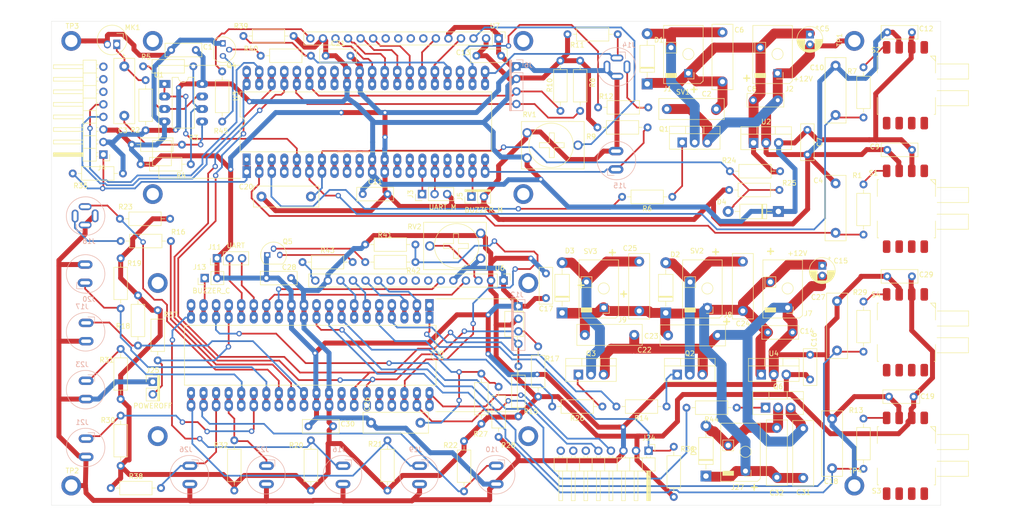
<source format=kicad_pcb>
(kicad_pcb (version 20171130) (host pcbnew "(5.1.5-0-10_14)")
  (layers (0 F.Cu signal) (31 B.Cu signal) (34 B.Paste user) (35 F.Paste user) (36 B.SilkS user) (37 F.SilkS user) (38 B.Mask user) (39 F.Mask user) (44 Edge.Cuts user))
  (net 0 "")
  (net 1 GND)
  (net 2 "Net-(C3-Pad2)")
  (net 3 "Net-(C3-Pad1)")
  (net 4 "Net-(C6-Pad2)")
  (net 5 SCL)
  (net 6 SDA)
  (net 7 "Net-(Q1-Pad1)")
  (net 8 "Net-(Q2-Pad1)")
  (net 9 "Net-(Q3-Pad1)")
  (net 10 "Net-(R1-Pad2)")
  (net 11 "Net-(R4-Pad1)")
  (net 12 "Net-(R5-Pad1)")
  (net 13 "Net-(R7-Pad2)")
  (net 14 "Net-(R13-Pad2)")
  (net 15 /Monitor/TX)
  (net 16 /Monitor/RX)
  (net 17 /Monitor/BUZZER)
  (net 18 /Monitor/ALARM_HISTORY)
  (net 19 /Monitor/ALARM_MUTE)
  (net 20 /Monitor/ALARM_LED)
  (net 21 /Monitor/PTR2)
  (net 22 /Monitor/PTR4)
  (net 23 /Monitor/SV1)
  (net 24 /Monitor/MIC)
  (net 25 "Net-(U3-Pad26)")
  (net 26 "Net-(U3-Pad25)")
  (net 27 "Net-(U3-Pad23)")
  (net 28 "Net-(U3-Pad34)")
  (net 29 "Net-(U3-Pad33)")
  (net 30 "Net-(U3-Pad13)")
  (net 31 "Net-(U3-Pad14)")
  (net 32 "Net-(U3-Pad10)")
  (net 33 "Net-(U3-Pad8)")
  (net 34 "Net-(U3-Pad9)")
  (net 35 "Net-(U3-Pad17)")
  (net 36 "Net-(U3-Pad18)")
  (net 37 "Net-(U5-Pad36)")
  (net 38 "Net-(U5-Pad33)")
  (net 39 "Net-(J13-Pad1)")
  (net 40 "Net-(R16-Pad2)")
  (net 41 +5V_M)
  (net 42 +12V_M)
  (net 43 /Monitor/MEAS_12V)
  (net 44 /Monitor/ICSPCLK_M)
  (net 45 /Monitor/ICSPDAT_M)
  (net 46 /Monitor/LCD_SCL_M)
  (net 47 /Monitor/LCD_SDA_M)
  (net 48 "Net-(U3-Pad4)")
  (net 49 "Net-(J14-Pad3)")
  (net 50 +12V_C)
  (net 51 +5V_C)
  (net 52 "Net-(C24-Pad2)")
  (net 53 "Net-(C25-Pad2)")
  (net 54 "Net-(C26-Pad1)")
  (net 55 "Net-(J10-Pad1)")
  (net 56 "Net-(J16-Pad1)")
  (net 57 "Net-(J17-Pad1)")
  (net 58 "Net-(J18-Pad3)")
  (net 59 "Net-(J18-Pad2)")
  (net 60 "Net-(J19-Pad1)")
  (net 61 "Net-(J20-Pad1)")
  (net 62 "Net-(J21-Pad1)")
  (net 63 "Net-(J22-Pad1)")
  (net 64 "Net-(J23-Pad1)")
  (net 65 /Controller/SV2)
  (net 66 /Controller/SV3)
  (net 67 "Net-(R29-Pad2)")
  (net 68 /Monitor/nMCLR_M)
  (net 69 /Controller/ICSPCLK_C)
  (net 70 /Controller/ICSPDAT_C)
  (net 71 /Controller/nMCLR_C)
  (net 72 /Controller/PR_MAIN)
  (net 73 /Controller/PR_AUX)
  (net 74 /Controller/TX_C)
  (net 75 /Controller/RX_C)
  (net 76 "Net-(J25-Pad2)")
  (net 77 "Net-(J26-Pad1)")
  (net 78 "Net-(U5-Pad37)")
  (net 79 "Net-(Q4-Pad3)")
  (net 80 "Net-(Q4-Pad2)")
  (net 81 "Net-(Q5-Pad3)")
  (net 82 "Net-(Q5-Pad2)")
  (net 83 "Net-(R39-Pad2)")
  (net 84 "Net-(R43-Pad1)")
  (net 85 "Net-(RV1-Pad2)")
  (net 86 "Net-(RV2-Pad2)")
  (net 87 "Net-(U3-Pad30)")
  (net 88 "Net-(U3-Pad29)")
  (net 89 "Net-(U3-Pad28)")
  (net 90 "Net-(U3-Pad27)")
  (net 91 /Controller/LDE)
  (net 92 /Controller/LDRS)
  (net 93 /Controller/LD4)
  (net 94 /Controller/LD5)
  (net 95 /Controller/LD6)
  (net 96 /Controller/LD7)
  (net 97 "Net-(C32-Pad2)")
  (net 98 "Net-(Q6-Pad1)")
  (net 99 /Controller/LLED)
  (net 100 /Controller/SV4)
  (net 101 "Net-(R45-Pad2)")
  (module Capacitor_THT:C_Rect_L13.0mm_W4.0mm_P10.00mm_FKS3_FKP3_MKS4 (layer F.Cu) (at 167.282854 91.519383 90)
    (fp_text reference C24 (at -2.564 0.029 180) (layer F.SilkS))
    (fp_text value 1uF)
    (pad 2 thru_hole circle (at 10 0 90) (size 2 2) (drill 1) (layers *.Cu *.Mask) (net 52 "Net-(C24-Pad2)"))
    (pad 1 thru_hole circle (at 0 0 90) (size 2 2) (drill 1) (layers *.Cu *.Mask) (net 50 +12V_C))
  )
  (module Package_DIP:DIP-8_W7.62mm_LongPads (layer F.Cu) (at 50.217854 45.569383)
    (fp_text reference U1 (at -1.14 -1.824) (layer F.SilkS))
    (fp_text value LM358)
    (pad 8 thru_hole oval (at 7.62 0) (size 2.4 1.6) (drill 0.8) (layers *.Cu *.Mask) (net 41 +5V_M))
    (pad 4 thru_hole oval (at 0 7.62) (size 2.4 1.6) (drill 0.8) (layers *.Cu *.Mask) (net 1 GND))
    (pad 7 thru_hole oval (at 7.62 2.54) (size 2.4 1.6) (drill 0.8) (layers *.Cu *.Mask) (net 12 "Net-(R5-Pad1)"))
    (pad 3 thru_hole oval (at 0 5.08) (size 2.4 1.6) (drill 0.8) (layers *.Cu *.Mask) (net 12 "Net-(R5-Pad1)"))
    (pad 6 thru_hole oval (at 7.62 5.08) (size 2.4 1.6) (drill 0.8) (layers *.Cu *.Mask) (net 11 "Net-(R4-Pad1)"))
    (pad 2 thru_hole oval (at 0 2.54) (size 2.4 1.6) (drill 0.8) (layers *.Cu *.Mask) (net 24 /Monitor/MIC))
    (pad 5 thru_hole oval (at 7.62 7.62) (size 2.4 1.6) (drill 0.8) (layers *.Cu *.Mask) (net 2 "Net-(C3-Pad2)"))
    (pad 1 thru_hole rect (at 0 0) (size 2.4 1.6) (drill 0.8) (layers *.Cu *.Mask) (net 24 /Monitor/MIC))
  )
  (module Resistor_THT:R_Axial_DIN0207_L6.3mm_D2.5mm_P10.16mm_Horizontal (layer F.Cu) (at 46.407854 54.967383 90)
    (fp_text reference R2 (at 0.04064 -2.09804 180) (layer F.SilkS))
    (fp_text value 10k)
    (pad 2 thru_hole oval (at 10.16 0 90) (size 1.6 1.6) (drill 0.8) (layers *.Cu *.Mask) (net 3 "Net-(C3-Pad1)"))
    (pad 1 thru_hole circle (at 0 0 90) (size 1.6 1.6) (drill 0.8) (layers *.Cu *.Mask) (net 41 +5V_M))
  )
  (module Ventilator:MIC (layer F.Cu) (at 40.565854 36.679383 270)
    (fp_text reference MK1 (at -2.52984 -3.19024 180) (layer F.SilkS))
    (fp_text value Microphone)
    (pad 2 thru_hole oval (at 0.889 1.9 270) (size 1.6 1.4) (drill 1) (layers *.Cu *.Mask) (net 1 GND))
    (pad 1 thru_hole rect (at 0.889 0 270) (size 1.9 1.4) (drill 1) (layers *.Cu *.Mask) (net 3 "Net-(C3-Pad1)"))
  )
  (module Capacitor_THT:C_Rect_L13.0mm_W4.0mm_P10.00mm_FKS3_FKP3_MKS4 (layer F.Cu) (at 42.089854 42.013383 270)
    (fp_text reference C3 (at 12.982 0.298 180) (layer F.SilkS))
    (fp_text value 1uF)
    (pad 2 thru_hole circle (at 10 0 270) (size 2 2) (drill 1) (layers *.Cu *.Mask) (net 2 "Net-(C3-Pad2)"))
    (pad 1 thru_hole circle (at 0 0 270) (size 2 2) (drill 1) (layers *.Cu *.Mask) (net 3 "Net-(C3-Pad1)"))
  )
  (module Resistor_THT:R_Axial_DIN0207_L6.3mm_D2.5mm_P10.16mm_Horizontal (layer F.Cu) (at 61.901854 53.189383 90)
    (fp_text reference R45 (at -1.91008 -0.254 180) (layer F.SilkS))
    (fp_text value 4.7)
    (pad 2 thru_hole oval (at 10.16 0 90) (size 1.6 1.6) (drill 0.8) (layers *.Cu *.Mask) (net 101 "Net-(R45-Pad2)"))
    (pad 1 thru_hole circle (at 0 0 90) (size 1.6 1.6) (drill 0.8) (layers *.Cu *.Mask) (net 79 "Net-(Q4-Pad3)"))
  )
  (module Ventilator:LCD_2x16 (layer F.Cu) (at 118.857854 85.369383)
    (fp_text reference U6 (at -0.762 -2.54) (layer F.SilkS))
    (fp_text value LCD)
    (pad C thru_hole circle (at -70 0.5) (size 4 4) (drill 2.5) (layers *.Cu *.Mask))
    (pad D thru_hole circle (at -70 31.5) (size 4 4) (drill 2.5) (layers *.Cu *.Mask))
    (pad B thru_hole circle (at 5 31.5) (size 4 4) (drill 2.5) (layers *.Cu *.Mask))
    (pad A thru_hole circle (at 5 0.5) (size 4 4) (drill 2.5) (layers *.Cu *.Mask))
    (pad 16 thru_hole oval (at -38.1 0 270) (size 1.7 1.7) (drill 1) (layers *.Cu *.Mask) (net 84 "Net-(R43-Pad1)"))
    (pad 15 thru_hole oval (at -35.56 0 270) (size 1.7 1.7) (drill 1) (layers *.Cu *.Mask) (net 51 +5V_C))
    (pad 14 thru_hole oval (at -33.02 0 270) (size 1.7 1.7) (drill 1) (layers *.Cu *.Mask) (net 96 /Controller/LD7))
    (pad 13 thru_hole oval (at -30.48 0 270) (size 1.7 1.7) (drill 1) (layers *.Cu *.Mask) (net 95 /Controller/LD6))
    (pad 12 thru_hole oval (at -27.94 0 270) (size 1.7 1.7) (drill 1) (layers *.Cu *.Mask) (net 94 /Controller/LD5))
    (pad 11 thru_hole oval (at -25.4 0 270) (size 1.7 1.7) (drill 1) (layers *.Cu *.Mask) (net 93 /Controller/LD4))
    (pad 10 thru_hole oval (at -22.86 0 270) (size 1.7 1.7) (drill 1) (layers *.Cu *.Mask))
    (pad 9 thru_hole oval (at -20.32 0 270) (size 1.7 1.7) (drill 1) (layers *.Cu *.Mask))
    (pad 8 thru_hole oval (at -17.78 0 270) (size 1.7 1.7) (drill 1) (layers *.Cu *.Mask))
    (pad 7 thru_hole oval (at -15.24 0 270) (size 1.7 1.7) (drill 1) (layers *.Cu *.Mask))
    (pad 6 thru_hole oval (at -12.7 0 270) (size 1.7 1.7) (drill 1) (layers *.Cu *.Mask) (net 91 /Controller/LDE))
    (pad 5 thru_hole oval (at -10.16 0 270) (size 1.7 1.7) (drill 1) (layers *.Cu *.Mask) (net 1 GND))
    (pad 4 thru_hole oval (at -7.62 0 270) (size 1.7 1.7) (drill 1) (layers *.Cu *.Mask) (net 92 /Controller/LDRS))
    (pad 3 thru_hole oval (at -5.08 0 270) (size 1.7 1.7) (drill 1) (layers *.Cu *.Mask) (net 86 "Net-(RV2-Pad2)"))
    (pad 2 thru_hole oval (at -2.54 0 270) (size 1.7 1.7) (drill 1) (layers *.Cu *.Mask) (net 51 +5V_C))
    (pad 1 thru_hole rect (at 0 0 270) (size 1.7 1.7) (drill 1) (layers *.Cu *.Mask) (net 1 GND))
  )
  (module Ventilator:EXPRESS-40_DIP_40 (layer F.Cu) (at 103.857854 92.869383 270)
    (fp_text reference U5 (at 7.62 -2.33 90) (layer F.SilkS))
    (fp_text value XPRESS-40)
    (fp_poly (pts (xy 17.145 0.381) (xy 15.875 0.381) (xy 15.875 -0.381) (xy 17.145 -0.381)) (layer F.Cu) (width 0.1))
    (fp_poly (pts (xy 17.145 2.921) (xy 15.875 2.921) (xy 15.875 2.159) (xy 17.145 2.159)) (layer F.Cu) (width 0.1))
    (fp_poly (pts (xy 17.145 5.461) (xy 15.875 5.461) (xy 15.875 4.699) (xy 17.145 4.699)) (layer F.Cu) (width 0.1))
    (fp_poly (pts (xy 17.145 8.001) (xy 15.875 8.001) (xy 15.875 7.239) (xy 17.145 7.239)) (layer F.Cu) (width 0.1))
    (fp_poly (pts (xy 17.145 18.161) (xy 15.875 18.161) (xy 15.875 17.399) (xy 17.145 17.399)) (layer F.Cu) (width 0.1))
    (fp_poly (pts (xy 17.145 15.621) (xy 15.875 15.621) (xy 15.875 14.859) (xy 17.145 14.859)) (layer F.Cu) (width 0.1))
    (fp_poly (pts (xy 17.145 13.081) (xy 15.875 13.081) (xy 15.875 12.319) (xy 17.145 12.319)) (layer F.Cu) (width 0.1))
    (fp_poly (pts (xy 17.145 10.541) (xy 15.875 10.541) (xy 15.875 9.779) (xy 17.145 9.779)) (layer F.Cu) (width 0.1))
    (fp_poly (pts (xy 17.145 30.861) (xy 15.875 30.861) (xy 15.875 30.099) (xy 17.145 30.099)) (layer F.Cu) (width 0.1))
    (fp_poly (pts (xy 17.145 28.321) (xy 15.875 28.321) (xy 15.875 27.559) (xy 17.145 27.559)) (layer F.Cu) (width 0.1))
    (fp_poly (pts (xy 17.145 20.701) (xy 15.875 20.701) (xy 15.875 19.939) (xy 17.145 19.939)) (layer F.Cu) (width 0.1))
    (fp_poly (pts (xy 17.145 23.241) (xy 15.875 23.241) (xy 15.875 22.479) (xy 17.145 22.479)) (layer F.Cu) (width 0.1))
    (fp_poly (pts (xy 17.145 25.781) (xy 15.875 25.781) (xy 15.875 25.019) (xy 17.145 25.019)) (layer F.Cu) (width 0.1))
    (fp_poly (pts (xy 17.145 38.481) (xy 15.875 38.481) (xy 15.875 37.719) (xy 17.145 37.719)) (layer F.Cu) (width 0.1))
    (fp_poly (pts (xy 17.145 35.941) (xy 15.875 35.941) (xy 15.875 35.179) (xy 17.145 35.179)) (layer F.Cu) (width 0.1))
    (fp_poly (pts (xy 17.145 33.401) (xy 15.875 33.401) (xy 15.875 32.639) (xy 17.145 32.639)) (layer F.Cu) (width 0.1))
    (fp_poly (pts (xy 17.145 41.021) (xy 15.875 41.021) (xy 15.875 40.259) (xy 17.145 40.259)) (layer F.Cu) (width 0.1))
    (fp_poly (pts (xy 17.145 43.561) (xy 15.875 43.561) (xy 15.875 42.799) (xy 17.145 42.799)) (layer F.Cu) (width 0.1))
    (fp_poly (pts (xy 17.145 46.101) (xy 15.875 46.101) (xy 15.875 45.339) (xy 17.145 45.339)) (layer F.Cu) (width 0.1))
    (fp_poly (pts (xy 17.145 48.641) (xy 15.875 48.641) (xy 15.875 47.879) (xy 17.145 47.879)) (layer F.Cu) (width 0.1))
    (fp_poly (pts (xy -0.635 48.641) (xy -1.905 48.641) (xy -1.905 47.879) (xy -0.635 47.879)) (layer F.Cu) (width 0.1))
    (fp_poly (pts (xy -0.635 46.101) (xy -1.905 46.101) (xy -1.905 45.339) (xy -0.635 45.339)) (layer F.Cu) (width 0.1))
    (fp_poly (pts (xy -0.635 43.561) (xy -1.905 43.561) (xy -1.905 42.799) (xy -0.635 42.799)) (layer F.Cu) (width 0.1))
    (fp_poly (pts (xy -0.635 41.021) (xy -1.905 41.021) (xy -1.905 40.259) (xy -0.635 40.259)) (layer F.Cu) (width 0.1))
    (fp_poly (pts (xy -0.635 33.401) (xy -1.905 33.401) (xy -1.905 32.639) (xy -0.635 32.639)) (layer F.Cu) (width 0.1))
    (fp_poly (pts (xy -0.635 35.941) (xy -1.905 35.941) (xy -1.905 35.179) (xy -0.635 35.179)) (layer F.Cu) (width 0.1))
    (fp_poly (pts (xy -0.635 38.481) (xy -1.905 38.481) (xy -1.905 37.719) (xy -0.635 37.719)) (layer F.Cu) (width 0.1))
    (fp_poly (pts (xy -0.635 30.861) (xy -1.905 30.861) (xy -1.905 30.099) (xy -0.635 30.099)) (layer F.Cu) (width 0.1))
    (fp_poly (pts (xy -0.635 28.321) (xy -1.905 28.321) (xy -1.905 27.559) (xy -0.635 27.559)) (layer F.Cu) (width 0.1))
    (fp_poly (pts (xy -0.635 25.781) (xy -1.905 25.781) (xy -1.905 25.019) (xy -0.635 25.019)) (layer F.Cu) (width 0.1))
    (fp_poly (pts (xy -0.635 23.241) (xy -1.905 23.241) (xy -1.905 22.479) (xy -0.635 22.479)) (layer F.Cu) (width 0.1))
    (fp_poly (pts (xy -0.635 20.701) (xy -1.905 20.701) (xy -1.905 19.939) (xy -0.635 19.939)) (layer F.Cu) (width 0.1))
    (fp_poly (pts (xy -0.635 18.161) (xy -1.905 18.161) (xy -1.905 17.399) (xy -0.635 17.399)) (layer F.Cu) (width 0.1))
    (fp_poly (pts (xy -0.635 15.621) (xy -1.905 15.621) (xy -1.905 14.859) (xy -0.635 14.859)) (layer F.Cu) (width 0.1))
    (fp_poly (pts (xy -0.635 13.081) (xy -1.905 13.081) (xy -1.905 12.319) (xy -0.635 12.319)) (layer F.Cu) (width 0.1))
    (fp_poly (pts (xy -0.635 10.541) (xy -1.905 10.541) (xy -1.905 9.779) (xy -0.635 9.779)) (layer F.Cu) (width 0.1))
    (fp_poly (pts (xy -0.635 8.001) (xy -1.905 8.001) (xy -1.905 7.239) (xy -0.635 7.239)) (layer F.Cu) (width 0.1))
    (fp_poly (pts (xy -0.635 5.461) (xy -1.905 5.461) (xy -1.905 4.699) (xy -0.635 4.699)) (layer F.Cu) (width 0.1))
    (fp_poly (pts (xy -0.635 0.381) (xy -1.905 0.381) (xy -1.905 -0.381) (xy -0.635 -0.381)) (layer F.Cu) (width 0.1))
    (fp_poly (pts (xy -0.635 2.921) (xy -1.905 2.921) (xy -1.905 2.159) (xy -0.635 2.159)) (layer F.Cu) (width 0.1))
    (pad 26 thru_hole oval (at 17.78 35.56 270) (size 2.4 1.7) (drill 1) (layers *.Cu *.Mask) (net 62 "Net-(J21-Pad1)"))
    (pad 25 thru_hole oval (at 17.78 38.1 270) (size 2.4 1.7) (drill 1) (layers *.Cu *.Mask) (net 64 "Net-(J23-Pad1)"))
    (pad 24 thru_hole oval (at 17.78 40.64 270) (size 2.4 1.7) (drill 1) (layers *.Cu *.Mask) (net 63 "Net-(J22-Pad1)"))
    (pad 23 thru_hole oval (at 17.78 43.18 270) (size 2.4 1.7) (drill 1) (layers *.Cu *.Mask) (net 77 "Net-(J26-Pad1)"))
    (pad 22 thru_hole oval (at 17.78 45.72 270) (size 2.4 1.7) (drill 1) (layers *.Cu *.Mask) (net 55 "Net-(J10-Pad1)"))
    (pad 21 thru_hole oval (at 17.78 48.26 270) (size 2.4 1.7) (drill 1) (layers *.Cu *.Mask) (net 60 "Net-(J19-Pad1)"))
    (pad 31 thru_hole oval (at 17.78 22.86 270) (size 2.4 1.7) (drill 1) (layers *.Cu *.Mask) (net 1 GND))
    (pad 30 thru_hole oval (at 17.78 25.4 270) (size 2.4 1.7) (drill 1) (layers *.Cu *.Mask) (net 57 "Net-(J17-Pad1)"))
    (pad 29 thru_hole oval (at 17.78 27.94 270) (size 2.4 1.7) (drill 1) (layers *.Cu *.Mask) (net 40 "Net-(R16-Pad2)"))
    (pad 28 thru_hole oval (at 17.78 30.48 270) (size 2.4 1.7) (drill 1) (layers *.Cu *.Mask) (net 59 "Net-(J18-Pad2)"))
    (pad 27 thru_hole oval (at 17.78 33.02 270) (size 2.4 1.7) (drill 1) (layers *.Cu *.Mask) (net 61 "Net-(J20-Pad1)"))
    (pad 39 thru_hole oval (at 17.78 2.54 270) (size 2.4 1.7) (drill 1) (layers *.Cu *.Mask) (net 69 /Controller/ICSPCLK_C))
    (pad 38 thru_hole oval (at 17.78 5.08 270) (size 2.4 1.7) (drill 1) (layers *.Cu *.Mask) (net 99 /Controller/LLED))
    (pad 37 thru_hole oval (at 17.78 7.62 270) (size 2.4 1.7) (drill 1) (layers *.Cu *.Mask) (net 78 "Net-(U5-Pad37)"))
    (pad 36 thru_hole oval (at 17.78 10.16 270) (size 2.4 1.7) (drill 1) (layers *.Cu *.Mask) (net 37 "Net-(U5-Pad36)"))
    (pad 35 thru_hole oval (at 17.78 12.7 270) (size 2.4 1.7) (drill 1) (layers *.Cu *.Mask) (net 6 SDA))
    (pad 34 thru_hole oval (at 17.78 15.24 270) (size 2.4 1.7) (drill 1) (layers *.Cu *.Mask) (net 5 SCL))
    (pad 33 thru_hole oval (at 17.78 17.78 270) (size 2.4 1.7) (drill 1) (layers *.Cu *.Mask) (net 38 "Net-(U5-Pad33)"))
    (pad 32 thru_hole oval (at 17.78 20.32 270) (size 2.4 1.7) (drill 1) (layers *.Cu *.Mask) (net 51 +5V_C))
    (pad 40 thru_hole oval (at 17.78 0 270) (size 2.4 1.7) (drill 1) (layers *.Cu *.Mask) (net 70 /Controller/ICSPDAT_C))
    (pad 19 thru_hole oval (at -2.54 45.72 270) (size 2.4 1.7) (drill 1) (layers *.Cu *.Mask) (net 39 "Net-(J13-Pad1)"))
    (pad 20 thru_hole oval (at -2.54 48.26 270) (size 2.4 1.7) (drill 1) (layers *.Cu *.Mask) (net 56 "Net-(J16-Pad1)"))
    (pad 5 thru_hole oval (at -2.54 10.16 270) (size 2.4 1.7) (drill 1) (layers *.Cu *.Mask) (net 66 /Controller/SV3))
    (pad 13 thru_hole oval (at -2.54 30.48 270) (size 2.4 1.7) (drill 1) (layers *.Cu *.Mask) (net 91 /Controller/LDE))
    (pad 1 thru_hole rect (at -2.54 0 270) (size 2.4 1.7) (drill 1) (layers *.Cu *.Mask) (net 71 /Controller/nMCLR_C))
    (pad 14 thru_hole oval (at -2.54 33.02 270) (size 2.4 1.7) (drill 1) (layers *.Cu *.Mask) (net 92 /Controller/LDRS))
    (pad 12 thru_hole oval (at -2.54 27.94 270) (size 2.4 1.7) (drill 1) (layers *.Cu *.Mask) (net 1 GND))
    (pad 10 thru_hole oval (at -2.54 22.86 270) (size 2.4 1.7) (drill 1) (layers *.Cu *.Mask) (net 73 /Controller/PR_AUX))
    (pad 7 thru_hole oval (at -2.54 15.24 270) (size 2.4 1.7) (drill 1) (layers *.Cu *.Mask) (net 96 /Controller/LD7))
    (pad 8 thru_hole oval (at -2.54 17.78 270) (size 2.4 1.7) (drill 1) (layers *.Cu *.Mask) (net 54 "Net-(C26-Pad1)"))
    (pad 9 thru_hole oval (at -2.54 20.32 270) (size 2.4 1.7) (drill 1) (layers *.Cu *.Mask) (net 72 /Controller/PR_MAIN))
    (pad 6 thru_hole oval (at -2.54 12.7 270) (size 2.4 1.7) (drill 1) (layers *.Cu *.Mask) (net 95 /Controller/LD6))
    (pad 3 thru_hole oval (at -2.54 5.08 270) (size 2.4 1.7) (drill 1) (layers *.Cu *.Mask) (net 94 /Controller/LD5))
    (pad 4 thru_hole oval (at -2.54 7.62 270) (size 2.4 1.7) (drill 1) (layers *.Cu *.Mask) (net 65 /Controller/SV2))
    (pad 2 thru_hole oval (at -2.54 2.54 270) (size 2.4 1.7) (drill 1) (layers *.Cu *.Mask) (net 93 /Controller/LD4))
    (pad 16 thru_hole oval (at -2.54 38.1 270) (size 2.4 1.7) (drill 1) (layers *.Cu *.Mask) (net 74 /Controller/TX_C))
    (pad 15 thru_hole oval (at -2.54 35.56 270) (size 2.4 1.7) (drill 1) (layers *.Cu *.Mask) (net 75 /Controller/RX_C))
    (pad 17 thru_hole oval (at -2.54 40.64 270) (size 2.4 1.7) (drill 1) (layers *.Cu *.Mask) (net 76 "Net-(J25-Pad2)"))
    (pad 18 thru_hole oval (at -2.54 43.18 270) (size 2.4 1.7) (drill 1) (layers *.Cu *.Mask) (net 100 /Controller/SV4))
    (pad 11 thru_hole oval (at -2.54 25.4 270) (size 2.4 1.7) (drill 1) (layers *.Cu *.Mask) (net 51 +5V_C))
    (pad 1 thru_hole rect (at 0 0 270) (size 2.4 1.6) (drill 0.8) (layers *.Cu *.Mask) (net 71 /Controller/nMCLR_C))
    (pad 21 thru_hole oval (at 15.24 48.26 270) (size 2.4 1.6) (drill 0.8) (layers *.Cu *.Mask) (net 60 "Net-(J19-Pad1)"))
    (pad 2 thru_hole oval (at 0 2.54 270) (size 2.4 1.6) (drill 0.8) (layers *.Cu *.Mask) (net 93 /Controller/LD4))
    (pad 22 thru_hole oval (at 15.24 45.72 270) (size 2.4 1.6) (drill 0.8) (layers *.Cu *.Mask) (net 55 "Net-(J10-Pad1)"))
    (pad 3 thru_hole oval (at 0 5.08 270) (size 2.4 1.6) (drill 0.8) (layers *.Cu *.Mask) (net 94 /Controller/LD5))
    (pad 23 thru_hole oval (at 15.24 43.18 270) (size 2.4 1.6) (drill 0.8) (layers *.Cu *.Mask) (net 77 "Net-(J26-Pad1)"))
    (pad 4 thru_hole oval (at 0 7.62 270) (size 2.4 1.6) (drill 0.8) (layers *.Cu *.Mask) (net 65 /Controller/SV2))
    (pad 24 thru_hole oval (at 15.24 40.64 270) (size 2.4 1.6) (drill 0.8) (layers *.Cu *.Mask) (net 63 "Net-(J22-Pad1)"))
    (pad 5 thru_hole oval (at 0 10.16 270) (size 2.4 1.6) (drill 0.8) (layers *.Cu *.Mask) (net 66 /Controller/SV3))
    (pad 25 thru_hole oval (at 15.24 38.1 270) (size 2.4 1.6) (drill 0.8) (layers *.Cu *.Mask) (net 64 "Net-(J23-Pad1)"))
    (pad 6 thru_hole oval (at 0 12.7 270) (size 2.4 1.6) (drill 0.8) (layers *.Cu *.Mask) (net 95 /Controller/LD6))
    (pad 26 thru_hole oval (at 15.24 35.56 270) (size 2.4 1.6) (drill 0.8) (layers *.Cu *.Mask) (net 62 "Net-(J21-Pad1)"))
    (pad 7 thru_hole oval (at 0 15.24 270) (size 2.4 1.6) (drill 0.8) (layers *.Cu *.Mask) (net 96 /Controller/LD7))
    (pad 27 thru_hole oval (at 15.24 33.02 270) (size 2.4 1.6) (drill 0.8) (layers *.Cu *.Mask) (net 61 "Net-(J20-Pad1)"))
    (pad 8 thru_hole oval (at 0 17.78 270) (size 2.4 1.6) (drill 0.8) (layers *.Cu *.Mask) (net 54 "Net-(C26-Pad1)"))
    (pad 28 thru_hole oval (at 15.24 30.48 270) (size 2.4 1.6) (drill 0.8) (layers *.Cu *.Mask) (net 59 "Net-(J18-Pad2)"))
    (pad 9 thru_hole oval (at 0 20.32 270) (size 2.4 1.6) (drill 0.8) (layers *.Cu *.Mask) (net 72 /Controller/PR_MAIN))
    (pad 29 thru_hole oval (at 15.24 27.94 270) (size 2.4 1.6) (drill 0.8) (layers *.Cu *.Mask) (net 40 "Net-(R16-Pad2)"))
    (pad 10 thru_hole oval (at 0 22.86 270) (size 2.4 1.6) (drill 0.8) (layers *.Cu *.Mask) (net 73 /Controller/PR_AUX))
    (pad 30 thru_hole oval (at 15.24 25.4 270) (size 2.4 1.6) (drill 0.8) (layers *.Cu *.Mask) (net 57 "Net-(J17-Pad1)"))
    (pad 11 thru_hole oval (at 0 25.4 270) (size 2.4 1.6) (drill 0.8) (layers *.Cu *.Mask) (net 51 +5V_C))
    (pad 31 thru_hole oval (at 15.24 22.86 270) (size 2.4 1.6) (drill 0.8) (layers *.Cu *.Mask) (net 1 GND))
    (pad 12 thru_hole oval (at 0 27.94 270) (size 2.4 1.6) (drill 0.8) (layers *.Cu *.Mask) (net 1 GND))
    (pad 32 thru_hole oval (at 15.24 20.32 270) (size 2.4 1.6) (drill 0.8) (layers *.Cu *.Mask) (net 51 +5V_C))
    (pad 13 thru_hole oval (at 0 30.48 270) (size 2.4 1.6) (drill 0.8) (layers *.Cu *.Mask) (net 91 /Controller/LDE))
    (pad 33 thru_hole oval (at 15.24 17.78 270) (size 2.4 1.6) (drill 0.8) (layers *.Cu *.Mask) (net 38 "Net-(U5-Pad33)"))
    (pad 14 thru_hole oval (at 0 33.02 270) (size 2.4 1.6) (drill 0.8) (layers *.Cu *.Mask) (net 92 /Controller/LDRS))
    (pad 34 thru_hole oval (at 15.24 15.24 270) (size 2.4 1.6) (drill 0.8) (layers *.Cu *.Mask) (net 5 SCL))
    (pad 15 thru_hole oval (at 0 35.56 270) (size 2.4 1.6) (drill 0.8) (layers *.Cu *.Mask) (net 75 /Controller/RX_C))
    (pad 35 thru_hole oval (at 15.24 12.7 270) (size 2.4 1.6) (drill 0.8) (layers *.Cu *.Mask) (net 6 SDA))
    (pad 16 thru_hole oval (at 0 38.1 270) (size 2.4 1.6) (drill 0.8) (layers *.Cu *.Mask) (net 74 /Controller/TX_C))
    (pad 36 thru_hole oval (at 15.24 10.16 270) (size 2.4 1.6) (drill 0.8) (layers *.Cu *.Mask) (net 37 "Net-(U5-Pad36)"))
    (pad 17 thru_hole oval (at 0 40.64 270) (size 2.4 1.6) (drill 0.8) (layers *.Cu *.Mask) (net 76 "Net-(J25-Pad2)"))
    (pad 37 thru_hole oval (at 15.24 7.62 270) (size 2.4 1.6) (drill 0.8) (layers *.Cu *.Mask) (net 78 "Net-(U5-Pad37)"))
    (pad 18 thru_hole oval (at 0 43.18 270) (size 2.4 1.6) (drill 0.8) (layers *.Cu *.Mask) (net 100 /Controller/SV4))
    (pad 38 thru_hole oval (at 15.24 5.08 270) (size 2.4 1.6) (drill 0.8) (layers *.Cu *.Mask) (net 99 /Controller/LLED))
    (pad 19 thru_hole oval (at 0 45.72 270) (size 2.4 1.6) (drill 0.8) (layers *.Cu *.Mask) (net 39 "Net-(J13-Pad1)"))
    (pad 39 thru_hole oval (at 15.24 2.54 270) (size 2.4 1.6) (drill 0.8) (layers *.Cu *.Mask) (net 69 /Controller/ICSPCLK_C))
    (pad 20 thru_hole oval (at 0 48.26 270) (size 2.4 1.6) (drill 0.8) (layers *.Cu *.Mask) (net 56 "Net-(J16-Pad1)"))
    (pad 40 thru_hole oval (at 15.24 0 270) (size 2.4 1.6) (drill 0.8) (layers *.Cu *.Mask) (net 70 /Controller/ICSPDAT_C))
  )
  (module Ventilator:EXPRESS-40_DIP_40 (layer F.Cu) (at 66.857854 60.869383 90)
    (fp_text reference U3 (at 12.83112 -2.2128 270) (layer F.SilkS))
    (fp_text value XPRESS-40)
    (fp_poly (pts (xy 17.145 0.381) (xy 15.875 0.381) (xy 15.875 -0.381) (xy 17.145 -0.381)) (layer F.Cu) (width 0.1))
    (fp_poly (pts (xy 17.145 2.921) (xy 15.875 2.921) (xy 15.875 2.159) (xy 17.145 2.159)) (layer F.Cu) (width 0.1))
    (fp_poly (pts (xy 17.145 5.461) (xy 15.875 5.461) (xy 15.875 4.699) (xy 17.145 4.699)) (layer F.Cu) (width 0.1))
    (fp_poly (pts (xy 17.145 8.001) (xy 15.875 8.001) (xy 15.875 7.239) (xy 17.145 7.239)) (layer F.Cu) (width 0.1))
    (fp_poly (pts (xy 17.145 18.161) (xy 15.875 18.161) (xy 15.875 17.399) (xy 17.145 17.399)) (layer F.Cu) (width 0.1))
    (fp_poly (pts (xy 17.145 15.621) (xy 15.875 15.621) (xy 15.875 14.859) (xy 17.145 14.859)) (layer F.Cu) (width 0.1))
    (fp_poly (pts (xy 17.145 13.081) (xy 15.875 13.081) (xy 15.875 12.319) (xy 17.145 12.319)) (layer F.Cu) (width 0.1))
    (fp_poly (pts (xy 17.145 10.541) (xy 15.875 10.541) (xy 15.875 9.779) (xy 17.145 9.779)) (layer F.Cu) (width 0.1))
    (fp_poly (pts (xy 17.145 30.861) (xy 15.875 30.861) (xy 15.875 30.099) (xy 17.145 30.099)) (layer F.Cu) (width 0.1))
    (fp_poly (pts (xy 17.145 28.321) (xy 15.875 28.321) (xy 15.875 27.559) (xy 17.145 27.559)) (layer F.Cu) (width 0.1))
    (fp_poly (pts (xy 17.145 20.701) (xy 15.875 20.701) (xy 15.875 19.939) (xy 17.145 19.939)) (layer F.Cu) (width 0.1))
    (fp_poly (pts (xy 17.145 23.241) (xy 15.875 23.241) (xy 15.875 22.479) (xy 17.145 22.479)) (layer F.Cu) (width 0.1))
    (fp_poly (pts (xy 17.145 25.781) (xy 15.875 25.781) (xy 15.875 25.019) (xy 17.145 25.019)) (layer F.Cu) (width 0.1))
    (fp_poly (pts (xy 17.145 38.481) (xy 15.875 38.481) (xy 15.875 37.719) (xy 17.145 37.719)) (layer F.Cu) (width 0.1))
    (fp_poly (pts (xy 17.145 35.941) (xy 15.875 35.941) (xy 15.875 35.179) (xy 17.145 35.179)) (layer F.Cu) (width 0.1))
    (fp_poly (pts (xy 17.145 33.401) (xy 15.875 33.401) (xy 15.875 32.639) (xy 17.145 32.639)) (layer F.Cu) (width 0.1))
    (fp_poly (pts (xy 17.145 41.021) (xy 15.875 41.021) (xy 15.875 40.259) (xy 17.145 40.259)) (layer F.Cu) (width 0.1))
    (fp_poly (pts (xy 17.145 43.561) (xy 15.875 43.561) (xy 15.875 42.799) (xy 17.145 42.799)) (layer F.Cu) (width 0.1))
    (fp_poly (pts (xy 17.145 46.101) (xy 15.875 46.101) (xy 15.875 45.339) (xy 17.145 45.339)) (layer F.Cu) (width 0.1))
    (fp_poly (pts (xy 17.145 48.641) (xy 15.875 48.641) (xy 15.875 47.879) (xy 17.145 47.879)) (layer F.Cu) (width 0.1))
    (fp_poly (pts (xy -0.635 48.641) (xy -1.905 48.641) (xy -1.905 47.879) (xy -0.635 47.879)) (layer F.Cu) (width 0.1))
    (fp_poly (pts (xy -0.635 46.101) (xy -1.905 46.101) (xy -1.905 45.339) (xy -0.635 45.339)) (layer F.Cu) (width 0.1))
    (fp_poly (pts (xy -0.635 43.561) (xy -1.905 43.561) (xy -1.905 42.799) (xy -0.635 42.799)) (layer F.Cu) (width 0.1))
    (fp_poly (pts (xy -0.635 41.021) (xy -1.905 41.021) (xy -1.905 40.259) (xy -0.635 40.259)) (layer F.Cu) (width 0.1))
    (fp_poly (pts (xy -0.635 33.401) (xy -1.905 33.401) (xy -1.905 32.639) (xy -0.635 32.639)) (layer F.Cu) (width 0.1))
    (fp_poly (pts (xy -0.635 35.941) (xy -1.905 35.941) (xy -1.905 35.179) (xy -0.635 35.179)) (layer F.Cu) (width 0.1))
    (fp_poly (pts (xy -0.635 38.481) (xy -1.905 38.481) (xy -1.905 37.719) (xy -0.635 37.719)) (layer F.Cu) (width 0.1))
    (fp_poly (pts (xy -0.635 30.861) (xy -1.905 30.861) (xy -1.905 30.099) (xy -0.635 30.099)) (layer F.Cu) (width 0.1))
    (fp_poly (pts (xy -0.635 28.321) (xy -1.905 28.321) (xy -1.905 27.559) (xy -0.635 27.559)) (layer F.Cu) (width 0.1))
    (fp_poly (pts (xy -0.635 25.781) (xy -1.905 25.781) (xy -1.905 25.019) (xy -0.635 25.019)) (layer F.Cu) (width 0.1))
    (fp_poly (pts (xy -0.635 23.241) (xy -1.905 23.241) (xy -1.905 22.479) (xy -0.635 22.479)) (layer F.Cu) (width 0.1))
    (fp_poly (pts (xy -0.635 20.701) (xy -1.905 20.701) (xy -1.905 19.939) (xy -0.635 19.939)) (layer F.Cu) (width 0.1))
    (fp_poly (pts (xy -0.635 18.161) (xy -1.905 18.161) (xy -1.905 17.399) (xy -0.635 17.399)) (layer F.Cu) (width 0.1))
    (fp_poly (pts (xy -0.635 15.621) (xy -1.905 15.621) (xy -1.905 14.859) (xy -0.635 14.859)) (layer F.Cu) (width 0.1))
    (fp_poly (pts (xy -0.635 13.081) (xy -1.905 13.081) (xy -1.905 12.319) (xy -0.635 12.319)) (layer F.Cu) (width 0.1))
    (fp_poly (pts (xy -0.635 10.541) (xy -1.905 10.541) (xy -1.905 9.779) (xy -0.635 9.779)) (layer F.Cu) (width 0.1))
    (fp_poly (pts (xy -0.635 8.001) (xy -1.905 8.001) (xy -1.905 7.239) (xy -0.635 7.239)) (layer F.Cu) (width 0.1))
    (fp_poly (pts (xy -0.635 5.461) (xy -1.905 5.461) (xy -1.905 4.699) (xy -0.635 4.699)) (layer F.Cu) (width 0.1))
    (fp_poly (pts (xy -0.635 0.381) (xy -1.905 0.381) (xy -1.905 -0.381) (xy -0.635 -0.381)) (layer F.Cu) (width 0.1))
    (fp_poly (pts (xy -0.635 2.921) (xy -1.905 2.921) (xy -1.905 2.159) (xy -0.635 2.159)) (layer F.Cu) (width 0.1))
    (pad 26 thru_hole oval (at 17.78 35.56 90) (size 2.4 1.7) (drill 1) (layers *.Cu *.Mask) (net 25 "Net-(U3-Pad26)"))
    (pad 25 thru_hole oval (at 17.78 38.1 90) (size 2.4 1.7) (drill 1) (layers *.Cu *.Mask) (net 26 "Net-(U3-Pad25)"))
    (pad 24 thru_hole oval (at 17.78 40.64 90) (size 2.4 1.7) (drill 1) (layers *.Cu *.Mask) (net 83 "Net-(R39-Pad2)"))
    (pad 23 thru_hole oval (at 17.78 43.18 90) (size 2.4 1.7) (drill 1) (layers *.Cu *.Mask) (net 27 "Net-(U3-Pad23)"))
    (pad 22 thru_hole oval (at 17.78 45.72 90) (size 2.4 1.7) (drill 1) (layers *.Cu *.Mask) (net 20 /Monitor/ALARM_LED))
    (pad 21 thru_hole oval (at 17.78 48.26 90) (size 2.4 1.7) (drill 1) (layers *.Cu *.Mask) (net 19 /Monitor/ALARM_MUTE))
    (pad 31 thru_hole oval (at 17.78 22.86 90) (size 2.4 1.7) (drill 1) (layers *.Cu *.Mask) (net 1 GND))
    (pad 30 thru_hole oval (at 17.78 25.4 90) (size 2.4 1.7) (drill 1) (layers *.Cu *.Mask) (net 87 "Net-(U3-Pad30)"))
    (pad 29 thru_hole oval (at 17.78 27.94 90) (size 2.4 1.7) (drill 1) (layers *.Cu *.Mask) (net 88 "Net-(U3-Pad29)"))
    (pad 28 thru_hole oval (at 17.78 30.48 90) (size 2.4 1.7) (drill 1) (layers *.Cu *.Mask) (net 89 "Net-(U3-Pad28)"))
    (pad 27 thru_hole oval (at 17.78 33.02 90) (size 2.4 1.7) (drill 1) (layers *.Cu *.Mask) (net 90 "Net-(U3-Pad27)"))
    (pad 39 thru_hole oval (at 17.78 2.54 90) (size 2.4 1.7) (drill 1) (layers *.Cu *.Mask) (net 44 /Monitor/ICSPCLK_M))
    (pad 38 thru_hole oval (at 17.78 5.08 90) (size 2.4 1.7) (drill 1) (layers *.Cu *.Mask) (net 5 SCL))
    (pad 37 thru_hole oval (at 17.78 7.62 90) (size 2.4 1.7) (drill 1) (layers *.Cu *.Mask) (net 6 SDA))
    (pad 36 thru_hole oval (at 17.78 10.16 90) (size 2.4 1.7) (drill 1) (layers *.Cu *.Mask) (net 46 /Monitor/LCD_SCL_M))
    (pad 35 thru_hole oval (at 17.78 12.7 90) (size 2.4 1.7) (drill 1) (layers *.Cu *.Mask) (net 47 /Monitor/LCD_SDA_M))
    (pad 34 thru_hole oval (at 17.78 15.24 90) (size 2.4 1.7) (drill 1) (layers *.Cu *.Mask) (net 28 "Net-(U3-Pad34)"))
    (pad 33 thru_hole oval (at 17.78 17.78 90) (size 2.4 1.7) (drill 1) (layers *.Cu *.Mask) (net 29 "Net-(U3-Pad33)"))
    (pad 32 thru_hole oval (at 17.78 20.32 90) (size 2.4 1.7) (drill 1) (layers *.Cu *.Mask) (net 41 +5V_M))
    (pad 40 thru_hole oval (at 17.78 0 90) (size 2.4 1.7) (drill 1) (layers *.Cu *.Mask) (net 45 /Monitor/ICSPDAT_M))
    (pad 19 thru_hole oval (at -2.54 45.72 90) (size 2.4 1.7) (drill 1) (layers *.Cu *.Mask) (net 17 /Monitor/BUZZER))
    (pad 20 thru_hole oval (at -2.54 48.26 90) (size 2.4 1.7) (drill 1) (layers *.Cu *.Mask) (net 18 /Monitor/ALARM_HISTORY))
    (pad 5 thru_hole oval (at -2.54 10.16 90) (size 2.4 1.7) (drill 1) (layers *.Cu *.Mask) (net 24 /Monitor/MIC))
    (pad 13 thru_hole oval (at -2.54 30.48 90) (size 2.4 1.7) (drill 1) (layers *.Cu *.Mask) (net 30 "Net-(U3-Pad13)"))
    (pad 1 thru_hole rect (at -2.54 0 90) (size 2.4 1.7) (drill 1) (layers *.Cu *.Mask) (net 68 /Monitor/nMCLR_M))
    (pad 14 thru_hole oval (at -2.54 33.02 90) (size 2.4 1.7) (drill 1) (layers *.Cu *.Mask) (net 31 "Net-(U3-Pad14)"))
    (pad 12 thru_hole oval (at -2.54 27.94 90) (size 2.4 1.7) (drill 1) (layers *.Cu *.Mask) (net 1 GND))
    (pad 10 thru_hole oval (at -2.54 22.86 90) (size 2.4 1.7) (drill 1) (layers *.Cu *.Mask) (net 32 "Net-(U3-Pad10)"))
    (pad 7 thru_hole oval (at -2.54 15.24 90) (size 2.4 1.7) (drill 1) (layers *.Cu *.Mask) (net 43 /Monitor/MEAS_12V))
    (pad 8 thru_hole oval (at -2.54 17.78 90) (size 2.4 1.7) (drill 1) (layers *.Cu *.Mask) (net 33 "Net-(U3-Pad8)"))
    (pad 9 thru_hole oval (at -2.54 20.32 90) (size 2.4 1.7) (drill 1) (layers *.Cu *.Mask) (net 34 "Net-(U3-Pad9)"))
    (pad 6 thru_hole oval (at -2.54 12.7 90) (size 2.4 1.7) (drill 1) (layers *.Cu *.Mask) (net 22 /Monitor/PTR4))
    (pad 3 thru_hole oval (at -2.54 5.08 90) (size 2.4 1.7) (drill 1) (layers *.Cu *.Mask) (net 23 /Monitor/SV1))
    (pad 4 thru_hole oval (at -2.54 7.62 90) (size 2.4 1.7) (drill 1) (layers *.Cu *.Mask) (net 48 "Net-(U3-Pad4)"))
    (pad 2 thru_hole oval (at -2.54 2.54 90) (size 2.4 1.7) (drill 1) (layers *.Cu *.Mask) (net 21 /Monitor/PTR2))
    (pad 16 thru_hole oval (at -2.54 38.1 90) (size 2.4 1.7) (drill 1) (layers *.Cu *.Mask) (net 15 /Monitor/TX))
    (pad 15 thru_hole oval (at -2.54 35.56 90) (size 2.4 1.7) (drill 1) (layers *.Cu *.Mask) (net 16 /Monitor/RX))
    (pad 17 thru_hole oval (at -2.54 40.64 90) (size 2.4 1.7) (drill 1) (layers *.Cu *.Mask) (net 35 "Net-(U3-Pad17)"))
    (pad 18 thru_hole oval (at -2.54 43.18 90) (size 2.4 1.7) (drill 1) (layers *.Cu *.Mask) (net 36 "Net-(U3-Pad18)"))
    (pad 11 thru_hole oval (at -2.54 25.4 90) (size 2.4 1.7) (drill 1) (layers *.Cu *.Mask) (net 41 +5V_M))
    (pad 1 thru_hole rect (at 0 0 90) (size 2.4 1.6) (drill 0.8) (layers *.Cu *.Mask) (net 68 /Monitor/nMCLR_M))
    (pad 21 thru_hole oval (at 15.24 48.26 90) (size 2.4 1.6) (drill 0.8) (layers *.Cu *.Mask) (net 19 /Monitor/ALARM_MUTE))
    (pad 2 thru_hole oval (at 0 2.54 90) (size 2.4 1.6) (drill 0.8) (layers *.Cu *.Mask) (net 21 /Monitor/PTR2))
    (pad 22 thru_hole oval (at 15.24 45.72 90) (size 2.4 1.6) (drill 0.8) (layers *.Cu *.Mask) (net 20 /Monitor/ALARM_LED))
    (pad 3 thru_hole oval (at 0 5.08 90) (size 2.4 1.6) (drill 0.8) (layers *.Cu *.Mask) (net 23 /Monitor/SV1))
    (pad 23 thru_hole oval (at 15.24 43.18 90) (size 2.4 1.6) (drill 0.8) (layers *.Cu *.Mask) (net 27 "Net-(U3-Pad23)"))
    (pad 4 thru_hole oval (at 0 7.62 90) (size 2.4 1.6) (drill 0.8) (layers *.Cu *.Mask) (net 48 "Net-(U3-Pad4)"))
    (pad 24 thru_hole oval (at 15.24 40.64 90) (size 2.4 1.6) (drill 0.8) (layers *.Cu *.Mask) (net 83 "Net-(R39-Pad2)"))
    (pad 5 thru_hole oval (at 0 10.16 90) (size 2.4 1.6) (drill 0.8) (layers *.Cu *.Mask) (net 24 /Monitor/MIC))
    (pad 25 thru_hole oval (at 15.24 38.1 90) (size 2.4 1.6) (drill 0.8) (layers *.Cu *.Mask) (net 26 "Net-(U3-Pad25)"))
    (pad 6 thru_hole oval (at 0 12.7 90) (size 2.4 1.6) (drill 0.8) (layers *.Cu *.Mask) (net 22 /Monitor/PTR4))
    (pad 26 thru_hole oval (at 15.24 35.56 90) (size 2.4 1.6) (drill 0.8) (layers *.Cu *.Mask) (net 25 "Net-(U3-Pad26)"))
    (pad 7 thru_hole oval (at 0 15.24 90) (size 2.4 1.6) (drill 0.8) (layers *.Cu *.Mask) (net 43 /Monitor/MEAS_12V))
    (pad 27 thru_hole oval (at 15.24 33.02 90) (size 2.4 1.6) (drill 0.8) (layers *.Cu *.Mask) (net 90 "Net-(U3-Pad27)"))
    (pad 8 thru_hole oval (at 0 17.78 90) (size 2.4 1.6) (drill 0.8) (layers *.Cu *.Mask) (net 33 "Net-(U3-Pad8)"))
    (pad 28 thru_hole oval (at 15.24 30.48 90) (size 2.4 1.6) (drill 0.8) (layers *.Cu *.Mask) (net 89 "Net-(U3-Pad28)"))
    (pad 9 thru_hole oval (at 0 20.32 90) (size 2.4 1.6) (drill 0.8) (layers *.Cu *.Mask) (net 34 "Net-(U3-Pad9)"))
    (pad 29 thru_hole oval (at 15.24 27.94 90) (size 2.4 1.6) (drill 0.8) (layers *.Cu *.Mask) (net 88 "Net-(U3-Pad29)"))
    (pad 10 thru_hole oval (at 0 22.86 90) (size 2.4 1.6) (drill 0.8) (layers *.Cu *.Mask) (net 32 "Net-(U3-Pad10)"))
    (pad 30 thru_hole oval (at 15.24 25.4 90) (size 2.4 1.6) (drill 0.8) (layers *.Cu *.Mask) (net 87 "Net-(U3-Pad30)"))
    (pad 11 thru_hole oval (at 0 25.4 90) (size 2.4 1.6) (drill 0.8) (layers *.Cu *.Mask) (net 41 +5V_M))
    (pad 31 thru_hole oval (at 15.24 22.86 90) (size 2.4 1.6) (drill 0.8) (layers *.Cu *.Mask) (net 1 GND))
    (pad 12 thru_hole oval (at 0 27.94 90) (size 2.4 1.6) (drill 0.8) (layers *.Cu *.Mask) (net 1 GND))
    (pad 32 thru_hole oval (at 15.24 20.32 90) (size 2.4 1.6) (drill 0.8) (layers *.Cu *.Mask) (net 41 +5V_M))
    (pad 13 thru_hole oval (at 0 30.48 90) (size 2.4 1.6) (drill 0.8) (layers *.Cu *.Mask) (net 30 "Net-(U3-Pad13)"))
    (pad 33 thru_hole oval (at 15.24 17.78 90) (size 2.4 1.6) (drill 0.8) (layers *.Cu *.Mask) (net 29 "Net-(U3-Pad33)"))
    (pad 14 thru_hole oval (at 0 33.02 90) (size 2.4 1.6) (drill 0.8) (layers *.Cu *.Mask) (net 31 "Net-(U3-Pad14)"))
    (pad 34 thru_hole oval (at 15.24 15.24 90) (size 2.4 1.6) (drill 0.8) (layers *.Cu *.Mask) (net 28 "Net-(U3-Pad34)"))
    (pad 15 thru_hole oval (at 0 35.56 90) (size 2.4 1.6) (drill 0.8) (layers *.Cu *.Mask) (net 16 /Monitor/RX))
    (pad 35 thru_hole oval (at 15.24 12.7 90) (size 2.4 1.6) (drill 0.8) (layers *.Cu *.Mask) (net 47 /Monitor/LCD_SDA_M))
    (pad 16 thru_hole oval (at 0 38.1 90) (size 2.4 1.6) (drill 0.8) (layers *.Cu *.Mask) (net 15 /Monitor/TX))
    (pad 36 thru_hole oval (at 15.24 10.16 90) (size 2.4 1.6) (drill 0.8) (layers *.Cu *.Mask) (net 46 /Monitor/LCD_SCL_M))
    (pad 17 thru_hole oval (at 0 40.64 90) (size 2.4 1.6) (drill 0.8) (layers *.Cu *.Mask) (net 35 "Net-(U3-Pad17)"))
    (pad 37 thru_hole oval (at 15.24 7.62 90) (size 2.4 1.6) (drill 0.8) (layers *.Cu *.Mask) (net 6 SDA))
    (pad 18 thru_hole oval (at 0 43.18 90) (size 2.4 1.6) (drill 0.8) (layers *.Cu *.Mask) (net 36 "Net-(U3-Pad18)"))
    (pad 38 thru_hole oval (at 15.24 5.08 90) (size 2.4 1.6) (drill 0.8) (layers *.Cu *.Mask) (net 5 SCL))
    (pad 19 thru_hole oval (at 0 45.72 90) (size 2.4 1.6) (drill 0.8) (layers *.Cu *.Mask) (net 17 /Monitor/BUZZER))
    (pad 39 thru_hole oval (at 15.24 2.54 90) (size 2.4 1.6) (drill 0.8) (layers *.Cu *.Mask) (net 44 /Monitor/ICSPCLK_M))
    (pad 20 thru_hole oval (at 0 48.26 90) (size 2.4 1.6) (drill 0.8) (layers *.Cu *.Mask) (net 18 /Monitor/ALARM_HISTORY))
    (pad 40 thru_hole oval (at 15.24 0 90) (size 2.4 1.6) (drill 0.8) (layers *.Cu *.Mask) (net 45 /Monitor/ICSPDAT_M))
  )
  (module Ventilator:TO-92_Inline_Ventilator (layer F.Cu) (at 71.033154 80.189583)
    (fp_text reference Q5 (at 4.1148 -2.7178) (layer F.SilkS))
    (fp_text value 2N3904)
    (pad 1 thru_hole rect (at 0 0) (size 1.3 1.1) (drill 0.7) (layers *.Cu *.Mask) (net 1 GND))
    (pad 3 thru_hole oval (at 2.54 0) (size 1.1 1.3) (drill 0.7) (layers *.Cu *.Mask) (net 81 "Net-(Q5-Pad3)"))
    (pad 2 thru_hole oval (at 1.27 -1.27) (size 1.1 1.3) (drill 0.7) (layers *.Cu *.Mask) (net 82 "Net-(Q5-Pad2)"))
  )
  (module Ventilator:TO-92_Inline_Ventilator (layer F.Cu) (at 62.054254 37.365183 270)
    (fp_text reference Q4 (at 4.46 -1.726) (layer F.SilkS))
    (fp_text value 2N3904)
    (pad 1 thru_hole rect (at 0 0 270) (size 1.3 1.1) (drill 0.7) (layers *.Cu *.Mask) (net 1 GND))
    (pad 3 thru_hole oval (at 2.54 0 270) (size 1.1 1.3) (drill 0.7) (layers *.Cu *.Mask) (net 79 "Net-(Q4-Pad3)"))
    (pad 2 thru_hole oval (at 1.27 -1.27 270) (size 1.1 1.3) (drill 0.7) (layers *.Cu *.Mask) (net 80 "Net-(Q4-Pad2)"))
  )
  (module Ventilator:PushButton_LED (layer B.Cu) (at 141.807854 40.319383 180)
    (fp_text reference J14 (at -2.39 2.624 180) (layer B.SilkS) (effects (justify mirror)))
    (fp_text value MUTE)
    (pad 4 thru_hole oval (at 2.025 -1.85 180) (size 1.4 2.6) (drill oval 0.7 2) (layers *.Cu *.Mask) (net 1 GND))
    (pad 3 thru_hole oval (at -2.025 -1.8 180) (size 1.4 2.6) (drill oval 0.7 2) (layers *.Cu *.Mask) (net 49 "Net-(J14-Pad3)"))
    (pad 2 thru_hole oval (at 0 -3.7 180) (size 2.6 1.4) (drill oval 2 0.7) (layers *.Cu *.Mask) (net 1 GND))
    (pad 1 thru_hole oval (at 0 0 180) (size 2.6 1.4) (drill oval 2 0.7) (layers *.Cu *.Mask) (net 19 /Monitor/ALARM_MUTE))
  )
  (module Ventilator:PushButton_LED (layer B.Cu) (at 34.157854 74.119383)
    (fp_text reference J18 (at 0.8 3.3) (layer B.SilkS) (effects (justify mirror)))
    (fp_text value BREATH)
    (pad 4 thru_hole oval (at 2.025 -1.85) (size 1.4 2.6) (drill oval 0.7 2) (layers *.Cu *.Mask) (net 1 GND))
    (pad 3 thru_hole oval (at -2.025 -1.8) (size 1.4 2.6) (drill oval 0.7 2) (layers *.Cu *.Mask) (net 58 "Net-(J18-Pad3)"))
    (pad 2 thru_hole oval (at 0 -3.7) (size 2.6 1.4) (drill oval 2 0.7) (layers *.Cu *.Mask) (net 59 "Net-(J18-Pad2)"))
    (pad 1 thru_hole oval (at 0 0) (size 2.6 1.4) (drill oval 2 0.7) (layers *.Cu *.Mask) (net 1 GND))
  )
  (module Resistor_THT:R_Axial_DIN0207_L6.3mm_D2.5mm_P10.16mm_Horizontal (layer F.Cu) (at 166.041854 111.101383 180)
    (fp_text reference R44 (at 5.08 -2.37) (layer F.SilkS))
    (fp_text value 1k)
    (pad 2 thru_hole oval (at 10.16 0 180) (size 1.6 1.6) (drill 0.8) (layers *.Cu *.Mask) (net 100 /Controller/SV4))
    (pad 1 thru_hole circle (at 0 0 180) (size 1.6 1.6) (drill 0.8) (layers *.Cu *.Mask) (net 98 "Net-(Q6-Pad1)"))
  )
  (module Package_TO_SOT_THT:TO-220-3_Vertical (layer F.Cu) (at 171.883854 111.101383)
    (fp_text reference Q6 (at 2.54 -4.27) (layer F.SilkS))
    (fp_text value "STP24NF10 ")
    (pad 3 thru_hole oval (at 5.08 0) (size 1.905 2) (drill 1.1) (layers *.Cu *.Mask) (net 1 GND))
    (pad 2 thru_hole oval (at 2.54 0) (size 1.905 2) (drill 1.1) (layers *.Cu *.Mask) (net 97 "Net-(C32-Pad2)"))
    (pad 1 thru_hole rect (at 0 0) (size 1.905 2) (drill 1.1) (layers *.Cu *.Mask) (net 98 "Net-(Q6-Pad1)"))
  )
  (module Ventilator:PinHeader_1x02_Screwless_3.5mm (layer F.Cu) (at 167.819854 123.928383 180)
    (fp_text reference J27 (at 1.6 -3.3) (layer F.SilkS))
    (fp_text value SV2)
    (pad 2 thru_hole oval (at 3.5 5.2 180) (size 1.7 1.7) (drill 1) (layers *.Cu *.Mask) (net 97 "Net-(C32-Pad2)"))
    (pad 1 thru_hole rect (at 0 0 180) (size 1.7 1.7) (drill 1) (layers *.Cu *.Mask) (net 50 +12V_C))
  )
  (module Diode_THT:D_DO-41_SOD81_P10.16mm_Horizontal (layer F.Cu) (at 159.818854 124.944383 90)
    (fp_text reference D5 (at 5.08 -2.47 90) (layer F.SilkS))
    (fp_text value 1N4007)
    (pad 2 thru_hole oval (at 10.16 0 90) (size 2.2 2.2) (drill 1.1) (layers *.Cu *.Mask) (net 97 "Net-(C32-Pad2)"))
    (pad 1 thru_hole rect (at 0 0 90) (size 2.2 2.2) (drill 1.1) (layers *.Cu *.Mask) (net 50 +12V_C))
  )
  (module Capacitor_THT:C_Rect_L13.0mm_W4.0mm_P10.00mm_FKS3_FKP3_MKS4 (layer F.Cu) (at 174.169854 125.198383 90)
    (fp_text reference C32 (at -3.13944 -0.03048 180) (layer F.SilkS))
    (fp_text value 1uF)
    (pad 2 thru_hole circle (at 10 0 90) (size 2 2) (drill 1) (layers *.Cu *.Mask) (net 97 "Net-(C32-Pad2)"))
    (pad 1 thru_hole circle (at 0 0 90) (size 2 2) (drill 1) (layers *.Cu *.Mask) (net 50 +12V_C))
  )
  (module Capacitor_THT:C_Rect_L13.0mm_W4.0mm_P10.00mm_FKS3_FKP3_MKS4 (layer F.Cu) (at 179.503854 125.325383 90)
    (fp_text reference C31 (at -2.92608 0.0508 180) (layer F.SilkS))
    (fp_text value 1uF)
    (pad 2 thru_hole circle (at 10 0 90) (size 2 2) (drill 1) (layers *.Cu *.Mask) (net 1 GND))
    (pad 1 thru_hole circle (at 0 0 90) (size 2 2) (drill 1) (layers *.Cu *.Mask) (net 50 +12V_C))
  )
  (module Ventilator:PH_2_pol (layer F.Cu) (at 47.857854 105.869383)
    (fp_text reference J25 (at 0 -2.33) (layer F.SilkS))
    (fp_text value POWEROFF (at 0 4.87) (layer F.SilkS))
    (pad 2 thru_hole oval (at 0 2.54) (size 1.7 1.7) (drill 1) (layers *.Cu *.Mask) (net 76 "Net-(J25-Pad2)"))
    (pad 1 thru_hole rect (at 0 0) (size 1.7 1.7) (drill 1) (layers *.Cu *.Mask) (net 1 GND))
  )
  (module Ventilator:PH_2_pol (layer F.Cu) (at 112.357854 68.369383 90)
    (fp_text reference J5 (at 0 -2.33 90) (layer F.SilkS))
    (fp_text value BUZZER_M (at -2.727 2.48776 180) (layer F.SilkS))
    (pad 2 thru_hole oval (at 0 2.54 90) (size 1.7 1.7) (drill 1) (layers *.Cu *.Mask) (net 1 GND))
    (pad 1 thru_hole rect (at 0 0 90) (size 1.7 1.7) (drill 1) (layers *.Cu *.Mask) (net 17 /Monitor/BUZZER))
  )
  (module Ventilator:LCD_2x16 (layer F.Cu) (at 117.857854 36.369383)
    (fp_text reference U7 (at -0.762 -2.54) (layer F.SilkS))
    (fp_text value LCD)
    (pad C thru_hole circle (at -70 0.5) (size 4 4) (drill 2.5) (layers *.Cu *.Mask))
    (pad D thru_hole circle (at -70 31.5) (size 4 4) (drill 2.5) (layers *.Cu *.Mask))
    (pad B thru_hole circle (at 5 31.5) (size 4 4) (drill 2.5) (layers *.Cu *.Mask))
    (pad A thru_hole circle (at 5 0.5) (size 4 4) (drill 2.5) (layers *.Cu *.Mask))
    (pad 16 thru_hole oval (at -38.1 0 270) (size 1.7 1.7) (drill 1) (layers *.Cu *.Mask) (net 101 "Net-(R45-Pad2)"))
    (pad 15 thru_hole oval (at -35.56 0 270) (size 1.7 1.7) (drill 1) (layers *.Cu *.Mask) (net 41 +5V_M))
    (pad 14 thru_hole oval (at -33.02 0 270) (size 1.7 1.7) (drill 1) (layers *.Cu *.Mask) (net 87 "Net-(U3-Pad30)"))
    (pad 13 thru_hole oval (at -30.48 0 270) (size 1.7 1.7) (drill 1) (layers *.Cu *.Mask) (net 88 "Net-(U3-Pad29)"))
    (pad 12 thru_hole oval (at -27.94 0 270) (size 1.7 1.7) (drill 1) (layers *.Cu *.Mask) (net 89 "Net-(U3-Pad28)"))
    (pad 11 thru_hole oval (at -25.4 0 270) (size 1.7 1.7) (drill 1) (layers *.Cu *.Mask) (net 90 "Net-(U3-Pad27)"))
    (pad 10 thru_hole oval (at -22.86 0 270) (size 1.7 1.7) (drill 1) (layers *.Cu *.Mask))
    (pad 9 thru_hole oval (at -20.32 0 270) (size 1.7 1.7) (drill 1) (layers *.Cu *.Mask))
    (pad 8 thru_hole oval (at -17.78 0 270) (size 1.7 1.7) (drill 1) (layers *.Cu *.Mask))
    (pad 7 thru_hole oval (at -15.24 0 270) (size 1.7 1.7) (drill 1) (layers *.Cu *.Mask))
    (pad 6 thru_hole oval (at -12.7 0 270) (size 1.7 1.7) (drill 1) (layers *.Cu *.Mask) (net 25 "Net-(U3-Pad26)"))
    (pad 5 thru_hole oval (at -10.16 0 270) (size 1.7 1.7) (drill 1) (layers *.Cu *.Mask) (net 1 GND))
    (pad 4 thru_hole oval (at -7.62 0 270) (size 1.7 1.7) (drill 1) (layers *.Cu *.Mask) (net 26 "Net-(U3-Pad25)"))
    (pad 3 thru_hole oval (at -5.08 0 270) (size 1.7 1.7) (drill 1) (layers *.Cu *.Mask) (net 85 "Net-(RV1-Pad2)"))
    (pad 2 thru_hole oval (at -2.54 0 270) (size 1.7 1.7) (drill 1) (layers *.Cu *.Mask) (net 41 +5V_M))
    (pad 1 thru_hole rect (at 0 0 270) (size 1.7 1.7) (drill 1) (layers *.Cu *.Mask) (net 1 GND))
  )
  (module Ventilator:Potentiometer_409HA (layer F.Cu) (at 114.225854 80.875383 180)
    (fp_text reference RV2 (at 13.40104 6.4008 180) (layer F.SilkS))
    (fp_text value 1K)
    (pad 1 thru_hole circle (at 0 0 180) (size 1.9 1.9) (drill 1.2) (layers *.Cu *.Mask) (net 1 GND))
    (pad 2 thru_hole circle (at 10.3 2.5 180) (size 1.9 1.9) (drill 1.2) (layers *.Cu *.Mask) (net 86 "Net-(RV2-Pad2)"))
    (pad 3 thru_hole circle (at 0 5.08 180) (size 1.9 1.9) (drill 1.2) (layers *.Cu *.Mask) (net 51 +5V_C))
  )
  (module Ventilator:Potentiometer_409HA (layer F.Cu) (at 123.623854 55.475383)
    (fp_text reference RV1 (at 0.5 -3.7) (layer F.SilkS))
    (fp_text value 1K)
    (pad 1 thru_hole circle (at 0 0) (size 1.9 1.9) (drill 1.2) (layers *.Cu *.Mask) (net 1 GND))
    (pad 2 thru_hole circle (at 10.3 2.5) (size 1.9 1.9) (drill 1.2) (layers *.Cu *.Mask) (net 85 "Net-(RV1-Pad2)"))
    (pad 3 thru_hole circle (at 0 5.08) (size 1.9 1.9) (drill 1.2) (layers *.Cu *.Mask) (net 41 +5V_M))
  )
  (module Resistor_THT:R_Axial_DIN0207_L6.3mm_D2.5mm_P10.16mm_Horizontal (layer F.Cu) (at 78.157854 81.637383)
    (fp_text reference R43 (at 5.08 -2.37) (layer F.SilkS))
    (fp_text value 4.7)
    (pad 2 thru_hole oval (at 10.16 0) (size 1.6 1.6) (drill 0.8) (layers *.Cu *.Mask) (net 81 "Net-(Q5-Pad3)"))
    (pad 1 thru_hole circle (at 0 0) (size 1.6 1.6) (drill 0.8) (layers *.Cu *.Mask) (net 84 "Net-(R43-Pad1)"))
  )
  (module Resistor_THT:R_Axial_DIN0207_L6.3mm_D2.5mm_P10.16mm_Horizontal (layer F.Cu) (at 101.017854 81.637383 180)
    (fp_text reference R42 (at 0.39624 -1.71704) (layer F.SilkS))
    (fp_text value 470)
    (pad 2 thru_hole oval (at 10.16 0 180) (size 1.6 1.6) (drill 0.8) (layers *.Cu *.Mask) (net 82 "Net-(Q5-Pad2)"))
    (pad 1 thru_hole circle (at 0 0 180) (size 1.6 1.6) (drill 0.8) (layers *.Cu *.Mask) (net 99 /Controller/LLED))
  )
  (module Resistor_THT:R_Axial_DIN0207_L6.3mm_D2.5mm_P10.16mm_Horizontal (layer F.Cu) (at 90.857854 78.081383)
    (fp_text reference R41 (at 3.9878 -1.96596) (layer F.SilkS))
    (fp_text value 470)
    (pad 2 thru_hole oval (at 10.16 0) (size 1.6 1.6) (drill 0.8) (layers *.Cu *.Mask) (net 99 /Controller/LLED))
    (pad 1 thru_hole circle (at 0 0) (size 1.6 1.6) (drill 0.8) (layers *.Cu *.Mask) (net 51 +5V_C))
  )
  (module Resistor_THT:R_Axial_DIN0207_L6.3mm_D2.5mm_P10.16mm_Horizontal (layer F.Cu) (at 79.857854 39.869383 180)
    (fp_text reference R40 (at 12.114 1.412) (layer F.SilkS))
    (fp_text value 470)
    (pad 2 thru_hole oval (at 10.16 0 180) (size 1.6 1.6) (drill 0.8) (layers *.Cu *.Mask) (net 80 "Net-(Q4-Pad2)"))
    (pad 1 thru_hole circle (at 0 0 180) (size 1.6 1.6) (drill 0.8) (layers *.Cu *.Mask) (net 83 "Net-(R39-Pad2)"))
  )
  (module Resistor_THT:R_Axial_DIN0207_L6.3mm_D2.5mm_P10.16mm_Horizontal (layer F.Cu) (at 76.357854 35.869383 180)
    (fp_text reference R39 (at 10.646 1.984) (layer F.SilkS))
    (fp_text value 470)
    (pad 2 thru_hole oval (at 10.16 0 180) (size 1.6 1.6) (drill 0.8) (layers *.Cu *.Mask) (net 83 "Net-(R39-Pad2)"))
    (pad 1 thru_hole circle (at 0 0 180) (size 1.6 1.6) (drill 0.8) (layers *.Cu *.Mask) (net 41 +5V_M))
  )
  (module Ventilator:1351-01 (layer F.Cu) (at 194.357854 51.869383 90)
    (fp_text reference S2 (at 13.158 -0.122 180) (layer F.SilkS))
    (fp_text value MPXV5010DP)
    (pad 4 smd roundrect (at 13.6995 2.032 90) (size 2.54 1.524) (layers F.Cu F.Paste F.Mask) (net 13 "Net-(R7-Pad2)"))
    (pad 3 smd roundrect (at 13.6995 4.572 90) (size 2.54 1.524) (layers F.Cu F.Paste F.Mask) (net 1 GND))
    (pad 2 smd roundrect (at 13.6995 7.112 90) (size 2.54 1.524) (layers F.Cu F.Paste F.Mask) (net 41 +5V_M))
    (pad 1 smd roundrect (at 13.6995 9.652 90) (size 2.54 1.524) (layers F.Cu F.Paste F.Mask))
    (pad 8 smd roundrect (at -1.6345 9.652 90) (size 2.54 1.524) (layers F.Cu F.Paste F.Mask))
    (pad 7 smd roundrect (at -1.6345 7.112 90) (size 2.54 1.524) (layers F.Cu F.Paste F.Mask))
    (pad 6 smd roundrect (at -1.6345 4.572 90) (size 2.54 1.524) (layers F.Cu F.Paste F.Mask))
    (pad 5 smd roundrect (at -1.6345 2.032 90) (size 2.54 1.524) (layers F.Cu F.Paste F.Mask))
  )
  (module Ventilator:1351-01 (layer F.Cu) (at 194.357854 126.869383 90)
    (fp_text reference S3 (at -1.08744 -0.00516 180) (layer F.SilkS))
    (fp_text value MPXV5010DP)
    (pad 4 smd roundrect (at 13.6995 2.032 90) (size 2.54 1.524) (layers F.Cu F.Paste F.Mask) (net 14 "Net-(R13-Pad2)"))
    (pad 3 smd roundrect (at 13.6995 4.572 90) (size 2.54 1.524) (layers F.Cu F.Paste F.Mask) (net 1 GND))
    (pad 2 smd roundrect (at 13.6995 7.112 90) (size 2.54 1.524) (layers F.Cu F.Paste F.Mask) (net 51 +5V_C))
    (pad 1 smd roundrect (at 13.6995 9.652 90) (size 2.54 1.524) (layers F.Cu F.Paste F.Mask))
    (pad 8 smd roundrect (at -1.6345 9.652 90) (size 2.54 1.524) (layers F.Cu F.Paste F.Mask))
    (pad 7 smd roundrect (at -1.6345 7.112 90) (size 2.54 1.524) (layers F.Cu F.Paste F.Mask))
    (pad 6 smd roundrect (at -1.6345 4.572 90) (size 2.54 1.524) (layers F.Cu F.Paste F.Mask))
    (pad 5 smd roundrect (at -1.6345 2.032 90) (size 2.54 1.524) (layers F.Cu F.Paste F.Mask))
  )
  (module Resistor_THT:R_Axial_DIN0207_L6.3mm_D2.5mm_P10.16mm_Horizontal (layer F.Cu) (at 39.357854 127.369383)
    (fp_text reference R38 (at 5.08 -2.37) (layer F.SilkS))
    (fp_text value 10k)
    (pad 2 thru_hole oval (at 10.16 0) (size 1.6 1.6) (drill 0.8) (layers *.Cu *.Mask) (net 77 "Net-(J26-Pad1)"))
    (pad 1 thru_hole circle (at 0 0) (size 1.6 1.6) (drill 0.8) (layers *.Cu *.Mask) (net 51 +5V_C))
  )
  (module Resistor_THT:R_Axial_DIN0207_L6.3mm_D2.5mm_P10.16mm_Horizontal (layer F.Cu) (at 48.857854 91.369383 270)
    (fp_text reference R37 (at 0.936 -2.63 180) (layer F.SilkS))
    (fp_text value 10k)
    (pad 2 thru_hole oval (at 10.16 0 270) (size 1.6 1.6) (drill 0.8) (layers *.Cu *.Mask) (net 76 "Net-(J25-Pad2)"))
    (pad 1 thru_hole circle (at 0 0 270) (size 1.6 1.6) (drill 0.8) (layers *.Cu *.Mask) (net 51 +5V_C))
  )
  (module Ventilator:PushButton (layer B.Cu) (at 55.357854 122.869383 180)
    (fp_text reference J26 (at 0.8 3.3) (layer B.SilkS) (effects (justify mirror)))
    (fp_text value PMAX)
    (pad 2 thru_hole oval (at 0 -3.7 180) (size 3 1.7) (drill oval 2 0.7) (layers *.Cu *.Mask) (net 1 GND))
    (pad 1 thru_hole oval (at 0 0 180) (size 3 1.7) (drill oval 2 0.7) (layers *.Cu *.Mask) (net 77 "Net-(J26-Pad1)"))
  )
  (module Resistor_THT:R_Axial_DIN0207_L6.3mm_D2.5mm_P10.16mm_Horizontal (layer F.Cu) (at 153.307854 129.169383 90)
    (fp_text reference R36 (at 9.686 2.828 180) (layer F.SilkS))
    (fp_text value 10k)
    (pad 2 thru_hole oval (at 10.16 0 90) (size 1.6 1.6) (drill 0.8) (layers *.Cu *.Mask) (net 71 /Controller/nMCLR_C))
    (pad 1 thru_hole circle (at 0 0 90) (size 1.6 1.6) (drill 0.8) (layers *.Cu *.Mask) (net 51 +5V_C))
  )
  (module Resistor_THT:R_Axial_DIN0207_L6.3mm_D2.5mm_P10.16mm_Horizontal (layer F.Cu) (at 41.810454 63.692283 180)
    (fp_text reference R35 (at 8.552 -2.488) (layer F.SilkS))
    (fp_text value 10k)
    (pad 2 thru_hole oval (at 10.16 0 180) (size 1.6 1.6) (drill 0.8) (layers *.Cu *.Mask) (net 68 /Monitor/nMCLR_M))
    (pad 1 thru_hole circle (at 0 0 180) (size 1.6 1.6) (drill 0.8) (layers *.Cu *.Mask) (net 41 +5V_M))
  )
  (module Capacitor_THT:C_Rect_L7.2mm_W2.5mm_P5.00mm_FKS2_FKP2_MKS2_MKP2 (layer F.Cu) (at 84.357854 114.869383 180)
    (fp_text reference C30 (at -2.944 0.466) (layer F.SilkS))
    (fp_text value "100nF - 100V")
    (pad 2 thru_hole circle (at 5 0 180) (size 1.6 1.6) (drill 0.8) (layers *.Cu *.Mask) (net 1 GND))
    (pad 1 thru_hole circle (at 0 0 180) (size 1.6 1.6) (drill 0.8) (layers *.Cu *.Mask) (net 51 +5V_C))
  )
  (module Capacitor_THT:C_Rect_L7.2mm_W2.5mm_P5.00mm_FKS2_FKP2_MKS2_MKP2 (layer F.Cu) (at 201.507854 84.519383 180)
    (fp_text reference C29 (at -2.888 0.342) (layer F.SilkS))
    (fp_text value "100nF - 100V")
    (pad 2 thru_hole circle (at 5 0 180) (size 1.6 1.6) (drill 0.8) (layers *.Cu *.Mask) (net 1 GND))
    (pad 1 thru_hole circle (at 0 0 180) (size 1.6 1.6) (drill 0.8) (layers *.Cu *.Mask) (net 51 +5V_C))
  )
  (module Capacitor_THT:C_Rect_L7.2mm_W2.5mm_P5.00mm_FKS2_FKP2_MKS2_MKP2 (layer F.Cu) (at 75.857854 84.869383 180)
    (fp_text reference C28 (at 0.40256 2.18552) (layer F.SilkS))
    (fp_text value "100nF - 100V")
    (pad 2 thru_hole circle (at 5 0 180) (size 1.6 1.6) (drill 0.8) (layers *.Cu *.Mask) (net 1 GND))
    (pad 1 thru_hole circle (at 0 0 180) (size 1.6 1.6) (drill 0.8) (layers *.Cu *.Mask) (net 51 +5V_C))
  )
  (module Capacitor_THT:C_Rect_L13.0mm_W4.0mm_P10.00mm_FKS3_FKP3_MKS4 (layer F.Cu) (at 186.357854 99.536049 90)
    (fp_text reference C27 (at 10.786666 -3.806 180) (layer F.SilkS))
    (fp_text value 1uF)
    (pad 2 thru_hole circle (at 10 0 90) (size 2 2) (drill 1) (layers *.Cu *.Mask) (net 1 GND))
    (pad 1 thru_hole circle (at 0 0 90) (size 2 2) (drill 1) (layers *.Cu *.Mask) (net 73 /Controller/PR_AUX))
  )
  (module Capacitor_THT:C_Rect_L13.0mm_W4.0mm_P10.00mm_FKS3_FKP3_MKS4 (layer F.Cu) (at 102.033854 114.149383 180)
    (fp_text reference C26 (at 10.788 3.76 270) (layer F.SilkS))
    (fp_text value 1uF)
    (pad 2 thru_hole circle (at 10 0 180) (size 2 2) (drill 1) (layers *.Cu *.Mask) (net 1 GND))
    (pad 1 thru_hole circle (at 0 0 180) (size 2 2) (drill 1) (layers *.Cu *.Mask) (net 54 "Net-(C26-Pad1)"))
  )
  (module Capacitor_THT:C_Rect_L13.0mm_W4.0mm_P10.00mm_FKS3_FKP3_MKS4 (layer F.Cu) (at 146.307854 91.519383 90)
    (fp_text reference C25 (at 12.676 -1.856 180) (layer F.SilkS))
    (fp_text value 1uF)
    (pad 2 thru_hole circle (at 10 0 90) (size 2 2) (drill 1) (layers *.Cu *.Mask) (net 53 "Net-(C25-Pad2)"))
    (pad 1 thru_hole circle (at 0 0 90) (size 2 2) (drill 1) (layers *.Cu *.Mask) (net 50 +12V_C))
  )
  (module Capacitor_THT:C_Rect_L13.0mm_W4.0mm_P10.00mm_FKS3_FKP3_MKS4 (layer F.Cu) (at 152.157854 96.469383)
    (fp_text reference C23 (at -3.388 0.154) (layer F.SilkS))
    (fp_text value 1uF)
    (pad 2 thru_hole circle (at 10 0) (size 2 2) (drill 1) (layers *.Cu *.Mask) (net 1 GND))
    (pad 1 thru_hole circle (at 0 0) (size 2 2) (drill 1) (layers *.Cu *.Mask) (net 50 +12V_C))
  )
  (module Capacitor_THT:C_Rect_L13.0mm_W4.0mm_P10.00mm_FKS3_FKP3_MKS4 (layer F.Cu) (at 135.307854 96.369383)
    (fp_text reference C22 (at 12.07 3.048) (layer F.SilkS))
    (fp_text value 1uF)
    (pad 2 thru_hole circle (at 10 0) (size 2 2) (drill 1) (layers *.Cu *.Mask) (net 1 GND))
    (pad 1 thru_hole circle (at 0 0) (size 2 2) (drill 1) (layers *.Cu *.Mask) (net 50 +12V_C))
  )
  (module Capacitor_THT:C_Rect_L7.2mm_W2.5mm_P5.00mm_FKS2_FKP2_MKS2_MKP2 (layer F.Cu) (at 82.857854 39.869383)
    (fp_text reference C21 (at 2.5 -2.5) (layer F.SilkS))
    (fp_text value "100nF - 100V")
    (pad 2 thru_hole circle (at 5 0) (size 1.6 1.6) (drill 0.8) (layers *.Cu *.Mask) (net 1 GND))
    (pad 1 thru_hole circle (at 0 0) (size 1.6 1.6) (drill 0.8) (layers *.Cu *.Mask) (net 41 +5V_M))
  )
  (module Capacitor_THT:C_Rect_L13.0mm_W4.0mm_P10.00mm_FKS3_FKP3_MKS4 (layer F.Cu) (at 79.857854 68.369383 180)
    (fp_text reference C20 (at 13.13 1.972) (layer F.SilkS))
    (fp_text value 1uF)
    (pad 2 thru_hole circle (at 10 0 180) (size 2 2) (drill 1) (layers *.Cu *.Mask) (net 1 GND))
    (pad 1 thru_hole circle (at 0 0 180) (size 2 2) (drill 1) (layers *.Cu *.Mask) (net 43 /Monitor/MEAS_12V))
  )
  (module Capacitor_THT:C_Rect_L7.2mm_W2.5mm_P5.00mm_FKS2_FKP2_MKS2_MKP2 (layer F.Cu) (at 201.857854 108.869383 180)
    (fp_text reference C19 (at -2.792 0.054) (layer F.SilkS))
    (fp_text value "100nF - 100V")
    (pad 2 thru_hole circle (at 5 0 180) (size 1.6 1.6) (drill 0.8) (layers *.Cu *.Mask) (net 1 GND))
    (pad 1 thru_hole circle (at 0 0 180) (size 1.6 1.6) (drill 0.8) (layers *.Cu *.Mask) (net 51 +5V_C))
  )
  (module Capacitor_THT:C_Rect_L13.0mm_W4.0mm_P10.00mm_FKS3_FKP3_MKS4 (layer F.Cu) (at 185.357854 123.369383 90)
    (fp_text reference C18 (at -2.6418 -0.21012 180) (layer F.SilkS))
    (fp_text value 1uF)
    (pad 2 thru_hole circle (at 10 0 90) (size 2 2) (drill 1) (layers *.Cu *.Mask) (net 1 GND))
    (pad 1 thru_hole circle (at 0 0 90) (size 2 2) (drill 1) (layers *.Cu *.Mask) (net 72 /Controller/PR_MAIN))
  )
  (module Capacitor_THT:C_Rect_L7.2mm_W2.5mm_P5.00mm_FKS2_FKP2_MKS2_MKP2 (layer F.Cu) (at 127.433854 83.923383 270)
    (fp_text reference C17 (at 7.15772 -0.02032 180) (layer F.SilkS))
    (fp_text value "100nF - 100V")
    (pad 2 thru_hole circle (at 5 0 270) (size 1.6 1.6) (drill 0.8) (layers *.Cu *.Mask) (net 1 GND))
    (pad 1 thru_hole circle (at 0 0 270) (size 1.6 1.6) (drill 0.8) (layers *.Cu *.Mask) (net 51 +5V_C))
  )
  (module Capacitor_THT:C_Rect_L7.2mm_W2.5mm_P5.00mm_FKS2_FKP2_MKS2_MKP2 (layer F.Cu) (at 180.900854 105.386383 90)
    (fp_text reference C16 (at 8.03 0.792 90) (layer F.SilkS))
    (fp_text value "100nF - 100V")
    (pad 2 thru_hole circle (at 5 0 90) (size 1.6 1.6) (drill 0.8) (layers *.Cu *.Mask) (net 1 GND))
    (pad 1 thru_hole circle (at 0 0 90) (size 1.6 1.6) (drill 0.8) (layers *.Cu *.Mask) (net 51 +5V_C))
  )
  (module Capacitor_THT:CP_Radial_D5.0mm_P2.00mm (layer F.Cu) (at 183.357854 82.369383 270)
    (fp_text reference C15 (at -0.986 -3.75 180) (layer F.SilkS))
    (fp_text value "4.7uF 50V")
    (pad 2 thru_hole circle (at 2 0 270) (size 1.6 1.6) (drill 0.8) (layers *.Cu *.Mask) (net 1 GND))
    (pad 1 thru_hole rect (at 0 0 270) (size 1.6 1.6) (drill 0.8) (layers *.Cu *.Mask) (net 50 +12V_C))
  )
  (module Capacitor_THT:C_Rect_L7.2mm_W2.5mm_P5.00mm_FKS2_FKP2_MKS2_MKP2 (layer F.Cu) (at 172.357854 95.869383)
    (fp_text reference C14 (at 7.908 -0.262) (layer F.SilkS))
    (fp_text value "100nF - 100V")
    (pad 2 thru_hole circle (at 5 0) (size 1.6 1.6) (drill 0.8) (layers *.Cu *.Mask) (net 1 GND))
    (pad 1 thru_hole circle (at 0 0) (size 1.6 1.6) (drill 0.8) (layers *.Cu *.Mask) (net 50 +12V_C))
  )
  (module Capacitor_THT:C_Rect_L7.2mm_W2.5mm_P5.00mm_FKS2_FKP2_MKS2_MKP2 (layer F.Cu) (at 113.357854 39.869383)
    (fp_text reference C13 (at -2.688 -0.65) (layer F.SilkS))
    (fp_text value "100nF - 100V")
    (pad 2 thru_hole circle (at 5 0) (size 1.6 1.6) (drill 0.8) (layers *.Cu *.Mask) (net 1 GND))
    (pad 1 thru_hole circle (at 0 0) (size 1.6 1.6) (drill 0.8) (layers *.Cu *.Mask) (net 41 +5V_M))
  )
  (module Capacitor_THT:C_Rect_L7.2mm_W2.5mm_P5.00mm_FKS2_FKP2_MKS2_MKP2 (layer F.Cu) (at 201.507854 35.119383 180)
    (fp_text reference C12 (at -2.888 0.726) (layer F.SilkS))
    (fp_text value "100nF - 100V")
    (pad 2 thru_hole circle (at 5 0 180) (size 1.6 1.6) (drill 0.8) (layers *.Cu *.Mask) (net 1 GND))
    (pad 1 thru_hole circle (at 0 0 180) (size 1.6 1.6) (drill 0.8) (layers *.Cu *.Mask) (net 41 +5V_M))
  )
  (module Capacitor_THT:C_Rect_L7.2mm_W2.5mm_P5.00mm_FKS2_FKP2_MKS2_MKP2 (layer F.Cu) (at 90.357854 67.869383)
    (fp_text reference C11 (at 2.5 -2.5) (layer F.SilkS))
    (fp_text value "100nF - 100V")
    (pad 2 thru_hole circle (at 5 0) (size 1.6 1.6) (drill 0.8) (layers *.Cu *.Mask) (net 1 GND))
    (pad 1 thru_hole circle (at 0 0) (size 1.6 1.6) (drill 0.8) (layers *.Cu *.Mask) (net 41 +5V_M))
  )
  (module Capacitor_THT:C_Rect_L13.0mm_W4.0mm_P10.00mm_FKS3_FKP3_MKS4 (layer F.Cu) (at 186.057854 51.869383 90)
    (fp_text reference C10 (at 9.602 -3.76 180) (layer F.SilkS))
    (fp_text value 1uF)
    (pad 2 thru_hole circle (at 10 0 90) (size 2 2) (drill 1) (layers *.Cu *.Mask) (net 1 GND))
    (pad 1 thru_hole circle (at 0 0 90) (size 2 2) (drill 1) (layers *.Cu *.Mask) (net 22 /Monitor/PTR4))
  )
  (module Capacitor_THT:C_Rect_L7.2mm_W2.5mm_P5.00mm_FKS2_FKP2_MKS2_MKP2 (layer F.Cu) (at 201.507854 58.919383 180)
    (fp_text reference C9 (at 7.526 0.65) (layer F.SilkS))
    (fp_text value "100nF - 100V")
    (pad 2 thru_hole circle (at 5 0 180) (size 1.6 1.6) (drill 0.8) (layers *.Cu *.Mask) (net 1 GND))
    (pad 1 thru_hole circle (at 0 0 180) (size 1.6 1.6) (drill 0.8) (layers *.Cu *.Mask) (net 41 +5V_M))
  )
  (module Capacitor_THT:C_Rect_L7.2mm_W2.5mm_P5.00mm_FKS2_FKP2_MKS2_MKP2 (layer F.Cu) (at 169.357854 48.869383)
    (fp_text reference C8 (at -0.268 -2.284) (layer F.SilkS))
    (fp_text value "100nF - 100V")
    (pad 2 thru_hole circle (at 5 0) (size 1.6 1.6) (drill 0.8) (layers *.Cu *.Mask) (net 1 GND))
    (pad 1 thru_hole circle (at 0 0) (size 1.6 1.6) (drill 0.8) (layers *.Cu *.Mask) (net 42 +12V_M))
  )
  (module Capacitor_THT:C_Rect_L7.2mm_W2.5mm_P5.00mm_FKS2_FKP2_MKS2_MKP2 (layer F.Cu) (at 180.357854 54.869383 270)
    (fp_text reference C7 (at 2.5 -2.5 90) (layer F.SilkS))
    (fp_text value "100nF - 100V")
    (pad 2 thru_hole circle (at 5 0 270) (size 1.6 1.6) (drill 0.8) (layers *.Cu *.Mask) (net 1 GND))
    (pad 1 thru_hole circle (at 0 0 270) (size 1.6 1.6) (drill 0.8) (layers *.Cu *.Mask) (net 41 +5V_M))
  )
  (module Capacitor_THT:C_Rect_L13.0mm_W4.0mm_P10.00mm_FKS3_FKP3_MKS4 (layer F.Cu) (at 163.167854 45.119383 90)
    (fp_text reference C6 (at 10.472 3.382 180) (layer F.SilkS))
    (fp_text value 1uF)
    (pad 2 thru_hole circle (at 10 0 90) (size 2 2) (drill 1) (layers *.Cu *.Mask) (net 4 "Net-(C6-Pad2)"))
    (pad 1 thru_hole circle (at 0 0 90) (size 2 2) (drill 1) (layers *.Cu *.Mask) (net 42 +12V_M))
  )
  (module Capacitor_THT:CP_Radial_D5.0mm_P2.00mm (layer F.Cu) (at 180.857854 35.569383 270)
    (fp_text reference C5 (at -1.176 -2.964 180) (layer F.SilkS))
    (fp_text value "4.7uF 50V")
    (pad 2 thru_hole circle (at 2 0 270) (size 1.6 1.6) (drill 0.8) (layers *.Cu *.Mask) (net 1 GND))
    (pad 1 thru_hole rect (at 0 0 270) (size 1.6 1.6) (drill 0.8) (layers *.Cu *.Mask) (net 42 +12V_M))
  )
  (module Capacitor_THT:C_Rect_L13.0mm_W4.0mm_P10.00mm_FKS3_FKP3_MKS4 (layer F.Cu) (at 186.057854 75.702716 90)
    (fp_text reference C4 (at 10.575333 -3.506 180) (layer F.SilkS))
    (fp_text value 1uF)
    (pad 2 thru_hole circle (at 10 0 90) (size 2 2) (drill 1) (layers *.Cu *.Mask) (net 1 GND))
    (pad 1 thru_hole circle (at 0 0 90) (size 2 2) (drill 1) (layers *.Cu *.Mask) (net 21 /Monitor/PTR2))
  )
  (module Capacitor_THT:C_Rect_L13.0mm_W4.0mm_P10.00mm_FKS3_FKP3_MKS4 (layer F.Cu) (at 161.897854 50.649383 180)
    (fp_text reference C2 (at 1.952 3.048) (layer F.SilkS))
    (fp_text value 1uF)
    (pad 2 thru_hole circle (at 10 0 180) (size 2 2) (drill 1) (layers *.Cu *.Mask) (net 1 GND))
    (pad 1 thru_hole circle (at 0 0 180) (size 2 2) (drill 1) (layers *.Cu *.Mask) (net 42 +12V_M))
  )
  (module Capacitor_THT:C_Rect_L7.2mm_W2.5mm_P5.00mm_FKS2_FKP2_MKS2_MKP2 (layer F.Cu) (at 56.567854 38.711383 180)
    (fp_text reference C1 (at -2.416 0.618) (layer F.SilkS))
    (fp_text value "100nF - 100V")
    (pad 2 thru_hole circle (at 5 0 180) (size 1.6 1.6) (drill 0.8) (layers *.Cu *.Mask) (net 1 GND))
    (pad 1 thru_hole circle (at 0 0 180) (size 1.6 1.6) (drill 0.8) (layers *.Cu *.Mask) (net 41 +5V_M))
  )
  (module Package_TO_SOT_THT:TO-220-3_Vertical (layer F.Cu) (at 171.007854 104.409383)
    (fp_text reference U4 (at 2.54 -4.27) (layer F.SilkS))
    (fp_text value LM7805_TO220)
    (pad 3 thru_hole oval (at 5.08 0) (size 1.905 2) (drill 1.1) (layers *.Cu *.Mask) (net 51 +5V_C))
    (pad 2 thru_hole oval (at 2.54 0) (size 1.905 2) (drill 1.1) (layers *.Cu *.Mask) (net 1 GND))
    (pad 1 thru_hole rect (at 0 0) (size 1.905 2) (drill 1.1) (layers *.Cu *.Mask) (net 50 +12V_C))
  )
  (module Package_TO_SOT_THT:TO-220-3_Vertical (layer F.Cu) (at 169.457854 57.509383)
    (fp_text reference U2 (at 2.54 -4.27) (layer F.SilkS))
    (fp_text value LM7805_TO220)
    (pad 3 thru_hole oval (at 5.08 0) (size 1.905 2) (drill 1.1) (layers *.Cu *.Mask) (net 41 +5V_M))
    (pad 2 thru_hole oval (at 2.54 0) (size 1.905 2) (drill 1.1) (layers *.Cu *.Mask) (net 1 GND))
    (pad 1 thru_hole rect (at 0 0) (size 1.905 2) (drill 1.1) (layers *.Cu *.Mask) (net 42 +12V_M))
  )
  (module Ventilator:LCD_DRILL (layer F.Cu) (at 189.857854 126.869383)
    (fp_text reference TP4 (at 0.2 -3) (layer F.SilkS))
    (fp_text value TestPoint)
    (pad 1 thru_hole circle (at 0 0) (size 4 4) (drill 2.5) (layers *.Cu *.Mask) (net 1 GND))
  )
  (module Ventilator:LCD_DRILL (layer F.Cu) (at 31.357854 36.869383)
    (fp_text reference TP3 (at 0.2 -3) (layer F.SilkS))
    (fp_text value TestPoint)
    (pad 1 thru_hole circle (at 0 0) (size 4 4) (drill 2.5) (layers *.Cu *.Mask) (net 1 GND))
  )
  (module Ventilator:LCD_DRILL (layer F.Cu) (at 31.357854 126.869383)
    (fp_text reference TP2 (at 0.2 -3) (layer F.SilkS))
    (fp_text value TestPoint)
    (pad 1 thru_hole circle (at 0 0) (size 4 4) (drill 2.5) (layers *.Cu *.Mask) (net 1 GND))
  )
  (module Ventilator:LCD_DRILL (layer F.Cu) (at 189.857854 36.869383 90)
    (fp_text reference TP1 (at 0.2 -3 90) (layer F.SilkS))
    (fp_text value TestPoint)
    (pad 1 thru_hole circle (at 0 0 90) (size 4 4) (drill 2.5) (layers *.Cu *.Mask) (net 1 GND))
  )
  (module Ventilator:1351-01 (layer F.Cu) (at 194.357854 101.869383 90)
    (fp_text reference S4 (at 13.628 -0.122 180) (layer F.SilkS))
    (fp_text value MPXV5004DP)
    (pad 4 smd roundrect (at 13.6995 2.032 90) (size 2.54 1.524) (layers F.Cu F.Paste F.Mask) (net 67 "Net-(R29-Pad2)"))
    (pad 3 smd roundrect (at 13.6995 4.572 90) (size 2.54 1.524) (layers F.Cu F.Paste F.Mask) (net 1 GND))
    (pad 2 smd roundrect (at 13.6995 7.112 90) (size 2.54 1.524) (layers F.Cu F.Paste F.Mask) (net 51 +5V_C))
    (pad 1 smd roundrect (at 13.6995 9.652 90) (size 2.54 1.524) (layers F.Cu F.Paste F.Mask))
    (pad 8 smd roundrect (at -1.6345 9.652 90) (size 2.54 1.524) (layers F.Cu F.Paste F.Mask))
    (pad 7 smd roundrect (at -1.6345 7.112 90) (size 2.54 1.524) (layers F.Cu F.Paste F.Mask))
    (pad 6 smd roundrect (at -1.6345 4.572 90) (size 2.54 1.524) (layers F.Cu F.Paste F.Mask))
    (pad 5 smd roundrect (at -1.6345 2.032 90) (size 2.54 1.524) (layers F.Cu F.Paste F.Mask))
  )
  (module Ventilator:1351-01 (layer F.Cu) (at 194.357854 76.869383 90)
    (fp_text reference S1 (at 13.266 -0.63 180) (layer F.SilkS))
    (fp_text value MPXV5004DP)
    (pad 4 smd roundrect (at 13.6995 2.032 90) (size 2.54 1.524) (layers F.Cu F.Paste F.Mask) (net 10 "Net-(R1-Pad2)"))
    (pad 3 smd roundrect (at 13.6995 4.572 90) (size 2.54 1.524) (layers F.Cu F.Paste F.Mask) (net 1 GND))
    (pad 2 smd roundrect (at 13.6995 7.112 90) (size 2.54 1.524) (layers F.Cu F.Paste F.Mask) (net 41 +5V_M))
    (pad 1 smd roundrect (at 13.6995 9.652 90) (size 2.54 1.524) (layers F.Cu F.Paste F.Mask))
    (pad 8 smd roundrect (at -1.6345 9.652 90) (size 2.54 1.524) (layers F.Cu F.Paste F.Mask))
    (pad 7 smd roundrect (at -1.6345 7.112 90) (size 2.54 1.524) (layers F.Cu F.Paste F.Mask))
    (pad 6 smd roundrect (at -1.6345 4.572 90) (size 2.54 1.524) (layers F.Cu F.Paste F.Mask))
    (pad 5 smd roundrect (at -1.6345 2.032 90) (size 2.54 1.524) (layers F.Cu F.Paste F.Mask))
  )
  (module Resistor_THT:R_Axial_DIN0207_L6.3mm_D2.5mm_P10.16mm_Horizontal (layer F.Cu) (at 64.357854 127.869383 90)
    (fp_text reference R32 (at 9.148 -2.71 180) (layer F.SilkS))
    (fp_text value 10k)
    (pad 2 thru_hole oval (at 10.16 0 90) (size 1.6 1.6) (drill 0.8) (layers *.Cu *.Mask) (net 63 "Net-(J22-Pad1)"))
    (pad 1 thru_hole circle (at 0 0 90) (size 1.6 1.6) (drill 0.8) (layers *.Cu *.Mask) (net 51 +5V_C))
  )
  (module Resistor_THT:R_Axial_DIN0207_L6.3mm_D2.5mm_P10.16mm_Horizontal (layer F.Cu) (at 41.357854 109.369383 90)
    (fp_text reference R31 (at 7.92 -2.824 180) (layer F.SilkS))
    (fp_text value 10k)
    (pad 2 thru_hole oval (at 10.16 0 90) (size 1.6 1.6) (drill 0.8) (layers *.Cu *.Mask) (net 64 "Net-(J23-Pad1)"))
    (pad 1 thru_hole circle (at 0 0 90) (size 1.6 1.6) (drill 0.8) (layers *.Cu *.Mask) (net 51 +5V_C))
  )
  (module Resistor_THT:R_Axial_DIN0207_L6.3mm_D2.5mm_P10.16mm_Horizontal (layer F.Cu) (at 41.357854 122.869383 90)
    (fp_text reference R30 (at 9.228 -2.57 180) (layer F.SilkS))
    (fp_text value 10k)
    (pad 2 thru_hole oval (at 10.16 0 90) (size 1.6 1.6) (drill 0.8) (layers *.Cu *.Mask) (net 62 "Net-(J21-Pad1)"))
    (pad 1 thru_hole circle (at 0 0 90) (size 1.6 1.6) (drill 0.8) (layers *.Cu *.Mask) (net 51 +5V_C))
  )
  (module Resistor_THT:R_Axial_DIN0207_L6.3mm_D2.5mm_P10.16mm_Horizontal (layer F.Cu) (at 191.707854 99.769383 90)
    (fp_text reference R29 (at 12.00044 -0.68256) (layer F.SilkS))
    (fp_text value 470)
    (pad 2 thru_hole oval (at 10.16 0 90) (size 1.6 1.6) (drill 0.8) (layers *.Cu *.Mask) (net 67 "Net-(R29-Pad2)"))
    (pad 1 thru_hole circle (at 0 0 90) (size 1.6 1.6) (drill 0.8) (layers *.Cu *.Mask) (net 73 /Controller/PR_AUX))
  )
  (module Resistor_THT:R_Axial_DIN0207_L6.3mm_D2.5mm_P10.16mm_Horizontal (layer F.Cu) (at 117.857854 106.869383 270)
    (fp_text reference R28 (at 11.852 -1.956 180) (layer F.SilkS))
    (fp_text value 2k2)
    (pad 2 thru_hole oval (at 10.16 0 270) (size 1.6 1.6) (drill 0.8) (layers *.Cu *.Mask) (net 1 GND))
    (pad 1 thru_hole circle (at 0 0 270) (size 1.6 1.6) (drill 0.8) (layers *.Cu *.Mask) (net 54 "Net-(C26-Pad1)"))
  )
  (module Resistor_THT:R_Axial_DIN0207_L6.3mm_D2.5mm_P10.16mm_Horizontal (layer F.Cu) (at 114.357854 114.369383 90)
    (fp_text reference R27 (at -2.066 -0.132 180) (layer F.SilkS))
    (fp_text value 2k2)
    (pad 2 thru_hole oval (at 10.16 0 90) (size 1.6 1.6) (drill 0.8) (layers *.Cu *.Mask) (net 54 "Net-(C26-Pad1)"))
    (pad 1 thru_hole circle (at 0 0 90) (size 1.6 1.6) (drill 0.8) (layers *.Cu *.Mask) (net 51 +5V_C))
  )
  (module Resistor_THT:R_Axial_DIN0207_L6.3mm_D2.5mm_P10.16mm_Horizontal (layer F.Cu) (at 138.857854 110.869383 180)
    (fp_text reference R26 (at 5.08 -2.37) (layer F.SilkS))
    (fp_text value 1k)
    (pad 2 thru_hole oval (at 10.16 0 180) (size 1.6 1.6) (drill 0.8) (layers *.Cu *.Mask) (net 66 /Controller/SV3))
    (pad 1 thru_hole circle (at 0 0 180) (size 1.6 1.6) (drill 0.8) (layers *.Cu *.Mask) (net 9 "Net-(Q3-Pad1)"))
  )
  (module Resistor_THT:R_Axial_DIN0207_L6.3mm_D2.5mm_P10.16mm_Horizontal (layer F.Cu) (at 174.677854 67.039383 180)
    (fp_text reference R25 (at -2.032 1.404) (layer F.SilkS))
    (fp_text value 1k)
    (pad 2 thru_hole oval (at 10.16 0 180) (size 1.6 1.6) (drill 0.8) (layers *.Cu *.Mask) (net 1 GND))
    (pad 1 thru_hole circle (at 0 0 180) (size 1.6 1.6) (drill 0.8) (layers *.Cu *.Mask) (net 43 /Monitor/MEAS_12V))
  )
  (module Resistor_THT:R_Axial_DIN0207_L6.3mm_D2.5mm_P10.16mm_Horizontal (layer F.Cu) (at 174.827854 63.239383 180)
    (fp_text reference R24 (at 10.31 2.176) (layer F.SilkS))
    (fp_text value 2k2)
    (pad 2 thru_hole oval (at 10.16 0 180) (size 1.6 1.6) (drill 0.8) (layers *.Cu *.Mask) (net 43 /Monitor/MEAS_12V))
    (pad 1 thru_hole circle (at 0 0 180) (size 1.6 1.6) (drill 0.8) (layers *.Cu *.Mask) (net 42 +12V_M))
  )
  (module Resistor_THT:R_Axial_DIN0207_L6.3mm_D2.5mm_P10.16mm_Horizontal (layer F.Cu) (at 51.357854 72.869383 180)
    (fp_text reference R23 (at 9.014 2.408) (layer F.SilkS))
    (fp_text value 10k)
    (pad 2 thru_hole oval (at 10.16 0 180) (size 1.6 1.6) (drill 0.8) (layers *.Cu *.Mask) (net 59 "Net-(J18-Pad2)"))
    (pad 1 thru_hole circle (at 0 0 180) (size 1.6 1.6) (drill 0.8) (layers *.Cu *.Mask) (net 51 +5V_C))
  )
  (module Resistor_THT:R_Axial_DIN0207_L6.3mm_D2.5mm_P10.16mm_Horizontal (layer F.Cu) (at 110.857854 117.869383 270)
    (fp_text reference R22 (at 0.852 2.728 180) (layer F.SilkS))
    (fp_text value 10k)
    (pad 2 thru_hole oval (at 10.16 0 270) (size 1.6 1.6) (drill 0.8) (layers *.Cu *.Mask) (net 55 "Net-(J10-Pad1)"))
    (pad 1 thru_hole circle (at 0 0 270) (size 1.6 1.6) (drill 0.8) (layers *.Cu *.Mask) (net 51 +5V_C))
  )
  (module Resistor_THT:R_Axial_DIN0207_L6.3mm_D2.5mm_P10.16mm_Horizontal (layer F.Cu) (at 95.357854 127.869383 90)
    (fp_text reference R21 (at 9.402 -2.468 180) (layer F.SilkS))
    (fp_text value 10k)
    (pad 2 thru_hole oval (at 10.16 0 90) (size 1.6 1.6) (drill 0.8) (layers *.Cu *.Mask) (net 60 "Net-(J19-Pad1)"))
    (pad 1 thru_hole circle (at 0 0 90) (size 1.6 1.6) (drill 0.8) (layers *.Cu *.Mask) (net 51 +5V_C))
  )
  (module Resistor_THT:R_Axial_DIN0207_L6.3mm_D2.5mm_P10.16mm_Horizontal (layer F.Cu) (at 79.857854 127.869383 90)
    (fp_text reference R20 (at 9.148 -2.97 180) (layer F.SilkS))
    (fp_text value 10k)
    (pad 2 thru_hole oval (at 10.16 0 90) (size 1.6 1.6) (drill 0.8) (layers *.Cu *.Mask) (net 56 "Net-(J16-Pad1)"))
    (pad 1 thru_hole circle (at 0 0 90) (size 1.6 1.6) (drill 0.8) (layers *.Cu *.Mask) (net 51 +5V_C))
  )
  (module Resistor_THT:R_Axial_DIN0207_L6.3mm_D2.5mm_P10.16mm_Horizontal (layer F.Cu) (at 41.357854 80.869383 270)
    (fp_text reference R19 (at 1.022 -2.764 180) (layer F.SilkS))
    (fp_text value 10k)
    (pad 2 thru_hole oval (at 10.16 0 270) (size 1.6 1.6) (drill 0.8) (layers *.Cu *.Mask) (net 61 "Net-(J20-Pad1)"))
    (pad 1 thru_hole circle (at 0 0 270) (size 1.6 1.6) (drill 0.8) (layers *.Cu *.Mask) (net 51 +5V_C))
  )
  (module Resistor_THT:R_Axial_DIN0207_L6.3mm_D2.5mm_P10.16mm_Horizontal (layer F.Cu) (at 44.857854 88.369383 270)
    (fp_text reference R18 (at 6.222 3.022 180) (layer F.SilkS))
    (fp_text value 10k)
    (pad 2 thru_hole oval (at 10.16 0 270) (size 1.6 1.6) (drill 0.8) (layers *.Cu *.Mask) (net 57 "Net-(J17-Pad1)"))
    (pad 1 thru_hole circle (at 0 0 270) (size 1.6 1.6) (drill 0.8) (layers *.Cu *.Mask) (net 51 +5V_C))
  )
  (module Resistor_THT:R_Axial_DIN0207_L6.3mm_D2.5mm_P10.16mm_Horizontal (layer F.Cu) (at 125.857854 108.869383 90)
    (fp_text reference R17 (at 7.674 2.846 180) (layer F.SilkS))
    (fp_text value 470)
    (pad 2 thru_hole oval (at 10.16 0 90) (size 1.6 1.6) (drill 0.8) (layers *.Cu *.Mask) (net 6 SDA))
    (pad 1 thru_hole circle (at 0 0 90) (size 1.6 1.6) (drill 0.8) (layers *.Cu *.Mask) (net 51 +5V_C))
  )
  (module Resistor_THT:R_Axial_DIN0207_L6.3mm_D2.5mm_P10.16mm_Horizontal (layer F.Cu) (at 41.357854 77.369383)
    (fp_text reference R16 (at 11.654 -1.828) (layer F.SilkS))
    (fp_text value 470)
    (pad 2 thru_hole oval (at 10.16 0) (size 1.6 1.6) (drill 0.8) (layers *.Cu *.Mask) (net 40 "Net-(R16-Pad2)"))
    (pad 1 thru_hole circle (at 0 0) (size 1.6 1.6) (drill 0.8) (layers *.Cu *.Mask) (net 58 "Net-(J18-Pad3)"))
  )
  (module Resistor_THT:R_Axial_DIN0207_L6.3mm_D2.5mm_P10.16mm_Horizontal (layer F.Cu) (at 121.857854 112.869383 90)
    (fp_text reference R15 (at 1.006 2.528 180) (layer F.SilkS))
    (fp_text value 470)
    (pad 2 thru_hole oval (at 10.16 0 90) (size 1.6 1.6) (drill 0.8) (layers *.Cu *.Mask) (net 5 SCL))
    (pad 1 thru_hole circle (at 0 0 90) (size 1.6 1.6) (drill 0.8) (layers *.Cu *.Mask) (net 51 +5V_C))
  )
  (module Resistor_THT:R_Axial_DIN0207_L6.3mm_D2.5mm_P10.16mm_Horizontal (layer F.Cu) (at 151.857854 110.869383 180)
    (fp_text reference R14 (at 5.08 -2.37) (layer F.SilkS))
    (fp_text value 1k)
    (pad 2 thru_hole oval (at 10.16 0 180) (size 1.6 1.6) (drill 0.8) (layers *.Cu *.Mask) (net 65 /Controller/SV2))
    (pad 1 thru_hole circle (at 0 0 180) (size 1.6 1.6) (drill 0.8) (layers *.Cu *.Mask) (net 8 "Net-(Q2-Pad1)"))
  )
  (module Resistor_THT:R_Axial_DIN0207_L6.3mm_D2.5mm_P10.16mm_Horizontal (layer F.Cu) (at 191.707854 123.469383 90)
    (fp_text reference R13 (at 11.83968 -1.49028 180) (layer F.SilkS))
    (fp_text value 470)
    (pad 2 thru_hole oval (at 10.16 0 90) (size 1.6 1.6) (drill 0.8) (layers *.Cu *.Mask) (net 14 "Net-(R13-Pad2)"))
    (pad 1 thru_hole circle (at 0 0 90) (size 1.6 1.6) (drill 0.8) (layers *.Cu *.Mask) (net 72 /Controller/PR_MAIN))
  )
  (module Resistor_THT:R_Axial_DIN0207_L6.3mm_D2.5mm_P10.16mm_Horizontal (layer F.Cu) (at 148.157854 50.319383 180)
    (fp_text reference R12 (at 8.532 2.21) (layer F.SilkS))
    (fp_text value 470)
    (pad 2 thru_hole oval (at 10.16 0 180) (size 1.6 1.6) (drill 0.8) (layers *.Cu *.Mask) (net 20 /Monitor/ALARM_LED))
    (pad 1 thru_hole circle (at 0 0 180) (size 1.6 1.6) (drill 0.8) (layers *.Cu *.Mask) (net 49 "Net-(J14-Pad3)"))
  )
  (module Resistor_THT:R_Axial_DIN0207_L6.3mm_D2.5mm_P10.16mm_Horizontal (layer F.Cu) (at 131.807854 35.519383)
    (fp_text reference R11 (at 1.976 2.176) (layer F.SilkS))
    (fp_text value 10k)
    (pad 2 thru_hole oval (at 10.16 0) (size 1.6 1.6) (drill 0.8) (layers *.Cu *.Mask) (net 19 /Monitor/ALARM_MUTE))
    (pad 1 thru_hole circle (at 0 0) (size 1.6 1.6) (drill 0.8) (layers *.Cu *.Mask) (net 41 +5V_M))
  )
  (module Resistor_THT:R_Axial_DIN0207_L6.3mm_D2.5mm_P10.16mm_Horizontal (layer F.Cu) (at 130.357854 40.869383 270)
    (fp_text reference R10 (at 4.954 2.162 90) (layer F.SilkS))
    (fp_text value 470)
    (pad 2 thru_hole oval (at 10.16 0 270) (size 1.6 1.6) (drill 0.8) (layers *.Cu *.Mask) (net 47 /Monitor/LCD_SDA_M))
    (pad 1 thru_hole circle (at 0 0 270) (size 1.6 1.6) (drill 0.8) (layers *.Cu *.Mask) (net 41 +5V_M))
  )
  (module Resistor_THT:R_Axial_DIN0207_L6.3mm_D2.5mm_P10.16mm_Horizontal (layer F.Cu) (at 137.857854 54.369383)
    (fp_text reference R9 (at -1.28 1.868) (layer F.SilkS))
    (fp_text value 10k)
    (pad 2 thru_hole oval (at 10.16 0) (size 1.6 1.6) (drill 0.8) (layers *.Cu *.Mask) (net 18 /Monitor/ALARM_HISTORY))
    (pad 1 thru_hole circle (at 0 0) (size 1.6 1.6) (drill 0.8) (layers *.Cu *.Mask) (net 41 +5V_M))
  )
  (module Resistor_THT:R_Axial_DIN0207_L6.3mm_D2.5mm_P10.16mm_Horizontal (layer F.Cu) (at 134.357854 40.869383 270)
    (fp_text reference R8 (at 4.446 -2.474 90) (layer F.SilkS))
    (fp_text value 470)
    (pad 2 thru_hole oval (at 10.16 0 270) (size 1.6 1.6) (drill 0.8) (layers *.Cu *.Mask) (net 46 /Monitor/LCD_SCL_M))
    (pad 1 thru_hole circle (at 0 0 270) (size 1.6 1.6) (drill 0.8) (layers *.Cu *.Mask) (net 41 +5V_M))
  )
  (module Resistor_THT:R_Axial_DIN0207_L6.3mm_D2.5mm_P10.16mm_Horizontal (layer F.Cu) (at 191.707854 52.369383 90)
    (fp_text reference R7 (at 9.34 -2.298 180) (layer F.SilkS))
    (fp_text value 470)
    (pad 2 thru_hole oval (at 10.16 0 90) (size 1.6 1.6) (drill 0.8) (layers *.Cu *.Mask) (net 13 "Net-(R7-Pad2)"))
    (pad 1 thru_hole circle (at 0 0 90) (size 1.6 1.6) (drill 0.8) (layers *.Cu *.Mask) (net 22 /Monitor/PTR4))
  )
  (module Resistor_THT:R_Axial_DIN0207_L6.3mm_D2.5mm_P10.16mm_Horizontal (layer F.Cu) (at 153.007854 68.429383 180)
    (fp_text reference R6 (at 5.08 -2.37) (layer F.SilkS))
    (fp_text value 1k)
    (pad 2 thru_hole oval (at 10.16 0 180) (size 1.6 1.6) (drill 0.8) (layers *.Cu *.Mask) (net 23 /Monitor/SV1))
    (pad 1 thru_hole circle (at 0 0 180) (size 1.6 1.6) (drill 0.8) (layers *.Cu *.Mask) (net 7 "Net-(Q1-Pad1)"))
  )
  (module Resistor_THT:R_Axial_DIN0207_L6.3mm_D2.5mm_P10.16mm_Horizontal (layer F.Cu) (at 45.899854 42.013383)
    (fp_text reference R5 (at 0.58928 -1.94056) (layer F.SilkS))
    (fp_text value 220k)
    (pad 2 thru_hole oval (at 10.16 0) (size 1.6 1.6) (drill 0.8) (layers *.Cu *.Mask) (net 11 "Net-(R4-Pad1)"))
    (pad 1 thru_hole circle (at 0 0) (size 1.6 1.6) (drill 0.8) (layers *.Cu *.Mask) (net 12 "Net-(R5-Pad1)"))
  )
  (module Resistor_THT:R_Axial_DIN0207_L6.3mm_D2.5mm_P10.16mm_Horizontal (layer F.Cu) (at 55.551854 61.825383 180)
    (fp_text reference R4 (at 1.94056 -2.2606) (layer F.SilkS))
    (fp_text value 10k)
    (pad 2 thru_hole oval (at 10.16 0 180) (size 1.6 1.6) (drill 0.8) (layers *.Cu *.Mask) (net 1 GND))
    (pad 1 thru_hole circle (at 0 0 180) (size 1.6 1.6) (drill 0.8) (layers *.Cu *.Mask) (net 11 "Net-(R4-Pad1)"))
  )
  (module Resistor_THT:R_Axial_DIN0207_L6.3mm_D2.5mm_P10.16mm_Horizontal (layer F.Cu) (at 53.757854 57.869383 180)
    (fp_text reference R3 (at -2.33248 1.37292) (layer F.SilkS))
    (fp_text value 220k)
    (pad 2 thru_hole oval (at 10.16 0 180) (size 1.6 1.6) (drill 0.8) (layers *.Cu *.Mask) (net 1 GND))
    (pad 1 thru_hole circle (at 0 0 180) (size 1.6 1.6) (drill 0.8) (layers *.Cu *.Mask) (net 2 "Net-(C3-Pad2)"))
  )
  (module Resistor_THT:R_Axial_DIN0207_L6.3mm_D2.5mm_P10.16mm_Horizontal (layer F.Cu) (at 191.707854 76.069383 90)
    (fp_text reference R1 (at 11.96308 -1.2566 180) (layer F.SilkS))
    (fp_text value 470)
    (pad 2 thru_hole oval (at 10.16 0 90) (size 1.6 1.6) (drill 0.8) (layers *.Cu *.Mask) (net 10 "Net-(R1-Pad2)"))
    (pad 1 thru_hole circle (at 0 0 90) (size 1.6 1.6) (drill 0.8) (layers *.Cu *.Mask) (net 21 /Monitor/PTR2))
  )
  (module Package_TO_SOT_THT:TO-220-3_Vertical (layer F.Cu) (at 134.007854 104.409383)
    (fp_text reference Q3 (at 2.54 -4.27) (layer F.SilkS))
    (fp_text value "STP24NF10 ")
    (pad 3 thru_hole oval (at 5.08 0) (size 1.905 2) (drill 1.1) (layers *.Cu *.Mask) (net 1 GND))
    (pad 2 thru_hole oval (at 2.54 0) (size 1.905 2) (drill 1.1) (layers *.Cu *.Mask) (net 53 "Net-(C25-Pad2)"))
    (pad 1 thru_hole rect (at 0 0) (size 1.905 2) (drill 1.1) (layers *.Cu *.Mask) (net 9 "Net-(Q3-Pad1)"))
  )
  (module Package_TO_SOT_THT:TO-220-3_Vertical (layer F.Cu) (at 154.007854 104.409383)
    (fp_text reference Q2 (at 2.54 -4.27) (layer F.SilkS))
    (fp_text value "STP24NF10 ")
    (pad 3 thru_hole oval (at 5.08 0) (size 1.905 2) (drill 1.1) (layers *.Cu *.Mask) (net 1 GND))
    (pad 2 thru_hole oval (at 2.54 0) (size 1.905 2) (drill 1.1) (layers *.Cu *.Mask) (net 52 "Net-(C24-Pad2)"))
    (pad 1 thru_hole rect (at 0 0) (size 1.905 2) (drill 1.1) (layers *.Cu *.Mask) (net 8 "Net-(Q2-Pad1)"))
  )
  (module Package_TO_SOT_THT:TO-220-3_Vertical (layer F.Cu) (at 155.007854 57.409383)
    (fp_text reference Q1 (at -3.698 -2.696) (layer F.SilkS))
    (fp_text value "STP24NF10 ")
    (pad 3 thru_hole oval (at 5.08 0) (size 1.905 2) (drill 1.1) (layers *.Cu *.Mask) (net 1 GND))
    (pad 2 thru_hole oval (at 2.54 0) (size 1.905 2) (drill 1.1) (layers *.Cu *.Mask) (net 4 "Net-(C6-Pad2)"))
    (pad 1 thru_hole rect (at 0 0) (size 1.905 2) (drill 1.1) (layers *.Cu *.Mask) (net 7 "Net-(Q1-Pad1)"))
  )
  (module Connector_PinHeader_2.54mm:PinHeader_1x08_P2.54mm_Horizontal (layer F.Cu) (at 148.207854 119.819383 270)
    (fp_text reference J24 (at -2.622 -0.054 180) (layer F.SilkS))
    (fp_text value Conn_01x08)
    (pad 8 thru_hole oval (at 0 17.78 270) (size 1.7 1.7) (drill 1) (layers *.Cu *.Mask))
    (pad 7 thru_hole oval (at 0 15.24 270) (size 1.7 1.7) (drill 1) (layers *.Cu *.Mask))
    (pad 6 thru_hole oval (at 0 12.7 270) (size 1.7 1.7) (drill 1) (layers *.Cu *.Mask))
    (pad 5 thru_hole oval (at 0 10.16 270) (size 1.7 1.7) (drill 1) (layers *.Cu *.Mask) (net 69 /Controller/ICSPCLK_C))
    (pad 4 thru_hole oval (at 0 7.62 270) (size 1.7 1.7) (drill 1) (layers *.Cu *.Mask) (net 70 /Controller/ICSPDAT_C))
    (pad 3 thru_hole oval (at 0 5.08 270) (size 1.7 1.7) (drill 1) (layers *.Cu *.Mask) (net 1 GND))
    (pad 2 thru_hole oval (at 0 2.54 270) (size 1.7 1.7) (drill 1) (layers *.Cu *.Mask) (net 51 +5V_C))
    (pad 1 thru_hole rect (at 0 0 270) (size 1.7 1.7) (drill 1) (layers *.Cu *.Mask) (net 71 /Controller/nMCLR_C))
  )
  (module Ventilator:PushButton (layer B.Cu) (at 34.357854 105.656883 180)
    (fp_text reference J23 (at 0.8 3.3) (layer B.SilkS) (effects (justify mirror)))
    (fp_text value VOL_MAX)
    (pad 2 thru_hole oval (at 0 -3.7 180) (size 3 1.7) (drill oval 2 0.7) (layers *.Cu *.Mask) (net 1 GND))
    (pad 1 thru_hole oval (at 0 0 180) (size 3 1.7) (drill oval 2 0.7) (layers *.Cu *.Mask) (net 64 "Net-(J23-Pad1)"))
  )
  (module Ventilator:PushButton (layer B.Cu) (at 70.857854 122.869383 180)
    (fp_text reference J22 (at 0.8 3.3) (layer B.SilkS) (effects (justify mirror)))
    (fp_text value VOL)
    (pad 2 thru_hole oval (at 0 -3.7 180) (size 3 1.7) (drill oval 2 0.7) (layers *.Cu *.Mask) (net 1 GND))
    (pad 1 thru_hole oval (at 0 0 180) (size 3 1.7) (drill oval 2 0.7) (layers *.Cu *.Mask) (net 63 "Net-(J22-Pad1)"))
  )
  (module Ventilator:PushButton (layer B.Cu) (at 34.357854 117.369383 180)
    (fp_text reference J21 (at 0.8 3.3) (layer B.SilkS) (effects (justify mirror)))
    (fp_text value VOL_MIN)
    (pad 2 thru_hole oval (at 0 -3.7 180) (size 3 1.7) (drill oval 2 0.7) (layers *.Cu *.Mask) (net 1 GND))
    (pad 1 thru_hole oval (at 0 0 180) (size 3 1.7) (drill oval 2 0.7) (layers *.Cu *.Mask) (net 62 "Net-(J21-Pad1)"))
  )
  (module Ventilator:PushButton (layer B.Cu) (at 34.157854 85.831883)
    (fp_text reference J20 (at 0.8 3.3) (layer B.SilkS) (effects (justify mirror)))
    (fp_text value +)
    (pad 2 thru_hole oval (at 0 -3.7) (size 3 1.7) (drill oval 2 0.7) (layers *.Cu *.Mask) (net 1 GND))
    (pad 1 thru_hole oval (at 0 0) (size 3 1.7) (drill oval 2 0.7) (layers *.Cu *.Mask) (net 61 "Net-(J20-Pad1)"))
  )
  (module Ventilator:PushButton (layer B.Cu) (at 101.857854 122.869383 180)
    (fp_text reference J19 (at 0.8 3.3) (layer B.SilkS) (effects (justify mirror)))
    (fp_text value EP)
    (pad 2 thru_hole oval (at 0 -3.7 180) (size 3 1.7) (drill oval 2 0.7) (layers *.Cu *.Mask) (net 1 GND))
    (pad 1 thru_hole oval (at 0 0 180) (size 3 1.7) (drill oval 2 0.7) (layers *.Cu *.Mask) (net 60 "Net-(J19-Pad1)"))
  )
  (module Ventilator:PushButton (layer B.Cu) (at 34.357854 93.944383 180)
    (fp_text reference J17 (at 0.8 3.3) (layer B.SilkS) (effects (justify mirror)))
    (fp_text value -)
    (pad 2 thru_hole oval (at 0 -3.7 180) (size 3 1.7) (drill oval 2 0.7) (layers *.Cu *.Mask) (net 1 GND))
    (pad 1 thru_hole oval (at 0 0 180) (size 3 1.7) (drill oval 2 0.7) (layers *.Cu *.Mask) (net 57 "Net-(J17-Pad1)"))
  )
  (module Ventilator:PushButton (layer B.Cu) (at 86.357854 122.869383 180)
    (fp_text reference J16 (at 0.8 3.3) (layer B.SilkS) (effects (justify mirror)))
    (fp_text value IP)
    (pad 2 thru_hole oval (at 0 -3.7 180) (size 3 1.7) (drill oval 2 0.7) (layers *.Cu *.Mask) (net 1 GND))
    (pad 1 thru_hole oval (at 0 0 180) (size 3 1.7) (drill oval 2 0.7) (layers *.Cu *.Mask) (net 56 "Net-(J16-Pad1)"))
  )
  (module Ventilator:PushButton (layer B.Cu) (at 141.607854 62.869383)
    (fp_text reference J15 (at 0.8 3.3) (layer B.SilkS) (effects (justify mirror)))
    (fp_text value HISTORY)
    (pad 2 thru_hole oval (at 0 -3.7) (size 3 1.7) (drill oval 2 0.7) (layers *.Cu *.Mask) (net 1 GND))
    (pad 1 thru_hole oval (at 0 0) (size 3 1.7) (drill oval 2 0.7) (layers *.Cu *.Mask) (net 18 /Monitor/ALARM_HISTORY))
  )
  (module Connector_PinHeader_2.54mm:PinHeader_1x02_P2.54mm_Vertical (layer F.Cu) (at 58.357854 84.869383 90)
    (fp_text reference J13 (at 2.216 -1.028 180) (layer F.SilkS))
    (fp_text value BUZZER_C (at -2.5719 1.3469 180) (layer F.SilkS))
    (pad 2 thru_hole oval (at 0 2.54 90) (size 1.7 1.7) (drill 1) (layers *.Cu *.Mask) (net 1 GND))
    (pad 1 thru_hole rect (at 0 0 90) (size 1.7 1.7) (drill 1) (layers *.Cu *.Mask) (net 39 "Net-(J13-Pad1)"))
  )
  (module Ventilator:PH_4_pol (layer B.Cu) (at 121.857854 90.569383 180)
    (fp_text reference J12 (at 0.266 2.328) (layer B.SilkS) (effects (justify mirror)))
    (fp_text value "I2C Interface LCD_C")
    (pad 4 thru_hole oval (at 0 -7.62 180) (size 1.7 1.7) (drill 1) (layers *.Cu *.Mask) (net 5 SCL))
    (pad 3 thru_hole oval (at 0 -5.08 180) (size 1.7 1.7) (drill 1) (layers *.Cu *.Mask) (net 6 SDA))
    (pad 2 thru_hole oval (at 0 -2.54 180) (size 1.7 1.7) (drill 1) (layers *.Cu *.Mask) (net 51 +5V_C))
    (pad 1 thru_hole rect (at 0 0 180) (size 1.7 1.7) (drill 1) (layers *.Cu *.Mask) (net 1 GND))
  )
  (module Connector_PinHeader_2.54mm:PinHeader_1x03_P2.54mm_Vertical (layer F.Cu) (at 60.857854 80.869383 90)
    (fp_text reference J11 (at 2.28 -0.48 180) (layer F.SilkS))
    (fp_text value UART (at 2.5848 3.7999 180) (layer F.SilkS))
    (pad 3 thru_hole oval (at 0 5.08 90) (size 1.7 1.7) (drill 1) (layers *.Cu *.Mask) (net 75 /Controller/RX_C))
    (pad 2 thru_hole oval (at 0 2.54 90) (size 1.7 1.7) (drill 1) (layers *.Cu *.Mask) (net 74 /Controller/TX_C))
    (pad 1 thru_hole rect (at 0 0 90) (size 1.7 1.7) (drill 1) (layers *.Cu *.Mask) (net 1 GND))
  )
  (module Ventilator:PushButton (layer B.Cu) (at 117.357854 122.869383 180)
    (fp_text reference J10 (at 0.8 3.3) (layer B.SilkS) (effects (justify mirror)))
    (fp_text value BPM)
    (pad 2 thru_hole oval (at 0 -3.7 180) (size 3 1.7) (drill oval 2 0.7) (layers *.Cu *.Mask) (net 1 GND))
    (pad 1 thru_hole oval (at 0 0 180) (size 3 1.7) (drill oval 2 0.7) (layers *.Cu *.Mask) (net 55 "Net-(J10-Pad1)"))
  )
  (module Ventilator:PinHeader_1x02_Screwless_3.5mm (layer F.Cu) (at 139.132854 90.869383 180)
    (fp_text reference J9 (at -3.795 -2.452) (layer F.SilkS))
    (fp_text value SV3 (at 2.69216 11.4164) (layer F.SilkS))
    (pad 2 thru_hole oval (at 3.5 5.2 180) (size 1.7 1.7) (drill 1) (layers *.Cu *.Mask) (net 53 "Net-(C25-Pad2)"))
    (pad 1 thru_hole rect (at 0 0 180) (size 1.7 1.7) (drill 1) (layers *.Cu *.Mask) (net 50 +12V_C))
  )
  (module Ventilator:PinHeader_1x02_Screwless_3.5mm (layer F.Cu) (at 160.107854 90.869383 180)
    (fp_text reference J8 (at -4.156 -1.436) (layer F.SilkS))
    (fp_text value SV2 (at 2.10256 11.49768) (layer F.SilkS))
    (pad 2 thru_hole oval (at 3.5 5.2 180) (size 1.7 1.7) (drill 1) (layers *.Cu *.Mask) (net 52 "Net-(C24-Pad2)"))
    (pad 1 thru_hole rect (at 0 0 180) (size 1.7 1.7) (drill 1) (layers *.Cu *.Mask) (net 50 +12V_C))
  )
  (module Ventilator:PinHeader_1x02_Screwless_3.5mm (layer F.Cu) (at 176.357854 90.869383 180)
    (fp_text reference J7 (at -4.162 -1.182) (layer F.SilkS))
    (fp_text value +12V (at -1.96236 11.00492) (layer F.SilkS))
    (pad 2 thru_hole oval (at 3.5 5.2 180) (size 1.7 1.7) (drill 1) (layers *.Cu *.Mask) (net 50 +12V_C))
    (pad 1 thru_hole rect (at 0 0 180) (size 1.7 1.7) (drill 1) (layers *.Cu *.Mask) (net 1 GND))
  )
  (module Ventilator:PH_4_pol (layer B.Cu) (at 121.457854 42.019383 180)
    (fp_text reference J6 (at -2.42 0.26) (layer B.SilkS) (effects (justify mirror)))
    (fp_text value "I2C Interface LCD_M")
    (pad 4 thru_hole oval (at 0 -7.62 180) (size 1.7 1.7) (drill 1) (layers *.Cu *.Mask) (net 46 /Monitor/LCD_SCL_M))
    (pad 3 thru_hole oval (at 0 -5.08 180) (size 1.7 1.7) (drill 1) (layers *.Cu *.Mask) (net 47 /Monitor/LCD_SDA_M))
    (pad 2 thru_hole oval (at 0 -2.54 180) (size 1.7 1.7) (drill 1) (layers *.Cu *.Mask) (net 41 +5V_M))
    (pad 1 thru_hole rect (at 0 0 180) (size 1.7 1.7) (drill 1) (layers *.Cu *.Mask) (net 1 GND))
  )
  (module Connector_PinHeader_2.54mm:PinHeader_1x08_P2.54mm_Horizontal (layer F.Cu) (at 37.857854 59.869383 180)
    (fp_text reference J4 (at 0.34 -2.718) (layer F.SilkS))
    (fp_text value Conn_01x08)
    (pad 8 thru_hole oval (at 0 17.78 180) (size 1.7 1.7) (drill 1) (layers *.Cu *.Mask))
    (pad 7 thru_hole oval (at 0 15.24 180) (size 1.7 1.7) (drill 1) (layers *.Cu *.Mask))
    (pad 6 thru_hole oval (at 0 12.7 180) (size 1.7 1.7) (drill 1) (layers *.Cu *.Mask))
    (pad 5 thru_hole oval (at 0 10.16 180) (size 1.7 1.7) (drill 1) (layers *.Cu *.Mask) (net 44 /Monitor/ICSPCLK_M))
    (pad 4 thru_hole oval (at 0 7.62 180) (size 1.7 1.7) (drill 1) (layers *.Cu *.Mask) (net 45 /Monitor/ICSPDAT_M))
    (pad 3 thru_hole oval (at 0 5.08 180) (size 1.7 1.7) (drill 1) (layers *.Cu *.Mask) (net 1 GND))
    (pad 2 thru_hole oval (at 0 2.54 180) (size 1.7 1.7) (drill 1) (layers *.Cu *.Mask) (net 41 +5V_M))
    (pad 1 thru_hole rect (at 0 0 180) (size 1.7 1.7) (drill 1) (layers *.Cu *.Mask) (net 68 /Monitor/nMCLR_M))
  )
  (module Connector_PinHeader_2.54mm:PinHeader_1x03_P2.54mm_Vertical (layer F.Cu) (at 102.357854 67.869383 90)
    (fp_text reference J3 (at 0 -2.33 90) (layer F.SilkS))
    (fp_text value UART_M (at -2.64788 4.17688 180) (layer F.SilkS))
    (pad 3 thru_hole oval (at 0 5.08 90) (size 1.7 1.7) (drill 1) (layers *.Cu *.Mask) (net 1 GND))
    (pad 2 thru_hole oval (at 0 2.54 90) (size 1.7 1.7) (drill 1) (layers *.Cu *.Mask) (net 15 /Monitor/TX))
    (pad 1 thru_hole rect (at 0 0 90) (size 1.7 1.7) (drill 1) (layers *.Cu *.Mask) (net 16 /Monitor/RX))
  )
  (module Ventilator:PinHeader_1x02_Screwless_3.5mm (layer F.Cu) (at 174.307854 43.419383 180)
    (fp_text reference J2 (at -2.402 -3.166) (layer F.SilkS))
    (fp_text value +12V (at -5.14012 -1.12892) (layer F.SilkS))
    (pad 2 thru_hole oval (at 3.5 5.2 180) (size 1.7 1.7) (drill 1) (layers *.Cu *.Mask) (net 42 +12V_M))
    (pad 1 thru_hole rect (at 0 0 180) (size 1.7 1.7) (drill 1) (layers *.Cu *.Mask) (net 1 GND))
  )
  (module Ventilator:PinHeader_1x02_Screwless_3.5mm (layer F.Cu) (at 156.257854 43.419383 180)
    (fp_text reference J1 (at 4.186 -3.166) (layer F.SilkS))
    (fp_text value SV1 (at 1.10244 -3.79592) (layer F.SilkS))
    (pad 2 thru_hole oval (at 3.5 5.2 180) (size 1.7 1.7) (drill 1) (layers *.Cu *.Mask) (net 4 "Net-(C6-Pad2)"))
    (pad 1 thru_hole rect (at 0 0 180) (size 1.7 1.7) (drill 1) (layers *.Cu *.Mask) (net 42 +12V_M))
  )
  (module Diode_THT:D_DO-41_SOD81_P10.16mm_Horizontal (layer F.Cu) (at 174.477854 71.389383 180)
    (fp_text reference D4 (at 11.484 1.944) (layer F.SilkS))
    (fp_text value 1N4007)
    (pad 2 thru_hole oval (at 10.16 0 180) (size 2.2 2.2) (drill 1.1) (layers *.Cu *.Mask) (net 43 /Monitor/MEAS_12V))
    (pad 1 thru_hole rect (at 0 0 180) (size 2.2 2.2) (drill 1.1) (layers *.Cu *.Mask) (net 41 +5V_M))
  )
  (module Diode_THT:D_DO-41_SOD81_P10.16mm_Horizontal (layer F.Cu) (at 130.707854 91.919383 90)
    (fp_text reference D3 (at 12.568 1.552 180) (layer F.SilkS))
    (fp_text value 1N4007)
    (pad 2 thru_hole oval (at 10.16 0 90) (size 2.2 2.2) (drill 1.1) (layers *.Cu *.Mask) (net 53 "Net-(C25-Pad2)"))
    (pad 1 thru_hole rect (at 0 0 90) (size 2.2 2.2) (drill 1.1) (layers *.Cu *.Mask) (net 50 +12V_C))
  )
  (module Diode_THT:D_DO-41_SOD81_P10.16mm_Horizontal (layer F.Cu) (at 151.682854 91.919383 90)
    (fp_text reference D2 (at 11.806 1.913 180) (layer F.SilkS))
    (fp_text value 1N4007)
    (pad 2 thru_hole oval (at 10.16 0 90) (size 2.2 2.2) (drill 1.1) (layers *.Cu *.Mask) (net 52 "Net-(C24-Pad2)"))
    (pad 1 thru_hole rect (at 0 0 90) (size 2.2 2.2) (drill 1.1) (layers *.Cu *.Mask) (net 50 +12V_C))
  )
  (module Diode_THT:D_DO-41_SOD81_P10.16mm_Horizontal (layer F.Cu) (at 147.927854 45.569383 90)
    (fp_text reference D1 (at 8.89 2.366 180) (layer F.SilkS))
    (fp_text value 1N4007)
    (pad 2 thru_hole oval (at 10.16 0 90) (size 2.2 2.2) (drill 1.1) (layers *.Cu *.Mask) (net 4 "Net-(C6-Pad2)"))
    (pad 1 thru_hole rect (at 0 0 90) (size 2.2 2.2) (drill 1.1) (layers *.Cu *.Mask) (net 42 +12V_M))
  )
  (gr_text + (at 161.789894 79.478383) (layer F.SilkS) (effects (font (size 1.5 1.5) (thickness 0.3))))
  (gr_text + (at 140.880614 79.600303) (layer F.SilkS) (effects (font (size 1.5 1.5) (thickness 0.3))))
  (gr_text + (at 169.597854 127.103383) (layer F.SilkS) (effects (font (size 1.5 1.5) (thickness 0.3))))
  (gr_text + (at 164.009854 93.575383) (layer F.SilkS) (effects (font (size 1.5 1.5) (thickness 0.3))))
  (gr_text + (at 172.899854 79.351383) (layer F.SilkS) (effects (font (size 1.5 1.5) (thickness 0.3))))
  (gr_text + (at 143.181854 87.987383) (layer F.SilkS) (effects (font (size 1.5 1.5) (thickness 0.3))))
  (gr_text + (at 134.545854 86.209383) (layer F.SilkS) (effects (font (size 1.5 1.5) (thickness 0.3))))
  (gr_text + (at 168.073854 44.299383) (layer F.SilkS) (effects (font (size 1.5 1.5) (thickness 0.3))))
  (gr_text + (at 157.405854 46.585383) (layer F.SilkS) (effects (font (size 1.5 1.5) (thickness 0.3))))
  (gr_line (start 27.357854 130.869383) (end 27.357854 32.869383) (layer Edge.Cuts) (width 0.05))
  (gr_line (start 118.357854 32.869383) (end 207.357854 32.869383) (layer Edge.Cuts) (width 0.05))
  (gr_line (start 27.357854 32.869383) (end 118.357854 32.869383) (layer Edge.Cuts) (width 0.05))
  (gr_line (start 207.357854 130.869383) (end 27.357854 130.869383) (layer Edge.Cuts) (width 0.05))
  (gr_line (start 207.357854 32.869383) (end 207.357854 130.869383) (layer Edge.Cuts) (width 0.05))
  (segment (start 174.357854 43.869383) (end 174.357854 48.869383) (width 2) (layer F.Cu) (net 1))
  (segment (start 172.357854 59.869383) (end 180.357854 59.869383) (width 1) (layer F.Cu) (net 1))
  (segment (start 171.997854 59.509383) (end 172.357854 59.869383) (width 1) (layer F.Cu) (net 1))
  (segment (start 171.997854 57.509383) (end 171.997854 59.509383) (width 1) (layer F.Cu) (net 1))
  (segment (start 174.357854 48.869383) (end 169.857854 53.369383) (width 2) (layer B.Cu) (net 1))
  (segment (start 169.857854 53.369383) (end 163.857854 53.369383) (width 2) (layer B.Cu) (net 1))
  (segment (start 163.857854 53.369383) (end 160.357854 56.869383) (width 2) (layer B.Cu) (net 1))
  (segment (start 160.357854 56.869383) (end 160.357854 57.369383) (width 1) (layer B.Cu) (net 1))
  (segment (start 197.639224 35.119383) (end 198.857854 36.338013) (width 1) (layer F.Cu) (net 1))
  (segment (start 196.507854 35.119383) (end 197.639224 35.119383) (width 1) (layer F.Cu) (net 1))
  (segment (start 198.857854 36.338013) (end 198.857854 37.869383) (width 1) (layer F.Cu) (net 1))
  (segment (start 187.029427 36.869383) (end 186.029427 37.869383) (width 1) (layer F.Cu) (net 1))
  (segment (start 189.857854 36.869383) (end 187.029427 36.869383) (width 1) (layer F.Cu) (net 1))
  (segment (start 186.029427 37.869383) (end 180.857854 37.869383) (width 1) (layer F.Cu) (net 1))
  (segment (start 186.057854 41.869383) (end 182.857854 45.069383) (width 1) (layer B.Cu) (net 1))
  (segment (start 182.857854 45.069383) (end 182.857854 57.369383) (width 1) (layer B.Cu) (net 1))
  (segment (start 182.857854 57.369383) (end 180.357854 59.869383) (width 1) (layer B.Cu) (net 1))
  (segment (start 141.807854 44.019383) (end 141.807854 58.819383) (width 1) (layer F.Cu) (net 1))
  (segment (start 141.807854 58.819383) (end 141.857854 58.869383) (width 1) (layer F.Cu) (net 1))
  (segment (start 108.357854 68.789383) (end 108.357854 69.869383) (width 1) (layer F.Cu) (net 1))
  (segment (start 107.437854 67.869383) (end 108.357854 68.789383) (width 1) (layer F.Cu) (net 1))
  (segment (start 139.107854 59.169383) (end 137.407854 60.869383) (width 1) (layer F.Cu) (net 1))
  (segment (start 141.607854 59.169383) (end 139.107854 59.169383) (width 1) (layer F.Cu) (net 1))
  (segment (start 120.357854 41.869383) (end 121.357854 41.869383) (width 1) (layer F.Cu) (net 1))
  (segment (start 117.857854 39.369383) (end 120.357854 41.869383) (width 1) (layer F.Cu) (net 1))
  (segment (start 117.857854 36.369383) (end 117.857854 39.369383) (width 1) (layer F.Cu) (net 1))
  (segment (start 94.857854 67.369383) (end 94.857854 62.869383) (width 1) (layer F.Cu) (net 1))
  (segment (start 95.357854 67.869383) (end 94.857854 67.369383) (width 1) (layer F.Cu) (net 1))
  (segment (start 94.857854 58.609383) (end 94.857854 56.369383) (width 1) (layer B.Cu) (net 1))
  (segment (start 94.797854 58.669383) (end 94.857854 58.609383) (width 1) (layer B.Cu) (net 1))
  (segment (start 94.797854 60.869383) (end 94.797854 58.669383) (width 1) (layer B.Cu) (net 1))
  (segment (start 113.357854 51.369383) (end 93.857854 51.369383) (width 1) (layer B.Cu) (net 1))
  (segment (start 89.857854 47.369383) (end 89.857854 45.369383) (width 1) (layer B.Cu) (net 1))
  (segment (start 121.457854 42.019383) (end 121.457854 41.769383) (width 1) (layer B.Cu) (net 1))
  (segment (start 117.857854 46.869383) (end 113.357854 51.369383) (width 1) (layer B.Cu) (net 1))
  (segment (start 117.857854 45.369383) (end 117.857854 46.869383) (width 1) (layer B.Cu) (net 1))
  (segment (start 93.857854 51.369383) (end 89.857854 47.369383) (width 1) (layer B.Cu) (net 1))
  (segment (start 121.457854 41.769383) (end 117.857854 45.369383) (width 1) (layer B.Cu) (net 1))
  (via (at 94.857854 56.369383) (size 1.1) (drill 0.6) (layers F.Cu B.Cu) (net 1))
  (segment (start 94.857854 56.369383) (end 94.857854 51.369383) (width 1) (layer F.Cu) (net 1))
  (via (at 94.857854 51.369383) (size 1.1) (drill 0.6) (layers F.Cu B.Cu) (net 1))
  (segment (start 163.386484 67.039383) (end 161.357854 69.068013) (width 1) (layer F.Cu) (net 1))
  (segment (start 164.517854 67.039383) (end 163.386484 67.039383) (width 1) (layer F.Cu) (net 1))
  (segment (start 196.507854 84.519383) (end 191.207854 84.519383) (width 1) (layer F.Cu) (net 1))
  (segment (start 191.207854 84.686049) (end 191.207854 84.519383) (width 1) (layer F.Cu) (net 1))
  (segment (start 186.357854 89.536049) (end 191.207854 84.686049) (width 1) (layer F.Cu) (net 1))
  (segment (start 198.929854 86.899883) (end 196.399354 84.369383) (width 1) (layer F.Cu) (net 1))
  (segment (start 198.929854 88.169883) (end 198.929854 86.899883) (width 1) (layer F.Cu) (net 1))
  (segment (start 196.399354 84.369383) (end 196.357854 84.369383) (width 1) (layer F.Cu) (net 1))
  (segment (start 196.857854 108.869383) (end 198.857854 110.869383) (width 1) (layer F.Cu) (net 1))
  (segment (start 198.857854 110.869383) (end 198.857854 112.869383) (width 1) (layer F.Cu) (net 1))
  (segment (start 196.857854 108.869383) (end 189.857854 108.869383) (width 1) (layer F.Cu) (net 1))
  (segment (start 189.857854 108.869383) (end 185.357854 113.369383) (width 1) (layer F.Cu) (net 1))
  (segment (start 176.357854 92.719383) (end 177.357854 93.719383) (width 2) (layer F.Cu) (net 1))
  (segment (start 176.357854 90.869383) (end 176.357854 92.719383) (width 2) (layer F.Cu) (net 1))
  (segment (start 177.357854 93.719383) (end 177.357854 95.869383) (width 2) (layer F.Cu) (net 1))
  (segment (start 186.357854 89.536049) (end 186.357854 92.869383) (width 1) (layer F.Cu) (net 1))
  (segment (start 186.357854 92.869383) (end 184.357855 94.869382) (width 1) (layer F.Cu) (net 1))
  (segment (start 184.357855 112.369384) (end 185.357854 113.369383) (width 1) (layer F.Cu) (net 1))
  (segment (start 184.357855 94.869382) (end 184.357855 100.369382) (width 1) (layer F.Cu) (net 1))
  (segment (start 184.357855 100.369382) (end 184.357855 112.369384) (width 1) (layer F.Cu) (net 1))
  (segment (start 126.277854 55.289383) (end 131.857854 60.869383) (width 1) (layer F.Cu) (net 1))
  (segment (start 123.357854 55.289383) (end 126.277854 55.289383) (width 1) (layer F.Cu) (net 1))
  (segment (start 137.407854 60.869383) (end 131.857854 60.869383) (width 1) (layer F.Cu) (net 1))
  (segment (start 117.857854 62.132885) (end 117.857854 64.869383) (width 1) (layer F.Cu) (net 1))
  (segment (start 123.357854 56.632885) (end 117.857854 62.132885) (width 1) (layer F.Cu) (net 1))
  (segment (start 123.357854 55.289383) (end 123.357854 56.632885) (width 1) (layer F.Cu) (net 1))
  (segment (start 117.857854 64.869383) (end 114.857854 68.369383) (width 1) (layer F.Cu) (net 1))
  (segment (start 34.157854 75.969383) (end 28.857854 81.269383) (width 1) (layer F.Cu) (net 1))
  (segment (start 34.157854 74.119383) (end 34.157854 75.969383) (width 1) (layer F.Cu) (net 1))
  (segment (start 28.857854 116.869383) (end 32.857854 120.869383) (width 1) (layer F.Cu) (net 1))
  (segment (start 32.857854 120.869383) (end 34.357854 120.869383) (width 1) (layer F.Cu) (net 1))
  (segment (start 28.870354 109.356883) (end 28.857854 109.369383) (width 1) (layer F.Cu) (net 1))
  (segment (start 34.357854 109.356883) (end 28.870354 109.356883) (width 1) (layer F.Cu) (net 1))
  (segment (start 28.857854 109.369383) (end 28.857854 116.869383) (width 1) (layer F.Cu) (net 1))
  (segment (start 29.132854 97.644383) (end 28.857854 97.369383) (width 1) (layer F.Cu) (net 1))
  (segment (start 34.357854 97.644383) (end 29.132854 97.644383) (width 1) (layer F.Cu) (net 1))
  (segment (start 28.857854 97.369383) (end 28.857854 109.369383) (width 1) (layer F.Cu) (net 1))
  (segment (start 29.095354 82.131883) (end 28.857854 82.369383) (width 1) (layer F.Cu) (net 1))
  (segment (start 34.157854 82.131883) (end 29.095354 82.131883) (width 1) (layer F.Cu) (net 1))
  (segment (start 28.857854 82.369383) (end 28.857854 97.369383) (width 1) (layer F.Cu) (net 1))
  (segment (start 28.857854 81.269383) (end 28.857854 82.369383) (width 1) (layer F.Cu) (net 1))
  (segment (start 55.357854 126.569383) (end 55.357854 129.869383) (width 1) (layer F.Cu) (net 1))
  (segment (start 35.857854 129.869383) (end 34.357854 128.369383) (width 1) (layer F.Cu) (net 1))
  (segment (start 55.357854 129.869383) (end 35.857854 129.869383) (width 1) (layer F.Cu) (net 1))
  (segment (start 70.857854 126.569383) (end 70.857854 129.944373) (width 1) (layer F.Cu) (net 1))
  (segment (start 55.432844 129.944373) (end 55.357854 129.869383) (width 1) (layer F.Cu) (net 1))
  (segment (start 70.857854 129.944373) (end 55.432844 129.944373) (width 1) (layer F.Cu) (net 1))
  (segment (start 101.857854 128.419383) (end 100.332864 129.944373) (width 1) (layer F.Cu) (net 1))
  (segment (start 101.857854 126.569383) (end 101.857854 128.419383) (width 1) (layer F.Cu) (net 1))
  (segment (start 100.332864 129.944373) (end 86.432844 129.944373) (width 1) (layer F.Cu) (net 1))
  (segment (start 86.432844 129.944373) (end 86.357854 129.869383) (width 1) (layer F.Cu) (net 1))
  (segment (start 86.357854 129.869383) (end 86.357854 126.369383) (width 1) (layer F.Cu) (net 1))
  (segment (start 80.282864 129.944373) (end 70.857854 129.944373) (width 1) (layer F.Cu) (net 1))
  (segment (start 80.357854 129.869383) (end 80.282864 129.944373) (width 1) (layer F.Cu) (net 1))
  (segment (start 86.357854 129.869383) (end 80.357854 129.869383) (width 1) (layer F.Cu) (net 1))
  (segment (start 36.182854 72.269383) (end 35.957854 72.269383) (width 1) (layer F.Cu) (net 1))
  (segment (start 35.957854 72.269383) (end 34.357854 73.869383) (width 1) (layer F.Cu) (net 1))
  (segment (start 118.857854 87.219383) (end 121.857854 90.219383) (width 1) (layer F.Cu) (net 1))
  (segment (start 118.857854 85.369383) (end 118.857854 87.219383) (width 1) (layer F.Cu) (net 1))
  (segment (start 121.857854 90.219383) (end 121.857854 90.369383) (width 1) (layer F.Cu) (net 1))
  (segment (start 118.857854 83.519383) (end 118.207854 82.869383) (width 1) (layer B.Cu) (net 1))
  (segment (start 118.857854 85.369383) (end 118.857854 83.519383) (width 1) (layer B.Cu) (net 1))
  (segment (start 111.147852 82.869383) (end 108.857854 85.159381) (width 1) (layer B.Cu) (net 1))
  (segment (start 108.857854 85.159381) (end 108.857854 85.369383) (width 1) (layer B.Cu) (net 1))
  (segment (start 100.547853 129.729384) (end 100.332864 129.944373) (width 1) (layer F.Cu) (net 1))
  (segment (start 116.047853 129.729384) (end 100.547853 129.729384) (width 1) (layer F.Cu) (net 1))
  (segment (start 75.917854 95.069383) (end 80.857854 100.009383) (width 1) (layer B.Cu) (net 1))
  (segment (start 75.917854 92.869383) (end 75.917854 95.069383) (width 1) (layer B.Cu) (net 1))
  (segment (start 80.857854 100.009383) (end 80.857854 107.869383) (width 1) (layer B.Cu) (net 1))
  (segment (start 70.857854 84.869383) (end 60.857854 84.869383) (width 1) (layer B.Cu) (net 1))
  (segment (start 80.997854 110.649383) (end 80.997854 113.229383) (width 1) (layer F.Cu) (net 1))
  (segment (start 80.997854 113.229383) (end 79.357854 114.869383) (width 1) (layer F.Cu) (net 1))
  (segment (start 60.857854 80.869383) (end 60.857854 84.369383) (width 1) (layer F.Cu) (net 1))
  (segment (start 60.857854 84.369383) (end 60.857854 84.869383) (width 1) (layer F.Cu) (net 1))
  (segment (start 40.345354 105.869383) (end 47.857854 105.869383) (width 1) (layer B.Cu) (net 1))
  (segment (start 36.857854 109.356883) (end 40.345354 105.869383) (width 1) (layer B.Cu) (net 1))
  (segment (start 34.357854 109.356883) (end 36.857854 109.356883) (width 1) (layer B.Cu) (net 1))
  (segment (start 97.857854 70.369383) (end 95.357854 67.869383) (width 1) (layer F.Cu) (net 1))
  (segment (start 107.857854 70.369383) (end 97.857854 70.369383) (width 1) (layer F.Cu) (net 1))
  (segment (start 108.357854 69.869383) (end 107.857854 70.369383) (width 1) (layer F.Cu) (net 1))
  (segment (start 108.857854 70.369383) (end 108.357854 69.869383) (width 1) (layer F.Cu) (net 1))
  (segment (start 114.357854 70.369383) (end 108.857854 70.369383) (width 1) (layer F.Cu) (net 1))
  (segment (start 114.857854 69.869383) (end 114.357854 70.369383) (width 1) (layer F.Cu) (net 1))
  (segment (start 114.857854 68.369383) (end 114.857854 69.869383) (width 1) (layer F.Cu) (net 1))
  (segment (start 189.857854 119.283596) (end 189.857854 126.869383) (width 1) (layer B.Cu) (net 1))
  (segment (start 185.357854 114.783596) (end 189.857854 119.283596) (width 1) (layer B.Cu) (net 1))
  (segment (start 185.357854 113.369383) (end 185.357854 114.783596) (width 1) (layer B.Cu) (net 1))
  (segment (start 87.857854 39.869383) (end 89.857854 41.869383) (width 1) (layer F.Cu) (net 1))
  (segment (start 89.857854 41.869383) (end 89.857854 42.369383) (width 1) (layer F.Cu) (net 1))
  (segment (start 89.717854 43.089383) (end 89.717854 45.439383) (width 1) (layer F.Cu) (net 1))
  (segment (start 94.797854 60.869383) (end 94.797854 63.219383) (width 1) (layer F.Cu) (net 1))
  (segment (start 75.917854 92.529383) (end 75.871854 92.575383) (width 1) (layer F.Cu) (net 1))
  (segment (start 75.917854 90.329383) (end 75.917854 92.529383) (width 1) (layer F.Cu) (net 1))
  (segment (start 80.997854 110.309383) (end 80.951854 110.355383) (width 1) (layer F.Cu) (net 1))
  (segment (start 80.997854 108.109383) (end 80.997854 110.309383) (width 1) (layer F.Cu) (net 1))
  (segment (start 34.195854 126.869383) (end 34.215854 126.849383) (width 1) (layer F.Cu) (net 1))
  (segment (start 31.357854 126.869383) (end 34.195854 126.869383) (width 1) (layer F.Cu) (net 1))
  (segment (start 34.215854 126.849383) (end 34.357854 120.869383) (width 1) (layer F.Cu) (net 1))
  (segment (start 34.357854 128.369383) (end 34.215854 126.849383) (width 1) (layer F.Cu) (net 1))
  (segment (start 179.027854 115.165383) (end 179.503854 115.165383) (width 1) (layer F.Cu) (net 1))
  (segment (start 179.376854 115.419383) (end 179.376854 115.292383) (width 1) (layer B.Cu) (net 1))
  (via (at 80.697854 100.052383) (size 1.1) (drill 0.6) (layers F.Cu B.Cu) (net 1))
  (segment (start 121.857854 90.569383) (end 117.485852 90.569383) (width 1) (layer B.Cu) (net 1))
  (via (at 115.749852 92.305383) (size 1.1) (drill 0.6) (layers F.Cu B.Cu) (net 1))
  (segment (start 117.485852 90.569383) (end 115.749852 92.305383) (width 1) (layer B.Cu) (net 1))
  (segment (start 109.419858 92.305383) (end 115.749852 92.305383) (width 1) (layer F.Cu) (net 1))
  (segment (start 103.704858 98.020383) (end 109.419858 92.305383) (width 1) (layer F.Cu) (net 1))
  (segment (start 82.729854 98.020383) (end 103.704858 98.020383) (width 1) (layer F.Cu) (net 1))
  (segment (start 80.697854 100.052383) (end 82.729854 98.020383) (width 1) (layer F.Cu) (net 1))
  (segment (start 37.908854 54.840383) (end 37.857854 54.789383) (width 1) (layer F.Cu) (net 1))
  (via (at 125.655854 104.370381) (size 1.1) (drill 0.6) (layers F.Cu B.Cu) (net 1))
  (segment (start 141.007854 44.019383) (end 139.857854 42.869383) (width 1) (layer B.Cu) (net 1))
  (segment (start 141.807854 44.019383) (end 141.007854 44.019383) (width 1) (layer B.Cu) (net 1))
  (segment (start 121.357854 41.869383) (end 122.149856 41.869383) (width 1) (layer B.Cu) (net 1))
  (segment (start 124.114854 41.869383) (end 121.357854 41.869383) (width 1) (layer B.Cu) (net 1))
  (segment (start 125.114854 42.869383) (end 124.114854 41.869383) (width 1) (layer B.Cu) (net 1))
  (segment (start 125.114854 42.869383) (end 139.277854 42.869383) (width 1) (layer B.Cu) (net 1))
  (segment (start 139.277854 42.869383) (end 139.625854 42.521383) (width 1) (layer B.Cu) (net 1))
  (segment (start 139.625854 42.521383) (end 139.625854 42.140383) (width 1) (layer B.Cu) (net 1))
  (segment (start 117.857854 35.736883) (end 117.857854 36.369383) (width 1) (layer F.Cu) (net 1))
  (segment (start 116.260354 34.139383) (end 117.857854 35.736883) (width 1) (layer F.Cu) (net 1))
  (segment (start 109.018854 34.139383) (end 116.260354 34.139383) (width 1) (layer F.Cu) (net 1))
  (segment (start 107.697854 35.460383) (end 109.018854 34.139383) (width 1) (layer F.Cu) (net 1))
  (segment (start 107.697854 36.369383) (end 107.697854 35.460383) (width 1) (layer F.Cu) (net 1))
  (segment (start 95.357854 67.869383) (end 92.003854 71.223383) (width 1) (layer F.Cu) (net 1))
  (segment (start 92.003854 71.223383) (end 72.711854 71.223383) (width 1) (layer F.Cu) (net 1))
  (segment (start 72.711854 71.223383) (end 69.857854 68.369383) (width 1) (layer F.Cu) (net 1))
  (segment (start 114.857854 69.950383) (end 114.857854 68.369383) (width 1) (layer F.Cu) (net 1))
  (segment (start 117.908844 73.001373) (end 114.857854 69.950383) (width 1) (layer F.Cu) (net 1))
  (segment (start 118.797854 73.001373) (end 117.908844 73.001373) (width 1) (layer F.Cu) (net 1))
  (segment (start 138.026852 115.038381) (end 142.277037 115.038381) (width 1) (layer F.Cu) (net 1))
  (via (at 143.054854 115.038381) (size 1.1) (drill 0.6) (layers F.Cu B.Cu) (net 1))
  (segment (start 143.127854 119.819383) (end 143.127854 115.111381) (width 1) (layer B.Cu) (net 1))
  (segment (start 143.127854 115.111381) (end 143.054854 115.038381) (width 1) (layer B.Cu) (net 1))
  (segment (start 173.547854 106.409383) (end 151.683852 106.409383) (width 1) (layer F.Cu) (net 1))
  (segment (start 125.655854 104.370381) (end 127.358852 104.370381) (width 1) (layer F.Cu) (net 1))
  (segment (start 127.358852 104.370381) (end 138.026852 115.038381) (width 1) (layer F.Cu) (net 1))
  (segment (start 173.547854 104.409383) (end 173.547854 106.409383) (width 1) (layer F.Cu) (net 1))
  (segment (start 151.683852 106.409383) (end 143.054854 115.038381) (width 1) (layer F.Cu) (net 1))
  (segment (start 142.277037 115.038381) (end 143.054854 115.038381) (width 1) (layer F.Cu) (net 1))
  (segment (start 70.857854 84.869383) (end 73.248858 84.869383) (width 1) (layer B.Cu) (net 1))
  (segment (start 75.857854 87.478379) (end 75.857854 90.369383) (width 1) (layer B.Cu) (net 1))
  (segment (start 73.248858 84.869383) (end 75.857854 87.478379) (width 1) (layer B.Cu) (net 1))
  (segment (start 31.357854 36.869383) (end 34.186281 36.869383) (width 1) (layer F.Cu) (net 1))
  (segment (start 145.307854 98.815383) (end 145.213854 98.909383) (width 1) (layer F.Cu) (net 1))
  (segment (start 145.307854 96.369383) (end 145.307854 98.815383) (width 2) (layer F.Cu) (net 1))
  (segment (start 162.131854 96.469383) (end 159.437854 99.163383) (width 2) (layer F.Cu) (net 1))
  (segment (start 145.467854 99.163383) (end 145.213854 98.909383) (width 2) (layer F.Cu) (net 1))
  (segment (start 159.437854 99.163383) (end 145.467854 99.163383) (width 2) (layer F.Cu) (net 1))
  (segment (start 162.157854 96.469383) (end 162.131854 96.469383) (width 2) (layer F.Cu) (net 1))
  (segment (start 139.357854 100.447383) (end 139.357854 104.369383) (width 2) (layer F.Cu) (net 1))
  (segment (start 140.641854 99.163383) (end 139.357854 100.447383) (width 2) (layer F.Cu) (net 1))
  (segment (start 144.959854 99.163383) (end 140.641854 99.163383) (width 2) (layer F.Cu) (net 1))
  (segment (start 145.213854 98.909383) (end 144.959854 99.163383) (width 2) (layer F.Cu) (net 1))
  (segment (start 159.437854 99.163383) (end 162.231854 96.369383) (width 2) (layer F.Cu) (net 1))
  (segment (start 159.183854 99.417383) (end 159.437854 99.163383) (width 2) (layer F.Cu) (net 1))
  (segment (start 159.183854 104.313383) (end 159.183854 99.417383) (width 2) (layer F.Cu) (net 1))
  (segment (start 159.087854 104.409383) (end 159.183854 104.313383) (width 2) (layer F.Cu) (net 1))
  (segment (start 176.836854 117.959383) (end 179.376854 115.419383) (width 2) (layer B.Cu) (net 1))
  (segment (start 172.391854 117.959383) (end 176.836854 117.959383) (width 2) (layer B.Cu) (net 1))
  (segment (start 168.241855 96.369383) (end 168.241855 113.809384) (width 2) (layer B.Cu) (net 1))
  (segment (start 168.241855 113.809384) (end 172.391854 117.959383) (width 2) (layer B.Cu) (net 1))
  (segment (start 167.692854 96.369383) (end 168.241855 96.369383) (width 2) (layer B.Cu) (net 1))
  (segment (start 167.692854 96.369383) (end 162.231854 96.369383) (width 2) (layer B.Cu) (net 1))
  (segment (start 179.027854 114.435383) (end 179.027854 115.165383) (width 2) (layer F.Cu) (net 1))
  (segment (start 176.963854 112.371383) (end 179.027854 114.435383) (width 2) (layer F.Cu) (net 1))
  (segment (start 176.963854 111.101383) (end 176.963854 112.371383) (width 2) (layer F.Cu) (net 1))
  (segment (start 173.547854 104.409383) (end 173.547854 100.547383) (width 2) (layer F.Cu) (net 1))
  (segment (start 173.547854 99.679383) (end 177.365854 95.861383) (width 2) (layer F.Cu) (net 1))
  (segment (start 173.547854 100.547383) (end 173.547854 99.679383) (width 2) (layer F.Cu) (net 1))
  (segment (start 177.365854 95.861383) (end 177.471854 95.861383) (width 1) (layer F.Cu) (net 1))
  (segment (start 173.708854 100.386383) (end 173.547854 100.547383) (width 1) (layer F.Cu) (net 1))
  (segment (start 180.900854 100.386383) (end 173.708854 100.386383) (width 1) (layer F.Cu) (net 1))
  (segment (start 156.637854 50.649383) (end 151.897854 50.649383) (width 2) (layer F.Cu) (net 1))
  (segment (start 160.087854 54.099383) (end 156.637854 50.649383) (width 2) (layer F.Cu) (net 1))
  (segment (start 160.087854 57.409383) (end 160.087854 54.099383) (width 2) (layer F.Cu) (net 1))
  (segment (start 171.997854 51.229383) (end 174.357854 48.869383) (width 2) (layer F.Cu) (net 1))
  (segment (start 171.997854 57.509383) (end 171.997854 51.229383) (width 2) (layer F.Cu) (net 1))
  (segment (start 123.707854 90.569383) (end 125.273854 89.003383) (width 1) (layer F.Cu) (net 1))
  (segment (start 121.857854 90.569383) (end 123.707854 90.569383) (width 1) (layer F.Cu) (net 1))
  (segment (start 125.273854 89.003383) (end 127.433854 89.003383) (width 1) (layer F.Cu) (net 1))
  (segment (start 118.207854 82.869383) (end 111.147852 82.869383) (width 1) (layer B.Cu) (net 1))
  (segment (start 112.231854 82.869383) (end 111.147852 82.869383) (width 1) (layer B.Cu) (net 1))
  (segment (start 114.225854 80.875383) (end 112.231854 82.869383) (width 1) (layer B.Cu) (net 1))
  (segment (start 91.147853 113.169382) (end 81.057855 113.169382) (width 1) (layer B.Cu) (net 1))
  (segment (start 81.057855 113.169382) (end 79.357854 114.869383) (width 1) (layer B.Cu) (net 1))
  (segment (start 93.237843 115.259372) (end 91.147853 113.169382) (width 1) (layer B.Cu) (net 1))
  (segment (start 99.079843 115.259372) (end 93.237843 115.259372) (width 1) (layer B.Cu) (net 1))
  (segment (start 104.042854 120.222383) (end 99.079843 115.259372) (width 1) (layer B.Cu) (net 1))
  (segment (start 117.357854 126.569383) (end 114.857854 126.569383) (width 1) (layer B.Cu) (net 1))
  (segment (start 108.510854 120.222383) (end 104.042854 120.222383) (width 1) (layer B.Cu) (net 1))
  (segment (start 114.857854 126.569383) (end 108.510854 120.222383) (width 1) (layer B.Cu) (net 1))
  (segment (start 115.749852 100.242885) (end 115.749852 92.305383) (width 1) (layer F.Cu) (net 1))
  (via (at 115.737154 100.217483) (size 1.1) (drill 0.6) (layers F.Cu B.Cu) (net 1))
  (segment (start 115.749852 100.230181) (end 115.737154 100.217483) (width 1) (layer F.Cu) (net 1))
  (segment (start 115.749852 100.242885) (end 115.749852 100.230181) (width 1) (layer F.Cu) (net 1))
  (segment (start 119.951742 104.419371) (end 115.749854 100.217483) (width 1) (layer B.Cu) (net 1))
  (segment (start 115.749854 100.217483) (end 115.737154 100.217483) (width 1) (layer B.Cu) (net 1))
  (segment (start 124.970468 104.419371) (end 119.951742 104.419371) (width 1) (layer B.Cu) (net 1))
  (segment (start 125.019458 104.370381) (end 124.970468 104.419371) (width 1) (layer B.Cu) (net 1))
  (segment (start 125.655854 104.370381) (end 125.019458 104.370381) (width 1) (layer B.Cu) (net 1))
  (segment (start 70.857854 84.869383) (end 70.857854 80.428383) (width 1) (layer B.Cu) (net 1))
  (segment (start 70.857854 80.428383) (end 71.020454 80.265783) (width 1) (layer B.Cu) (net 1))
  (segment (start 60.504254 37.365183) (end 59.856554 36.717483) (width 1) (layer B.Cu) (net 1))
  (segment (start 62.054254 37.365183) (end 60.504254 37.365183) (width 1) (layer B.Cu) (net 1))
  (segment (start 59.856554 36.717483) (end 53.405554 36.717483) (width 1) (layer B.Cu) (net 1))
  (segment (start 53.405554 36.717483) (end 51.437054 38.685983) (width 1) (layer B.Cu) (net 1))
  (segment (start 50.217854 53.189383) (end 50.217854 56.313583) (width 1) (layer B.Cu) (net 1))
  (segment (start 50.217854 56.313583) (end 48.617654 57.913783) (width 1) (layer B.Cu) (net 1))
  (segment (start 48.617654 57.913783) (end 43.588454 57.913783) (width 1) (layer B.Cu) (net 1))
  (segment (start 45.391854 60.694013) (end 43.550354 58.852513) (width 1) (layer B.Cu) (net 1))
  (segment (start 45.391854 61.825383) (end 45.391854 60.694013) (width 1) (layer B.Cu) (net 1))
  (segment (start 43.550354 58.852513) (end 43.550354 57.862983) (width 1) (layer B.Cu) (net 1))
  (segment (start 38.665854 35.768383) (end 38.897854 35.536383) (width 1) (layer F.Cu) (net 1))
  (segment (start 38.665854 37.568383) (end 38.665854 35.768383) (width 1) (layer F.Cu) (net 1))
  (segment (start 41.803856 35.536383) (end 44.045654 37.778181) (width 1) (layer F.Cu) (net 1))
  (segment (start 38.897854 35.536383) (end 41.803856 35.536383) (width 1) (layer F.Cu) (net 1))
  (segment (start 44.045654 37.778181) (end 44.045654 38.597083) (width 1) (layer F.Cu) (net 1))
  (segment (start 45.217955 39.769384) (end 50.582253 39.769384) (width 1) (layer F.Cu) (net 1))
  (segment (start 44.045654 38.597083) (end 45.217955 39.769384) (width 1) (layer F.Cu) (net 1))
  (segment (start 50.582253 39.769384) (end 51.627554 38.724083) (width 1) (layer F.Cu) (net 1))
  (segment (start 51.627554 38.724083) (end 51.652954 38.724083) (width 1) (layer F.Cu) (net 1))
  (segment (start 34.186281 36.869383) (end 38.025354 36.869383) (width 1) (layer F.Cu) (net 1))
  (segment (start 38.025354 36.869383) (end 38.698954 37.542983) (width 1) (layer F.Cu) (net 1))
  (segment (start 38.698954 37.542983) (end 38.698954 37.568383) (width 1) (layer F.Cu) (net 1))
  (segment (start 50.294054 53.113183) (end 50.230554 53.176683) (width 1) (layer B.Cu) (net 1))
  (segment (start 48.117853 42.161384) (end 48.117853 52.041882) (width 1) (layer B.Cu) (net 1))
  (segment (start 51.567854 38.711383) (end 48.117853 42.161384) (width 1) (layer B.Cu) (net 1))
  (segment (start 48.117853 52.041882) (end 49.011354 52.935383) (width 1) (layer B.Cu) (net 1))
  (segment (start 49.011354 52.935383) (end 49.316154 52.935383) (width 1) (layer B.Cu) (net 1))
  (segment (start 43.597854 57.869383) (end 40.645054 54.916583) (width 1) (layer F.Cu) (net 1))
  (segment (start 40.645054 54.916583) (end 37.886154 54.916583) (width 1) (layer F.Cu) (net 1))
  (segment (start 94.857854 51.369383) (end 85.984954 51.369383) (width 1) (layer F.Cu) (net 1))
  (via (at 85.984954 51.369383) (size 1.1) (drill 0.6) (layers F.Cu B.Cu) (net 1))
  (segment (start 177.157854 43.419383) (end 180.850054 39.727183) (width 2) (layer F.Cu) (net 1))
  (segment (start 174.307854 43.419383) (end 177.157854 43.419383) (width 2) (layer F.Cu) (net 1))
  (segment (start 180.850054 39.727183) (end 180.850054 38.063683) (width 2) (layer F.Cu) (net 1))
  (segment (start 173.573854 90.869383) (end 168.073854 96.369383) (width 2) (layer B.Cu) (net 1))
  (segment (start 168.073854 96.369383) (end 167.692854 96.369383) (width 2) (layer B.Cu) (net 1))
  (segment (start 176.357854 90.869383) (end 173.573854 90.869383) (width 2) (layer B.Cu) (net 1))
  (segment (start 184.340854 100.386383) (end 184.357855 100.369382) (width 1) (layer F.Cu) (net 1))
  (segment (start 180.900854 100.386383) (end 184.340854 100.386383) (width 1) (layer F.Cu) (net 1))
  (segment (start 192.127654 44.439083) (end 194.172354 42.394383) (width 1) (layer B.Cu) (net 1))
  (segment (start 194.172354 37.054883) (end 196.357854 34.869383) (width 1) (layer B.Cu) (net 1))
  (segment (start 194.172354 42.394383) (end 194.172354 37.054883) (width 1) (layer B.Cu) (net 1))
  (segment (start 188.627554 44.439083) (end 192.127654 44.439083) (width 1) (layer B.Cu) (net 1))
  (segment (start 186.057854 41.869383) (end 188.627554 44.439083) (width 1) (layer B.Cu) (net 1))
  (segment (start 198.857854 61.369383) (end 198.857854 63.369383) (width 1) (layer F.Cu) (net 1))
  (segment (start 196.357854 58.869383) (end 198.857854 61.369383) (width 1) (layer F.Cu) (net 1))
  (segment (start 192.357854 58.869383) (end 196.357854 58.869383) (width 1) (layer F.Cu) (net 1))
  (segment (start 191.357854 59.869383) (end 192.357854 58.869383) (width 1) (layer F.Cu) (net 1))
  (segment (start 180.357854 59.869383) (end 191.357854 59.869383) (width 1) (layer F.Cu) (net 1))
  (segment (start 157.424484 73.001383) (end 118.797864 73.001383) (width 1) (layer F.Cu) (net 1))
  (segment (start 118.797864 73.001383) (end 118.797854 73.001373) (width 1) (layer F.Cu) (net 1))
  (segment (start 161.357854 69.068013) (end 157.424484 73.001383) (width 1) (layer F.Cu) (net 1))
  (segment (start 161.357854 72.457583) (end 161.357854 69.068013) (width 1) (layer F.Cu) (net 1))
  (segment (start 162.803354 73.903083) (end 161.357854 72.457583) (width 1) (layer F.Cu) (net 1))
  (segment (start 177.421054 73.903083) (end 162.803354 73.903083) (width 1) (layer F.Cu) (net 1))
  (segment (start 180.357854 59.869383) (end 180.405554 59.917083) (width 1) (layer F.Cu) (net 1))
  (segment (start 180.405554 70.918583) (end 177.421054 73.903083) (width 1) (layer F.Cu) (net 1))
  (segment (start 180.405554 59.917083) (end 180.405554 70.918583) (width 1) (layer F.Cu) (net 1))
  (segment (start 186.057854 65.702716) (end 180.303954 59.948816) (width 1) (layer F.Cu) (net 1))
  (segment (start 72.737852 51.369383) (end 63.616354 60.490881) (width 1) (layer B.Cu) (net 1))
  (segment (start 85.984954 51.369383) (end 72.737852 51.369383) (width 1) (layer B.Cu) (net 1))
  (segment (start 63.616354 60.490881) (end 63.616354 62.854083) (width 1) (layer B.Cu) (net 1))
  (via (at 63.616354 62.854083) (size 1.1) (drill 0.6) (layers F.Cu B.Cu) (net 1))
  (segment (start 63.616354 78.060881) (end 60.885854 80.791381) (width 1) (layer F.Cu) (net 1))
  (segment (start 63.616354 62.854083) (end 63.616354 78.060881) (width 1) (layer F.Cu) (net 1))
  (segment (start 60.885854 80.791381) (end 60.885854 80.811883) (width 1) (layer F.Cu) (net 1))
  (segment (start 63.066355 62.304084) (end 63.616354 62.854083) (width 1) (layer F.Cu) (net 1))
  (segment (start 60.887653 60.125382) (end 63.066355 62.304084) (width 1) (layer F.Cu) (net 1))
  (segment (start 49.581055 60.125382) (end 60.887653 60.125382) (width 1) (layer F.Cu) (net 1))
  (segment (start 47.881054 61.825383) (end 49.581055 60.125382) (width 1) (layer F.Cu) (net 1))
  (segment (start 45.391854 61.825383) (end 47.881054 61.825383) (width 1) (layer F.Cu) (net 1))
  (segment (start 116.047853 127.582624) (end 116.047853 129.729384) (width 1) (layer F.Cu) (net 1))
  (segment (start 117.061094 126.569383) (end 116.047853 127.582624) (width 1) (layer F.Cu) (net 1))
  (segment (start 117.357854 126.569383) (end 117.061094 126.569383) (width 1) (layer F.Cu) (net 1))
  (segment (start 116.047853 127.582624) (end 121.800134 121.830343) (width 1) (layer F.Cu) (net 1))
  (segment (start 117.558334 126.072143) (end 117.558334 126.636023) (width 1) (layer F.Cu) (net 1))
  (segment (start 121.800134 121.830343) (end 117.558334 126.072143) (width 1) (layer F.Cu) (net 1))
  (segment (start 121.800134 120.971663) (end 121.800134 121.830343) (width 1) (layer F.Cu) (net 1))
  (segment (start 117.857854 117.029383) (end 121.800134 120.971663) (width 1) (layer F.Cu) (net 1))
  (segment (start 141.632454 121.830343) (end 142.857854 120.604943) (width 1) (layer F.Cu) (net 1))
  (segment (start 142.857854 120.604943) (end 142.857854 119.869383) (width 1) (layer F.Cu) (net 1))
  (segment (start 121.800134 121.830343) (end 141.632454 121.830343) (width 1) (layer F.Cu) (net 1))
  (segment (start 181.228294 86.498943) (end 176.857854 90.869383) (width 2) (layer F.Cu) (net 1))
  (segment (start 183.105574 86.498943) (end 181.228294 86.498943) (width 2) (layer F.Cu) (net 1))
  (segment (start 183.105574 84.939383) (end 183.359574 84.685383) (width 2) (layer F.Cu) (net 1))
  (segment (start 183.105574 86.498943) (end 183.105574 84.939383) (width 2) (layer F.Cu) (net 1))
  (segment (start 183.359574 84.685383) (end 183.359574 84.614263) (width 2) (layer F.Cu) (net 1))
  (segment (start 42.089854 53.427596) (end 46.537941 57.875683) (width 0.35) (layer F.Cu) (net 2))
  (segment (start 42.089854 52.013383) (end 42.089854 53.427596) (width 0.35) (layer F.Cu) (net 2))
  (segment (start 46.537941 57.875683) (end 53.862754 57.875683) (width 0.35) (layer F.Cu) (net 2))
  (segment (start 53.757854 57.869383) (end 57.539354 57.869383) (width 0.35) (layer F.Cu) (net 2))
  (via (at 57.545754 57.862983) (size 1.1) (drill 0.6) (layers F.Cu B.Cu) (net 2))
  (segment (start 57.539354 57.869383) (end 57.545754 57.862983) (width 0.35) (layer F.Cu) (net 2))
  (segment (start 57.837854 56.793066) (end 57.837854 54.339383) (width 0.35) (layer B.Cu) (net 2))
  (segment (start 57.545754 57.085166) (end 57.837854 56.793066) (width 0.35) (layer B.Cu) (net 2))
  (segment (start 57.545754 57.862983) (end 57.545754 57.085166) (width 0.35) (layer B.Cu) (net 2))
  (segment (start 57.837854 54.339383) (end 57.837854 53.202083) (width 0.35) (layer B.Cu) (net 2))
  (segment (start 40.565854 38.868383) (end 42.127954 40.430483) (width 0.35) (layer F.Cu) (net 3))
  (segment (start 40.565854 37.568383) (end 40.565854 38.868383) (width 0.35) (layer F.Cu) (net 3))
  (segment (start 42.127954 40.430483) (end 42.127954 41.962583) (width 0.35) (layer F.Cu) (net 3))
  (segment (start 42.127954 41.962583) (end 44.985454 44.820083) (width 0.35) (layer F.Cu) (net 3))
  (segment (start 44.985454 44.820083) (end 46.420554 44.820083) (width 0.35) (layer F.Cu) (net 3))
  (segment (start 147.927854 35.409383) (end 152.579854 35.409383) (width 2) (layer F.Cu) (net 4))
  (segment (start 152.869854 35.119383) (end 152.579854 35.409383) (width 2) (layer F.Cu) (net 4))
  (segment (start 163.167854 35.119383) (end 152.869854 35.119383) (width 2) (layer F.Cu) (net 4))
  (segment (start 152.757854 35.587383) (end 152.579854 35.409383) (width 2) (layer F.Cu) (net 4))
  (segment (start 152.757854 38.219383) (end 152.757854 35.587383) (width 2) (layer F.Cu) (net 4))
  (segment (start 157.547854 50.059383) (end 152.757854 45.269383) (width 2) (layer B.Cu) (net 4))
  (segment (start 152.757854 45.269383) (end 152.757854 38.219383) (width 2) (layer B.Cu) (net 4))
  (segment (start 157.547854 57.409383) (end 157.547854 50.059383) (width 2) (layer B.Cu) (net 4))
  (segment (start 121.857854 98.189383) (end 121.857854 102.709383) (width 0.35) (layer F.Cu) (net 5))
  (segment (start 71.937854 43.089383) (end 71.937854 45.289383) (width 0.35) (layer F.Cu) (net 5))
  (segment (start 88.617854 108.109383) (end 88.617854 110.801383) (width 0.35) (layer F.Cu) (net 5))
  (via (at 108.129854 95.869383) (size 1.1) (drill 0.6) (layers F.Cu B.Cu) (net 5))
  (segment (start 121.857854 98.189383) (end 120.654862 96.986391) (width 0.35) (layer B.Cu) (net 5))
  (segment (start 120.654862 96.986391) (end 109.246862 96.986391) (width 0.35) (layer B.Cu) (net 5))
  (segment (start 109.246862 96.986391) (end 108.679853 96.419382) (width 0.35) (layer B.Cu) (net 5))
  (segment (start 108.679853 96.419382) (end 108.129854 95.869383) (width 0.35) (layer B.Cu) (net 5))
  (segment (start 91.366854 104.369383) (end 91.728855 104.007382) (width 0.35) (layer F.Cu) (net 5))
  (segment (start 91.357854 104.369383) (end 91.366854 104.369383) (width 0.35) (layer F.Cu) (net 5))
  (segment (start 88.357854 107.369383) (end 88.357854 107.869383) (width 0.35) (layer F.Cu) (net 5))
  (segment (start 91.357854 104.369383) (end 88.357854 107.369383) (width 0.35) (layer F.Cu) (net 5))
  (segment (start 107.579855 96.419382) (end 108.129854 95.869383) (width 0.35) (layer F.Cu) (net 5))
  (segment (start 91.746854 103.989383) (end 96.699854 103.989383) (width 0.35) (layer F.Cu) (net 5))
  (segment (start 104.835854 99.163383) (end 107.579855 96.419382) (width 0.35) (layer F.Cu) (net 5))
  (segment (start 96.699854 103.989383) (end 101.525854 99.163383) (width 0.35) (layer F.Cu) (net 5))
  (segment (start 101.525854 99.163383) (end 104.835854 99.163383) (width 0.35) (layer F.Cu) (net 5))
  (segment (start 91.728855 104.007382) (end 91.746854 103.989383) (width 0.35) (layer F.Cu) (net 5))
  (via (at 66.219854 55.656883) (size 1.1) (drill 0.6) (layers F.Cu B.Cu) (net 5))
  (segment (start 66.219854 55.656883) (end 61.851054 60.025683) (width 0.35) (layer B.Cu) (net 5))
  (segment (start 61.851054 62.427985) (end 60.581054 63.697985) (width 0.35) (layer B.Cu) (net 5))
  (segment (start 61.851054 60.025683) (end 61.851054 62.427985) (width 0.35) (layer B.Cu) (net 5))
  (segment (start 60.581054 63.697985) (end 60.581054 64.111383) (width 0.35) (layer B.Cu) (net 5))
  (via (at 60.581054 64.111383) (size 1.1) (drill 0.6) (layers F.Cu B.Cu) (net 5))
  (segment (start 66.219854 55.729383) (end 66.219854 55.656883) (width 0.35) (layer F.Cu) (net 5))
  (segment (start 66.219854 52.363883) (end 66.219854 55.729383) (width 0.35) (layer F.Cu) (net 5))
  (segment (start 71.937854 46.645883) (end 66.219854 52.363883) (width 0.35) (layer F.Cu) (net 5))
  (segment (start 71.937854 45.629383) (end 71.937854 46.645883) (width 0.35) (layer F.Cu) (net 5))
  (segment (start 91.710856 103.989383) (end 91.728855 104.007382) (width 0.35) (layer F.Cu) (net 5))
  (segment (start 53.011854 92.597035) (end 54.222844 93.808025) (width 0.35) (layer F.Cu) (net 5))
  (segment (start 74.474854 100.814383) (end 77.649854 103.989383) (width 0.35) (layer F.Cu) (net 5))
  (segment (start 77.649854 103.989383) (end 91.710856 103.989383) (width 0.35) (layer F.Cu) (net 5))
  (segment (start 55.059212 94.644393) (end 61.229202 100.814383) (width 0.35) (layer F.Cu) (net 5))
  (segment (start 53.011854 80.875383) (end 53.011854 92.597035) (width 0.35) (layer F.Cu) (net 5))
  (segment (start 61.229202 100.814383) (end 74.474854 100.814383) (width 0.35) (layer F.Cu) (net 5))
  (segment (start 55.028307 94.644393) (end 55.059212 94.644393) (width 0.35) (layer F.Cu) (net 5))
  (segment (start 54.222844 93.808025) (end 54.222844 93.83893) (width 0.35) (layer F.Cu) (net 5))
  (segment (start 54.222844 93.83893) (end 55.028307 94.644393) (width 0.35) (layer F.Cu) (net 5))
  (segment (start 60.581054 73.306183) (end 53.011854 80.875383) (width 0.35) (layer F.Cu) (net 5))
  (segment (start 60.581054 64.111383) (end 60.581054 73.306183) (width 0.35) (layer F.Cu) (net 5))
  (segment (start 123.059935 95.649383) (end 125.779935 98.369383) (width 0.35) (layer F.Cu) (net 6))
  (segment (start 121.857854 95.649383) (end 123.059935 95.649383) (width 0.35) (layer F.Cu) (net 6))
  (segment (start 125.779935 98.369383) (end 125.857854 98.369383) (width 0.35) (layer F.Cu) (net 6))
  (segment (start 91.157854 106.559383) (end 92.347854 105.369383) (width 0.35) (layer F.Cu) (net 6))
  (segment (start 91.157854 108.109383) (end 91.157854 106.559383) (width 0.35) (layer F.Cu) (net 6))
  (segment (start 74.477854 44.639383) (end 74.357854 44.759383) (width 0.35) (layer F.Cu) (net 6))
  (segment (start 74.477854 43.089383) (end 74.477854 44.639383) (width 0.35) (layer F.Cu) (net 6))
  (segment (start 74.357854 44.759383) (end 74.357854 45.869383) (width 0.35) (layer F.Cu) (net 6))
  (segment (start 91.157854 109.659383) (end 91.365854 109.867383) (width 0.35) (layer F.Cu) (net 6))
  (segment (start 91.157854 108.109383) (end 91.157854 109.659383) (width 0.35) (layer F.Cu) (net 6))
  (via (at 85.777854 105.513383) (size 1.1) (drill 0.6) (layers F.Cu B.Cu) (net 6))
  (segment (start 77.395854 105.513383) (end 85.777854 105.513383) (width 0.35) (layer F.Cu) (net 6))
  (segment (start 73.458854 101.576383) (end 77.395854 105.513383) (width 0.35) (layer F.Cu) (net 6))
  (segment (start 54.748549 95.394404) (end 60.930528 101.576383) (width 0.35) (layer F.Cu) (net 6))
  (segment (start 53.472833 94.149594) (end 54.717643 95.394404) (width 0.35) (layer F.Cu) (net 6))
  (segment (start 53.472833 94.118688) (end 53.472833 94.149594) (width 0.35) (layer F.Cu) (net 6))
  (segment (start 52.261843 92.907699) (end 53.472833 94.118688) (width 0.35) (layer F.Cu) (net 6))
  (segment (start 52.261843 80.564719) (end 52.261843 92.907699) (width 0.35) (layer F.Cu) (net 6))
  (segment (start 59.063179 73.763383) (end 52.261843 80.564719) (width 0.35) (layer F.Cu) (net 6))
  (segment (start 60.930528 101.576383) (end 73.458854 101.576383) (width 0.35) (layer F.Cu) (net 6))
  (segment (start 54.717643 95.394404) (end 54.748549 95.394404) (width 0.35) (layer F.Cu) (net 6))
  (segment (start 110.373855 96.157382) (end 110.923854 95.607383) (width 0.35) (layer F.Cu) (net 6))
  (segment (start 106.224854 100.306383) (end 110.373855 96.157382) (width 0.35) (layer F.Cu) (net 6))
  (segment (start 110.965854 95.649383) (end 110.923854 95.607383) (width 0.35) (layer B.Cu) (net 6))
  (segment (start 121.857854 95.649383) (end 110.965854 95.649383) (width 0.35) (layer B.Cu) (net 6))
  (segment (start 102.287854 100.306383) (end 106.224854 100.306383) (width 0.35) (layer F.Cu) (net 6))
  (segment (start 97.224854 105.369383) (end 102.287854 100.306383) (width 0.35) (layer F.Cu) (net 6))
  (segment (start 92.347854 105.369383) (end 97.224854 105.369383) (width 0.35) (layer F.Cu) (net 6))
  (via (at 110.923854 95.607383) (size 1.1) (drill 0.6) (layers F.Cu B.Cu) (net 6))
  (segment (start 92.347854 105.386377) (end 92.347848 105.386383) (width 0.35) (layer F.Cu) (net 6))
  (segment (start 85.777854 105.513383) (end 92.220848 105.513383) (width 0.35) (layer B.Cu) (net 6))
  (via (at 92.347848 105.386383) (size 1.1) (drill 0.6) (layers F.Cu B.Cu) (net 6))
  (segment (start 92.347854 105.369383) (end 92.347854 105.386377) (width 0.35) (layer F.Cu) (net 6))
  (segment (start 92.220848 105.513383) (end 92.347848 105.386383) (width 0.35) (layer B.Cu) (net 6))
  (segment (start 59.063179 73.763383) (end 59.063179 63.698858) (width 0.35) (layer F.Cu) (net 6))
  (segment (start 59.063179 63.698858) (end 60.492154 62.269883) (width 0.35) (layer F.Cu) (net 6))
  (via (at 60.492154 62.269883) (size 1.1) (drill 0.6) (layers F.Cu B.Cu) (net 6))
  (segment (start 74.424054 47.207683) (end 74.477854 47.179383) (width 0.35) (layer F.Cu) (net 6))
  (segment (start 74.477854 45.629383) (end 74.424054 47.207683) (width 0.35) (layer F.Cu) (net 6))
  (via (at 69.496454 50.928783) (size 1.1) (drill 0.6) (layers F.Cu B.Cu) (net 6))
  (segment (start 60.492154 62.269883) (end 60.492154 59.933083) (width 0.35) (layer B.Cu) (net 6))
  (segment (start 60.492154 59.933083) (end 68.946455 51.478782) (width 0.35) (layer B.Cu) (net 6))
  (segment (start 68.946455 51.478782) (end 69.496454 50.928783) (width 0.35) (layer B.Cu) (net 6))
  (segment (start 69.521854 50.928783) (end 69.496454 50.928783) (width 0.35) (layer F.Cu) (net 6))
  (segment (start 72.684154 47.766483) (end 69.521854 50.928783) (width 0.35) (layer F.Cu) (net 6))
  (segment (start 73.865254 47.766483) (end 72.684154 47.766483) (width 0.35) (layer F.Cu) (net 6))
  (segment (start 74.424054 47.207683) (end 73.865254 47.766483) (width 0.35) (layer F.Cu) (net 6))
  (segment (start 155.007854 57.409383) (end 155.007854 66.219383) (width 0.35) (layer F.Cu) (net 7))
  (segment (start 155.007854 66.219383) (end 152.857854 68.369383) (width 0.35) (layer F.Cu) (net 7))
  (segment (start 152.705354 104.409383) (end 151.817854 105.296883) (width 0.35) (layer B.Cu) (net 8))
  (segment (start 154.007854 104.409383) (end 152.705354 104.409383) (width 0.35) (layer B.Cu) (net 8))
  (segment (start 151.817854 105.296883) (end 151.817854 110.593383) (width 0.35) (layer B.Cu) (net 8))
  (segment (start 133.857854 104.559383) (end 133.857854 106.369383) (width 0.35) (layer F.Cu) (net 9))
  (segment (start 133.857854 106.369383) (end 138.357854 110.869383) (width 0.35) (layer F.Cu) (net 9))
  (segment (start 134.007854 104.409383) (end 133.857854 104.559383) (width 0.35) (layer F.Cu) (net 9))
  (segment (start 196.389854 63.169883) (end 194.057354 63.169883) (width 0.35) (layer F.Cu) (net 10))
  (segment (start 194.057354 63.169883) (end 191.857854 65.369383) (width 0.35) (layer F.Cu) (net 10))
  (segment (start 191.857854 65.369383) (end 191.857854 65.869383) (width 0.35) (layer F.Cu) (net 10))
  (segment (start 56.059854 42.013383) (end 56.059854 49.455583) (width 0.35) (layer B.Cu) (net 11))
  (segment (start 56.059854 49.455583) (end 56.936154 50.331883) (width 0.35) (layer B.Cu) (net 11))
  (segment (start 55.589954 61.685683) (end 55.513754 61.761883) (width 0.35) (layer B.Cu) (net 11))
  (segment (start 55.513754 61.761883) (end 55.551854 61.761883) (width 0.35) (layer B.Cu) (net 11))
  (segment (start 55.589954 51.347283) (end 55.589954 61.685683) (width 0.35) (layer B.Cu) (net 11))
  (segment (start 56.287854 50.649383) (end 55.589954 51.347283) (width 0.35) (layer B.Cu) (net 11))
  (segment (start 57.837854 50.649383) (end 56.287854 50.649383) (width 0.35) (layer B.Cu) (net 11))
  (segment (start 47.031224 42.013383) (end 48.236654 43.218813) (width 0.35) (layer F.Cu) (net 12))
  (segment (start 45.899854 42.013383) (end 47.031224 42.013383) (width 0.35) (layer F.Cu) (net 12))
  (segment (start 48.236654 43.218813) (end 48.236654 49.138083) (width 0.35) (layer F.Cu) (net 12))
  (segment (start 48.236654 49.138083) (end 48.236654 49.506383) (width 0.35) (layer F.Cu) (net 12))
  (segment (start 48.236654 49.506383) (end 49.405054 50.674783) (width 0.35) (layer F.Cu) (net 12))
  (segment (start 49.405054 50.674783) (end 50.243254 50.674783) (width 0.35) (layer F.Cu) (net 12))
  (segment (start 54.218354 50.636683) (end 50.192454 50.636683) (width 0.35) (layer F.Cu) (net 12))
  (segment (start 56.745654 48.109383) (end 54.218354 50.636683) (width 0.35) (layer F.Cu) (net 12))
  (segment (start 57.837854 48.109383) (end 56.745654 48.109383) (width 0.35) (layer F.Cu) (net 12))
  (segment (start 195.627854 38.169883) (end 191.857854 41.939883) (width 0.35) (layer F.Cu) (net 13))
  (segment (start 196.389854 38.169883) (end 195.627854 38.169883) (width 0.35) (layer F.Cu) (net 13))
  (segment (start 191.857854 41.939883) (end 191.857854 42.369383) (width 0.35) (layer F.Cu) (net 13))
  (segment (start 196.389854 113.169883) (end 192.057354 113.169883) (width 0.35) (layer F.Cu) (net 14))
  (segment (start 192.057354 113.169883) (end 191.857854 113.369383) (width 0.35) (layer F.Cu) (net 14))
  (segment (start 104.957854 63.409383) (end 104.957854 67.769383) (width 0.35) (layer F.Cu) (net 15))
  (segment (start 104.957854 60.869383) (end 104.957854 63.219383) (width 0.35) (layer F.Cu) (net 15))
  (segment (start 102.417854 63.409383) (end 102.417854 67.809383) (width 0.35) (layer F.Cu) (net 16))
  (segment (start 102.417854 60.869383) (end 102.417854 62.419383) (width 0.35) (layer F.Cu) (net 16))
  (segment (start 102.417854 60.869383) (end 102.417854 63.219383) (width 0.35) (layer F.Cu) (net 16))
  (segment (start 112.577854 63.409383) (end 112.577854 68.149383) (width 0.35) (layer F.Cu) (net 17))
  (segment (start 112.577854 60.869383) (end 112.577854 63.219383) (width 0.35) (layer F.Cu) (net 17))
  (segment (start 147.217855 55.169382) (end 147.217855 57.509382) (width 0.35) (layer F.Cu) (net 18))
  (segment (start 148.017854 54.369383) (end 147.217855 55.169382) (width 0.35) (layer F.Cu) (net 18))
  (segment (start 147.217855 57.509382) (end 141.857854 62.869383) (width 0.35) (layer F.Cu) (net 18))
  (segment (start 139.757854 62.869383) (end 139.257854 63.369383) (width 0.35) (layer B.Cu) (net 18))
  (segment (start 141.607854 62.869383) (end 139.757854 62.869383) (width 0.35) (layer B.Cu) (net 18))
  (segment (start 139.257854 63.369383) (end 115.357854 63.369383) (width 0.35) (layer B.Cu) (net 18))
  (segment (start 115.117854 60.869383) (end 115.117854 63.219383) (width 0.35) (layer F.Cu) (net 18))
  (segment (start 141.967854 35.519383) (end 141.967854 40.259383) (width 0.35) (layer F.Cu) (net 19))
  (segment (start 141.967854 40.259383) (end 141.857854 40.369383) (width 0.35) (layer F.Cu) (net 19))
  (segment (start 115.117854 43.089383) (end 115.117854 45.445383) (width 0.35) (layer F.Cu) (net 19))
  (segment (start 115.117854 45.445383) (end 115.241854 45.569383) (width 0.35) (layer F.Cu) (net 19))
  (segment (start 117.187854 43.369383) (end 115.357854 43.369383) (width 0.35) (layer B.Cu) (net 19))
  (segment (start 121.062855 39.494382) (end 117.187854 43.369383) (width 0.35) (layer B.Cu) (net 19))
  (segment (start 141.157854 40.319383) (end 140.332853 39.494382) (width 0.35) (layer B.Cu) (net 19))
  (segment (start 140.332853 39.494382) (end 121.062855 39.494382) (width 0.35) (layer B.Cu) (net 19))
  (segment (start 141.807854 40.319383) (end 141.157854 40.319383) (width 0.35) (layer B.Cu) (net 19))
  (segment (start 112.577854 41.539383) (end 110.907854 39.869383) (width 0.35) (layer B.Cu) (net 20))
  (segment (start 112.577854 43.089383) (end 112.577854 41.539383) (width 0.35) (layer B.Cu) (net 20))
  (segment (start 110.907854 39.869383) (end 110.907854 38.919383) (width 0.35) (layer B.Cu) (net 20))
  (segment (start 110.907854 38.919383) (end 111.957854 37.869383) (width 0.35) (layer B.Cu) (net 20))
  (via (at 119.857854 37.869383) (size 1.1) (drill 0.6) (layers F.Cu B.Cu) (net 20))
  (segment (start 111.957854 37.869383) (end 119.857854 37.869383) (width 0.35) (layer B.Cu) (net 20))
  (segment (start 112.577854 43.089383) (end 112.577854 45.445383) (width 0.35) (layer F.Cu) (net 20))
  (segment (start 112.577854 45.445383) (end 112.701854 45.569383) (width 0.35) (layer F.Cu) (net 20))
  (segment (start 137.974854 50.296383) (end 137.997854 50.319383) (width 0.35) (layer F.Cu) (net 20))
  (segment (start 132.619854 33.631383) (end 137.974854 38.986383) (width 0.35) (layer F.Cu) (net 20))
  (segment (start 119.857854 35.869383) (end 122.095854 33.631383) (width 0.35) (layer F.Cu) (net 20))
  (segment (start 137.974854 38.986383) (end 137.974854 50.296383) (width 0.35) (layer F.Cu) (net 20))
  (segment (start 122.095854 33.631383) (end 132.619854 33.631383) (width 0.35) (layer F.Cu) (net 20))
  (segment (start 119.857854 37.869383) (end 119.857854 35.869383) (width 0.35) (layer F.Cu) (net 20))
  (segment (start 69.397854 60.869383) (end 69.397854 63.219383) (width 0.35) (layer F.Cu) (net 21))
  (segment (start 191.707854 76.069383) (end 186.508854 76.069383) (width 0.35) (layer F.Cu) (net 21))
  (segment (start 186.508854 76.069383) (end 186.107854 75.668383) (width 0.35) (layer F.Cu) (net 21))
  (segment (start 161.681987 75.702716) (end 186.057854 75.702716) (width 0.35) (layer F.Cu) (net 21))
  (segment (start 160.250654 74.271383) (end 161.681987 75.702716) (width 0.35) (layer F.Cu) (net 21))
  (segment (start 117.146854 74.271383) (end 160.250654 74.271383) (width 0.35) (layer F.Cu) (net 21))
  (segment (start 115.173865 72.298394) (end 117.146854 74.271383) (width 0.35) (layer F.Cu) (net 21))
  (segment (start 71.455863 72.298394) (end 115.173865 72.298394) (width 0.35) (layer F.Cu) (net 21))
  (segment (start 67.857854 68.700385) (end 71.455863 72.298394) (width 0.35) (layer F.Cu) (net 21))
  (segment (start 67.857854 67.369383) (end 67.857854 68.700385) (width 0.35) (layer F.Cu) (net 21))
  (segment (start 69.357854 65.869383) (end 67.857854 67.369383) (width 0.35) (layer F.Cu) (net 21))
  (segment (start 69.357854 63.369383) (end 69.357854 65.869383) (width 0.35) (layer F.Cu) (net 21))
  (segment (start 191.707854 52.369383) (end 186.357854 52.369383) (width 0.35) (layer F.Cu) (net 22))
  (segment (start 186.357854 52.369383) (end 185.857854 51.869383) (width 0.35) (layer F.Cu) (net 22))
  (segment (start 79.557854 60.869383) (end 79.557854 63.219383) (width 0.35) (layer F.Cu) (net 22))
  (segment (start 79.557854 63.409383) (end 79.557854 64.959383) (width 0.35) (layer F.Cu) (net 22))
  (segment (start 82.773856 68.175385) (end 85.396854 68.175385) (width 0.35) (layer F.Cu) (net 22))
  (segment (start 79.557854 64.959383) (end 82.773856 68.175385) (width 0.35) (layer F.Cu) (net 22))
  (via (at 85.396854 68.175385) (size 1.1) (drill 0.6) (layers F.Cu B.Cu) (net 22))
  (segment (start 85.946853 68.725384) (end 85.396854 68.175385) (width 0.35) (layer B.Cu) (net 22))
  (segment (start 89.090852 71.869383) (end 85.946853 68.725384) (width 0.35) (layer B.Cu) (net 22))
  (segment (start 158.928154 71.869383) (end 89.090852 71.869383) (width 0.35) (layer B.Cu) (net 22))
  (segment (start 181.719254 75.007983) (end 162.066754 75.007983) (width 0.35) (layer B.Cu) (net 22))
  (segment (start 162.066754 75.007983) (end 158.928154 71.869383) (width 0.35) (layer B.Cu) (net 22))
  (segment (start 183.932864 72.794373) (end 181.719254 75.007983) (width 0.35) (layer B.Cu) (net 22))
  (segment (start 183.932864 53.994373) (end 183.932864 72.794373) (width 0.35) (layer B.Cu) (net 22))
  (segment (start 186.057854 51.869383) (end 183.932864 53.994373) (width 0.35) (layer B.Cu) (net 22))
  (segment (start 71.937854 60.869383) (end 71.937854 63.219383) (width 0.35) (layer F.Cu) (net 23))
  (via (at 121.845854 70.844369) (size 1.1) (drill 0.6) (layers F.Cu B.Cu) (net 23))
  (segment (start 83.62585 67.032383) (end 86.920854 67.032383) (width 0.35) (layer B.Cu) (net 23))
  (segment (start 142.847854 68.429383) (end 140.432868 70.844369) (width 0.35) (layer F.Cu) (net 23))
  (segment (start 73.857854 70.369383) (end 80.28885 70.369383) (width 0.35) (layer B.Cu) (net 23))
  (segment (start 122.623671 70.844369) (end 121.845854 70.844369) (width 0.35) (layer F.Cu) (net 23))
  (segment (start 90.73284 70.844369) (end 121.068037 70.844369) (width 0.35) (layer B.Cu) (net 23))
  (segment (start 71.857854 68.369383) (end 73.857854 70.369383) (width 0.35) (layer B.Cu) (net 23))
  (segment (start 71.857854 63.369383) (end 71.857854 68.369383) (width 0.35) (layer B.Cu) (net 23))
  (segment (start 121.068037 70.844369) (end 121.845854 70.844369) (width 0.35) (layer B.Cu) (net 23))
  (segment (start 140.432868 70.844369) (end 122.623671 70.844369) (width 0.35) (layer F.Cu) (net 23))
  (segment (start 80.28885 70.369383) (end 83.62585 67.032383) (width 0.35) (layer B.Cu) (net 23))
  (segment (start 86.920854 67.032383) (end 90.73284 70.844369) (width 0.35) (layer B.Cu) (net 23))
  (segment (start 77.017854 60.869383) (end 77.017854 63.219383) (width 0.35) (layer F.Cu) (net 24))
  (segment (start 50.217854 46.719383) (end 50.205154 46.732083) (width 0.35) (layer F.Cu) (net 24))
  (segment (start 50.217854 45.569383) (end 50.217854 46.719383) (width 0.35) (layer F.Cu) (net 24))
  (segment (start 50.205154 46.732083) (end 50.205154 48.172883) (width 0.35) (layer F.Cu) (net 24))
  (segment (start 54.497754 48.109383) (end 54.538054 48.109383) (width 0.35) (layer F.Cu) (net 24))
  (segment (start 50.217854 48.109383) (end 54.497754 48.109383) (width 0.35) (layer F.Cu) (net 24))
  (via (at 54.538054 48.109383) (size 1.1) (drill 0.6) (layers F.Cu B.Cu) (net 24))
  (segment (start 54.538054 48.109383) (end 54.538054 55.642683) (width 0.35) (layer B.Cu) (net 24))
  (via (at 54.538054 55.642683) (size 1.1) (drill 0.6) (layers F.Cu B.Cu) (net 24))
  (segment (start 55.577254 56.681883) (end 75.045354 56.681883) (width 0.35) (layer F.Cu) (net 24))
  (segment (start 54.538054 55.642683) (end 55.577254 56.681883) (width 0.35) (layer F.Cu) (net 24))
  (segment (start 77.017854 59.319383) (end 77.014854 59.316383) (width 0.35) (layer F.Cu) (net 24))
  (segment (start 77.017854 60.869383) (end 77.017854 59.319383) (width 0.35) (layer F.Cu) (net 24))
  (segment (start 77.014854 58.651383) (end 75.045354 56.681883) (width 0.35) (layer F.Cu) (net 24))
  (segment (start 77.014854 59.316383) (end 77.014854 58.651383) (width 0.35) (layer F.Cu) (net 24))
  (segment (start 105.157854 36.369383) (end 102.357854 39.169383) (width 0.35) (layer F.Cu) (net 25))
  (segment (start 102.357854 39.169383) (end 102.357854 43.369383) (width 0.35) (layer F.Cu) (net 25))
  (segment (start 102.417854 43.089383) (end 102.417854 45.439383) (width 0.35) (layer F.Cu) (net 25))
  (segment (start 110.237854 36.369383) (end 104.857854 41.749383) (width 0.35) (layer F.Cu) (net 26))
  (segment (start 104.857854 41.749383) (end 104.857854 42.869383) (width 0.35) (layer F.Cu) (net 26))
  (segment (start 104.957854 43.089383) (end 104.957854 45.693383) (width 0.35) (layer F.Cu) (net 26))
  (segment (start 110.037854 43.089383) (end 110.037854 45.445383) (width 0.35) (layer F.Cu) (net 27))
  (segment (start 110.037854 45.445383) (end 110.161854 45.569383) (width 0.35) (layer F.Cu) (net 27))
  (segment (start 82.097854 43.089383) (end 82.097854 45.439383) (width 0.35) (layer F.Cu) (net 28))
  (segment (start 84.637854 43.089383) (end 84.637854 45.439383) (width 0.35) (layer F.Cu) (net 29))
  (segment (start 97.337854 60.869383) (end 97.337854 63.219383) (width 0.35) (layer F.Cu) (net 30))
  (segment (start 99.877854 60.869383) (end 99.877854 63.219383) (width 0.35) (layer F.Cu) (net 31))
  (segment (start 89.717854 60.869383) (end 89.717854 63.219383) (width 0.35) (layer F.Cu) (net 32))
  (segment (start 84.637854 60.869383) (end 84.637854 63.219383) (width 0.35) (layer F.Cu) (net 33))
  (segment (start 87.177854 60.869383) (end 87.177854 63.219383) (width 0.35) (layer F.Cu) (net 34))
  (segment (start 107.497854 60.869383) (end 107.497854 63.219383) (width 0.35) (layer F.Cu) (net 35))
  (segment (start 110.037854 60.869383) (end 110.037854 63.219383) (width 0.35) (layer F.Cu) (net 36))
  (segment (start 93.697854 108.109383) (end 93.697854 110.801383) (width 0.35) (layer F.Cu) (net 37))
  (segment (start 86.077854 108.109383) (end 86.077854 110.547383) (width 0.35) (layer F.Cu) (net 38))
  (segment (start 58.357854 84.869383) (end 58.357854 89.369383) (width 0.35) (layer F.Cu) (net 39))
  (segment (start 58.357854 89.369383) (end 57.857854 89.869383) (width 0.35) (layer F.Cu) (net 39))
  (segment (start 57.857854 89.869383) (end 57.857854 90.369383) (width 0.35) (layer F.Cu) (net 39))
  (segment (start 58.137854 91.879383) (end 58.345854 92.087383) (width 0.35) (layer F.Cu) (net 39))
  (segment (start 58.137854 90.329383) (end 58.137854 91.879383) (width 0.35) (layer F.Cu) (net 39))
  (segment (start 75.917854 108.109383) (end 75.917854 110.547383) (width 0.35) (layer F.Cu) (net 40))
  (segment (start 54.437886 96.144415) (end 60.662855 102.369384) (width 0.35) (layer F.Cu) (net 40))
  (segment (start 54.406979 96.144415) (end 54.437886 96.144415) (width 0.35) (layer F.Cu) (net 40))
  (segment (start 52.722822 94.460258) (end 54.406979 96.144415) (width 0.35) (layer F.Cu) (net 40))
  (segment (start 51.487854 93.194383) (end 52.722822 94.429351) (width 0.35) (layer F.Cu) (net 40))
  (segment (start 51.487854 77.399383) (end 51.487854 93.194383) (width 0.35) (layer F.Cu) (net 40))
  (segment (start 72.092855 102.369384) (end 75.857854 106.134383) (width 0.35) (layer F.Cu) (net 40))
  (segment (start 60.662855 102.369384) (end 72.092855 102.369384) (width 0.35) (layer F.Cu) (net 40))
  (segment (start 52.722822 94.429351) (end 52.722822 94.460258) (width 0.35) (layer F.Cu) (net 40))
  (segment (start 75.857854 106.134383) (end 75.857854 107.369383) (width 0.35) (layer F.Cu) (net 40))
  (segment (start 51.517854 77.369383) (end 51.487854 77.399383) (width 0.35) (layer F.Cu) (net 40))
  (segment (start 174.537854 57.509383) (end 177.717854 57.509383) (width 1) (layer F.Cu) (net 41))
  (segment (start 177.717854 57.509383) (end 180.357854 54.869383) (width 1) (layer F.Cu) (net 41))
  (segment (start 174.537854 59.509383) (end 177.857854 62.829383) (width 1) (layer B.Cu) (net 41))
  (segment (start 174.537854 57.509383) (end 174.537854 59.509383) (width 1) (layer B.Cu) (net 41))
  (segment (start 174.477854 71.389383) (end 177.837854 71.389383) (width 1) (layer B.Cu) (net 41))
  (segment (start 177.837854 71.389383) (end 177.857854 71.369383) (width 1) (layer B.Cu) (net 41))
  (segment (start 177.857854 62.829383) (end 177.857854 71.369383) (width 1) (layer B.Cu) (net 41))
  (segment (start 201.507854 58.919383) (end 201.507854 63.219383) (width 1) (layer F.Cu) (net 41))
  (segment (start 201.507854 63.219383) (end 201.357854 63.369383) (width 1) (layer F.Cu) (net 41))
  (segment (start 199.357854 56.869383) (end 201.357854 58.869383) (width 1) (layer F.Cu) (net 41))
  (segment (start 194.357854 56.869383) (end 199.357854 56.869383) (width 1) (layer F.Cu) (net 41))
  (segment (start 134.357854 40.869383) (end 130.357854 40.869383) (width 1) (layer F.Cu) (net 41))
  (segment (start 130.357854 40.869383) (end 126.857854 44.369383) (width 1) (layer F.Cu) (net 41))
  (segment (start 126.857854 44.369383) (end 121.357854 44.369383) (width 1) (layer F.Cu) (net 41))
  (segment (start 131.807854 35.519383) (end 131.807854 39.419383) (width 1) (layer F.Cu) (net 41))
  (segment (start 131.807854 39.419383) (end 130.357854 40.869383) (width 1) (layer F.Cu) (net 41))
  (segment (start 136.057855 42.569384) (end 136.057855 52.569384) (width 1) (layer F.Cu) (net 41))
  (segment (start 136.057855 52.569384) (end 137.857854 54.369383) (width 1) (layer F.Cu) (net 41))
  (segment (start 134.357854 40.869383) (end 136.057855 42.569384) (width 1) (layer F.Cu) (net 41))
  (segment (start 87.177854 45.629383) (end 87.177854 47.829383) (width 1) (layer B.Cu) (net 41))
  (segment (start 89.117864 49.769393) (end 92.357854 53.009383) (width 1) (layer B.Cu) (net 41))
  (segment (start 78.607855 38.119384) (end 80.607853 38.119384) (width 1) (layer F.Cu) (net 41))
  (segment (start 76.357854 35.869383) (end 78.607855 38.119384) (width 1) (layer F.Cu) (net 41))
  (segment (start 80.607853 38.119384) (end 82.357854 36.369383) (width 1) (layer F.Cu) (net 41))
  (segment (start 115.317854 37.909383) (end 113.357854 39.869383) (width 1) (layer F.Cu) (net 41))
  (segment (start 115.317854 36.369383) (end 115.317854 37.909383) (width 1) (layer F.Cu) (net 41))
  (segment (start 92.357854 53.009383) (end 92.357854 57.369383) (width 1) (layer B.Cu) (net 41))
  (segment (start 92.357854 57.369383) (end 92.357854 60.869383) (width 1) (layer B.Cu) (net 41))
  (segment (start 82.857854 39.869383) (end 82.857854 36.869383) (width 1) (layer F.Cu) (net 41))
  (segment (start 82.857854 39.869383) (end 84.857854 39.869383) (width 1) (layer F.Cu) (net 41))
  (segment (start 84.857854 39.869383) (end 86.857854 41.869383) (width 1) (layer F.Cu) (net 41))
  (segment (start 86.857854 41.869383) (end 86.857854 42.369383) (width 1) (layer F.Cu) (net 41))
  (segment (start 82.857854 36.869383) (end 82.357854 36.369383) (width 1) (layer F.Cu) (net 41))
  (segment (start 87.177854 43.089383) (end 87.177854 45.439383) (width 1) (layer F.Cu) (net 41))
  (segment (start 92.257854 60.869383) (end 92.257854 63.219383) (width 1) (layer F.Cu) (net 41))
  (segment (start 120.067854 44.553383) (end 121.041854 44.553383) (width 1) (layer F.Cu) (net 41))
  (segment (start 121.041854 44.553383) (end 121.357854 44.869383) (width 1) (layer F.Cu) (net 41))
  (segment (start 115.383854 39.869383) (end 120.067854 44.553383) (width 1) (layer F.Cu) (net 41))
  (segment (start 113.357854 39.869383) (end 115.383854 39.869383) (width 1) (layer F.Cu) (net 41))
  (segment (start 118.357854 60.369383) (end 123.357854 60.369383) (width 1) (layer B.Cu) (net 41))
  (segment (start 116.765854 58.777383) (end 118.357854 60.369383) (width 1) (layer B.Cu) (net 41))
  (segment (start 92.717854 53.369383) (end 89.117864 49.769393) (width 1) (layer B.Cu) (net 41))
  (segment (start 114.807854 53.369383) (end 92.717854 53.369383) (width 1) (layer B.Cu) (net 41))
  (segment (start 119.707853 48.469384) (end 114.807854 53.369383) (width 1) (layer B.Cu) (net 41))
  (segment (start 119.707853 46.019384) (end 119.707853 48.469384) (width 1) (layer B.Cu) (net 41))
  (segment (start 121.357854 44.369383) (end 119.707853 46.019384) (width 1) (layer B.Cu) (net 41))
  (segment (start 116.765854 55.327383) (end 114.807854 53.369383) (width 1) (layer B.Cu) (net 41))
  (segment (start 116.765854 58.777383) (end 116.765854 55.327383) (width 1) (layer B.Cu) (net 41))
  (segment (start 92.357854 64.897383) (end 92.357854 64.369383) (width 1) (layer B.Cu) (net 41))
  (segment (start 90.357854 66.869383) (end 90.385854 66.869383) (width 1) (layer B.Cu) (net 41))
  (segment (start 90.385854 66.869383) (end 92.357854 64.897383) (width 1) (layer B.Cu) (net 41))
  (segment (start 90.357854 67.869383) (end 90.357854 66.869383) (width 1) (layer B.Cu) (net 41))
  (segment (start 56.567854 38.711383) (end 58.041054 40.184583) (width 1) (layer B.Cu) (net 41))
  (segment (start 58.041054 40.184583) (end 58.041054 45.404283) (width 1) (layer B.Cu) (net 41))
  (segment (start 51.269431 54.941983) (end 52.567354 54.941983) (width 1) (layer F.Cu) (net 41))
  (segment (start 51.244031 54.967383) (end 51.269431 54.941983) (width 1) (layer F.Cu) (net 41))
  (segment (start 46.407854 54.967383) (end 51.244031 54.967383) (width 1) (layer F.Cu) (net 41))
  (segment (start 45.607855 55.767382) (end 41.454955 55.767382) (width 1) (layer B.Cu) (net 41))
  (segment (start 46.407854 54.967383) (end 45.607855 55.767382) (width 1) (layer B.Cu) (net 41))
  (segment (start 41.454955 55.767382) (end 39.930854 57.291483) (width 1) (layer B.Cu) (net 41))
  (segment (start 39.930854 57.291483) (end 39.841954 57.380383) (width 1) (layer B.Cu) (net 41))
  (segment (start 39.841954 57.380383) (end 37.771854 57.380383) (width 1) (layer B.Cu) (net 41))
  (segment (start 57.837854 45.569383) (end 53.888154 45.569383) (width 1) (layer F.Cu) (net 41))
  (segment (start 53.888154 45.569383) (end 53.088054 46.369483) (width 1) (layer F.Cu) (net 41))
  (via (at 53.088054 46.369483) (size 1.1) (drill 0.6) (layers F.Cu B.Cu) (net 41))
  (segment (start 53.088054 46.369483) (end 53.088054 54.294283) (width 1) (layer B.Cu) (net 41))
  (segment (start 53.088054 54.294283) (end 52.478454 54.903883) (width 1) (layer B.Cu) (net 41))
  (via (at 52.478454 54.903883) (size 1.1) (drill 0.6) (layers F.Cu B.Cu) (net 41))
  (segment (start 87.149454 48.350683) (end 89.117864 49.769393) (width 1) (layer B.Cu) (net 41))
  (segment (start 87.177854 47.829383) (end 87.149454 48.350683) (width 1) (layer B.Cu) (net 41))
  (segment (start 39.059935 57.329383) (end 41.835854 60.105302) (width 1) (layer B.Cu) (net 41))
  (segment (start 37.857854 57.329383) (end 39.059935 57.329383) (width 1) (layer B.Cu) (net 41))
  (segment (start 41.835854 60.105302) (end 41.835854 63.666883) (width 1) (layer B.Cu) (net 41))
  (segment (start 194.185054 56.696583) (end 194.357854 56.869383) (width 1) (layer F.Cu) (net 41))
  (segment (start 201.507854 35.119383) (end 201.507854 36.250753) (width 1) (layer F.Cu) (net 41))
  (segment (start 201.507854 36.250753) (end 201.357854 36.400753) (width 1) (layer F.Cu) (net 41))
  (segment (start 194.185054 47.542183) (end 194.185054 56.696583) (width 1) (layer F.Cu) (net 41))
  (segment (start 201.357854 40.369383) (end 194.185054 47.542183) (width 1) (layer F.Cu) (net 41))
  (segment (start 201.357854 36.400753) (end 201.357854 40.369383) (width 1) (layer F.Cu) (net 41))
  (segment (start 192.857854 56.869383) (end 194.357854 56.869383) (width 1) (layer F.Cu) (net 41))
  (segment (start 182.357854 56.869383) (end 192.857854 56.869383) (width 1) (layer F.Cu) (net 41))
  (segment (start 180.357854 54.869383) (end 182.357854 56.869383) (width 1) (layer F.Cu) (net 41))
  (segment (start 92.257854 63.809383) (end 92.257854 63.409383) (width 1) (layer B.Cu) (net 41))
  (segment (start 118.924854 65.889383) (end 94.337854 65.889383) (width 1) (layer B.Cu) (net 41))
  (segment (start 119.844855 64.969382) (end 118.924854 65.889383) (width 1) (layer B.Cu) (net 41))
  (segment (start 131.942354 70.486783) (end 126.424953 64.969382) (width 1) (layer B.Cu) (net 41))
  (segment (start 162.657955 73.389384) (end 159.755354 70.486783) (width 1) (layer B.Cu) (net 41))
  (segment (start 159.755354 70.486783) (end 131.942354 70.486783) (width 1) (layer B.Cu) (net 41))
  (segment (start 94.337854 65.889383) (end 92.257854 63.809383) (width 1) (layer B.Cu) (net 41))
  (segment (start 166.923853 73.389384) (end 162.657955 73.389384) (width 1) (layer B.Cu) (net 41))
  (segment (start 168.943854 71.369383) (end 166.923853 73.389384) (width 1) (layer B.Cu) (net 41))
  (segment (start 126.424953 64.969382) (end 119.844855 64.969382) (width 1) (layer B.Cu) (net 41))
  (segment (start 177.857854 71.369383) (end 168.943854 71.369383) (width 1) (layer B.Cu) (net 41))
  (segment (start 63.844954 45.569383) (end 66.876355 48.600784) (width 1) (layer F.Cu) (net 41))
  (segment (start 57.837854 45.569383) (end 63.844954 45.569383) (width 1) (layer F.Cu) (net 41))
  (segment (start 87.149454 48.350683) (end 86.349354 49.150783) (width 1) (layer B.Cu) (net 41))
  (via (at 67.426354 49.150783) (size 1.1) (drill 0.6) (layers F.Cu B.Cu) (net 41))
  (segment (start 66.876355 48.600784) (end 67.426354 49.150783) (width 1) (layer F.Cu) (net 41))
  (segment (start 68.204171 49.150783) (end 67.426354 49.150783) (width 1) (layer B.Cu) (net 41))
  (segment (start 86.349354 49.150783) (end 68.204171 49.150783) (width 1) (layer B.Cu) (net 41))
  (segment (start 123.623854 60.555383) (end 123.623854 62.130183) (width 1) (layer F.Cu) (net 41))
  (segment (start 123.623854 62.130183) (end 126.379754 64.886083) (width 1) (layer F.Cu) (net 41))
  (via (at 126.379754 64.886083) (size 1.1) (drill 0.6) (layers F.Cu B.Cu) (net 41))
  (segment (start 170.807854 38.219383) (end 173.657854 35.369383) (width 2) (layer F.Cu) (net 42))
  (segment (start 173.657854 35.369383) (end 180.857854 35.369383) (width 2) (layer F.Cu) (net 42))
  (segment (start 169.457854 57.509383) (end 169.457854 48.969383) (width 2) (layer F.Cu) (net 42))
  (segment (start 169.457854 48.969383) (end 170.857854 47.569383) (width 2) (layer F.Cu) (net 42))
  (segment (start 170.857854 47.569383) (end 170.857854 38.369383) (width 2) (layer F.Cu) (net 42))
  (segment (start 163.167854 45.119383) (end 163.167854 49.559383) (width 2) (layer F.Cu) (net 42))
  (segment (start 163.167854 49.559383) (end 161.857854 50.869383) (width 2) (layer F.Cu) (net 42))
  (segment (start 170.807854 38.219383) (end 161.507854 38.219383) (width 2) (layer F.Cu) (net 42))
  (segment (start 161.507854 38.219383) (end 156.357854 43.369383) (width 2) (layer F.Cu) (net 42))
  (segment (start 169.457854 59.509383) (end 173.317854 63.369383) (width 1) (layer F.Cu) (net 42))
  (segment (start 169.457854 57.509383) (end 169.457854 59.509383) (width 1) (layer F.Cu) (net 42))
  (segment (start 173.317854 63.369383) (end 174.857854 63.369383) (width 1) (layer F.Cu) (net 42))
  (segment (start 157.913854 45.061383) (end 163.165854 45.061383) (width 2) (layer F.Cu) (net 42))
  (segment (start 156.271854 43.419383) (end 157.913854 45.061383) (width 2) (layer F.Cu) (net 42))
  (segment (start 156.257854 43.419383) (end 156.271854 43.419383) (width 2) (layer F.Cu) (net 42))
  (segment (start 147.953854 45.369383) (end 147.857854 45.369383) (width 2) (layer F.Cu) (net 42))
  (segment (start 154.307854 45.369383) (end 147.953854 45.369383) (width 2) (layer F.Cu) (net 42))
  (segment (start 156.257854 43.419383) (end 154.307854 45.369383) (width 2) (layer F.Cu) (net 42))
  (segment (start 174.677854 67.039383) (end 168.527854 67.039383) (width 0.35) (layer F.Cu) (net 43))
  (segment (start 168.527854 67.039383) (end 164.857854 63.369383) (width 0.35) (layer F.Cu) (net 43))
  (segment (start 165.417853 70.289384) (end 165.417853 70.149384) (width 0.35) (layer F.Cu) (net 43))
  (segment (start 165.417853 70.149384) (end 168.527854 67.039383) (width 0.35) (layer F.Cu) (net 43))
  (segment (start 164.317854 71.389383) (end 165.417853 70.289384) (width 0.35) (layer F.Cu) (net 43))
  (segment (start 82.097854 63.409383) (end 82.097854 66.629383) (width 0.35) (layer B.Cu) (net 43))
  (segment (start 82.097854 66.629383) (end 80.357854 68.369383) (width 0.35) (layer B.Cu) (net 43))
  (via (at 118.857854 58.369383) (size 1.1) (drill 0.6) (layers F.Cu B.Cu) (net 43))
  (segment (start 82.097854 60.869383) (end 82.097854 63.219383) (width 0.35) (layer F.Cu) (net 43))
  (segment (start 124.534856 58.369383) (end 118.857854 58.369383) (width 0.35) (layer B.Cu) (net 43))
  (segment (start 162.872844 61.444373) (end 127.609846 61.444373) (width 0.35) (layer B.Cu) (net 43))
  (segment (start 127.609846 61.444373) (end 124.534856 58.369383) (width 0.35) (layer B.Cu) (net 43))
  (segment (start 164.667854 63.239383) (end 162.872844 61.444373) (width 0.35) (layer B.Cu) (net 43))
  (segment (start 85.197212 59.225605) (end 86.618496 59.225605) (width 0.35) (layer F.Cu) (net 43))
  (segment (start 118.307855 58.919382) (end 118.857854 58.369383) (width 0.35) (layer F.Cu) (net 43))
  (segment (start 118.132864 59.094373) (end 118.307855 58.919382) (width 0.35) (layer F.Cu) (net 43))
  (segment (start 91.688307 59.094373) (end 118.132864 59.094373) (width 0.35) (layer F.Cu) (net 43))
  (segment (start 90.277212 59.225605) (end 91.557075 59.225605) (width 0.35) (layer F.Cu) (net 43))
  (segment (start 82.097854 59.319383) (end 82.222864 59.194373) (width 0.35) (layer F.Cu) (net 43))
  (segment (start 87.737212 59.225605) (end 89.158496 59.225605) (width 0.35) (layer F.Cu) (net 43))
  (segment (start 91.557075 59.225605) (end 91.688307 59.094373) (width 0.35) (layer F.Cu) (net 43))
  (segment (start 82.222864 59.194373) (end 85.16598 59.194373) (width 0.35) (layer F.Cu) (net 43))
  (segment (start 86.649728 59.194373) (end 87.70598 59.194373) (width 0.35) (layer F.Cu) (net 43))
  (segment (start 85.16598 59.194373) (end 85.197212 59.225605) (width 0.35) (layer F.Cu) (net 43))
  (segment (start 89.158496 59.225605) (end 89.189728 59.194373) (width 0.35) (layer F.Cu) (net 43))
  (segment (start 82.097854 60.869383) (end 82.097854 59.319383) (width 0.35) (layer F.Cu) (net 43))
  (segment (start 86.618496 59.225605) (end 86.649728 59.194373) (width 0.35) (layer F.Cu) (net 43))
  (segment (start 87.70598 59.194373) (end 87.737212 59.225605) (width 0.35) (layer F.Cu) (net 43))
  (segment (start 89.189728 59.194373) (end 90.24598 59.194373) (width 0.35) (layer F.Cu) (net 43))
  (segment (start 90.24598 59.194373) (end 90.277212 59.225605) (width 0.35) (layer F.Cu) (net 43))
  (segment (start 69.397854 43.089383) (end 69.397854 45.829383) (width 0.35) (layer F.Cu) (net 44))
  (via (at 35.155654 54.560983) (size 1.1) (drill 0.6) (layers F.Cu B.Cu) (net 44))
  (segment (start 35.155654 54.560983) (end 35.155654 50.928783) (width 0.35) (layer F.Cu) (net 44))
  (segment (start 35.155654 50.928783) (end 36.298654 49.785783) (width 0.35) (layer F.Cu) (net 44))
  (segment (start 36.298654 49.785783) (end 37.721054 49.785783) (width 0.35) (layer F.Cu) (net 44))
  (segment (start 35.155654 55.3388) (end 35.155654 54.560983) (width 0.35) (layer B.Cu) (net 44))
  (segment (start 37.480102 65.051531) (end 35.155654 62.727083) (width 0.35) (layer B.Cu) (net 44))
  (segment (start 38.466774 65.051531) (end 37.480102 65.051531) (width 0.35) (layer B.Cu) (net 44))
  (segment (start 69.357854 42.369383) (end 68.302844 41.314373) (width 0.35) (layer B.Cu) (net 44))
  (segment (start 38.841765 65.426522) (end 38.466774 65.051531) (width 0.35) (layer B.Cu) (net 44))
  (segment (start 44.761176 64.094361) (end 43.429015 65.426522) (width 0.35) (layer B.Cu) (net 44))
  (segment (start 57.914054 61.782429) (end 55.602122 64.094361) (width 0.35) (layer B.Cu) (net 44))
  (segment (start 57.914054 60.212483) (end 57.914054 61.782429) (width 0.35) (layer B.Cu) (net 44))
  (segment (start 66.288307 41.314373) (end 64.812856 42.789824) (width 0.35) (layer B.Cu) (net 44))
  (segment (start 43.429015 65.426522) (end 38.841765 65.426522) (width 0.35) (layer B.Cu) (net 44))
  (segment (start 64.812856 53.313681) (end 57.914054 60.212483) (width 0.35) (layer B.Cu) (net 44))
  (segment (start 64.812856 42.789824) (end 64.812856 53.313681) (width 0.35) (layer B.Cu) (net 44))
  (segment (start 35.155654 62.727083) (end 35.155654 55.3388) (width 0.35) (layer B.Cu) (net 44))
  (segment (start 68.302844 41.314373) (end 66.288307 41.314373) (width 0.35) (layer B.Cu) (net 44))
  (segment (start 55.602122 64.094361) (end 44.761176 64.094361) (width 0.35) (layer B.Cu) (net 44))
  (segment (start 66.857854 43.089383) (end 66.857854 45.369383) (width 0.35) (layer F.Cu) (net 45))
  (segment (start 38.572522 66.076533) (end 43.807704 66.076533) (width 0.35) (layer B.Cu) (net 45))
  (segment (start 43.807704 66.076533) (end 45.139865 64.744372) (width 0.35) (layer B.Cu) (net 45))
  (segment (start 58.764954 61.850783) (end 58.764954 60.542683) (width 0.35) (layer B.Cu) (net 45))
  (segment (start 66.212453 53.095184) (end 66.212453 46.014784) (width 0.35) (layer B.Cu) (net 45))
  (segment (start 66.212453 46.014784) (end 66.857854 45.369383) (width 0.35) (layer B.Cu) (net 45))
  (segment (start 37.857854 52.249383) (end 35.168554 52.249383) (width 0.35) (layer B.Cu) (net 45))
  (segment (start 58.764954 60.542683) (end 66.212453 53.095184) (width 0.35) (layer B.Cu) (net 45))
  (segment (start 33.606254 53.811683) (end 33.606254 62.096937) (width 0.35) (layer B.Cu) (net 45))
  (segment (start 35.168554 52.249383) (end 33.606254 53.811683) (width 0.35) (layer B.Cu) (net 45))
  (segment (start 33.606254 62.096937) (end 37.210859 65.701542) (width 0.35) (layer B.Cu) (net 45))
  (segment (start 37.210859 65.701542) (end 38.197531 65.701542) (width 0.35) (layer B.Cu) (net 45))
  (segment (start 45.139865 64.744372) (end 55.871365 64.744372) (width 0.35) (layer B.Cu) (net 45))
  (segment (start 38.197531 65.701542) (end 38.572522 66.076533) (width 0.35) (layer B.Cu) (net 45))
  (segment (start 55.871365 64.744372) (end 58.764954 61.850783) (width 0.35) (layer B.Cu) (net 45))
  (segment (start 121.457854 49.639383) (end 79.127854 49.639383) (width 0.35) (layer F.Cu) (net 46))
  (segment (start 79.127854 49.639383) (end 76.857854 47.369383) (width 0.35) (layer F.Cu) (net 46))
  (segment (start 76.857854 47.369383) (end 76.857854 45.369383) (width 0.35) (layer F.Cu) (net 46))
  (segment (start 121.457854 49.639383) (end 125.127854 49.639383) (width 0.35) (layer F.Cu) (net 46))
  (segment (start 127.892855 52.404384) (end 125.127854 49.639383) (width 0.35) (layer F.Cu) (net 46))
  (segment (start 132.982853 52.404384) (end 127.892855 52.404384) (width 0.35) (layer F.Cu) (net 46))
  (segment (start 134.357854 51.029383) (end 132.982853 52.404384) (width 0.35) (layer F.Cu) (net 46))
  (segment (start 77.017854 43.089383) (end 77.017854 45.709383) (width 0.35) (layer F.Cu) (net 46))
  (segment (start 77.017854 45.709383) (end 76.857854 45.869383) (width 0.35) (layer F.Cu) (net 46))
  (segment (start 120.607855 47.949382) (end 81.437853 47.949382) (width 0.35) (layer F.Cu) (net 47))
  (segment (start 121.457854 47.099383) (end 120.607855 47.949382) (width 0.35) (layer F.Cu) (net 47))
  (segment (start 81.437853 47.949382) (end 79.357854 45.869383) (width 0.35) (layer F.Cu) (net 47))
  (segment (start 121.457854 47.099383) (end 126.587854 47.099383) (width 0.35) (layer F.Cu) (net 47))
  (segment (start 126.587854 47.099383) (end 130.357854 50.869383) (width 0.35) (layer F.Cu) (net 47))
  (segment (start 79.557854 44.639383) (end 79.357854 44.839383) (width 0.35) (layer F.Cu) (net 47))
  (segment (start 79.557854 43.089383) (end 79.557854 44.639383) (width 0.35) (layer F.Cu) (net 47))
  (segment (start 79.357854 44.839383) (end 79.357854 45.869383) (width 0.35) (layer F.Cu) (net 47))
  (segment (start 74.477854 60.869383) (end 74.477854 63.219383) (width 0.35) (layer F.Cu) (net 48))
  (segment (start 143.832854 43.379115) (end 143.882864 43.429125) (width 0.35) (layer F.Cu) (net 49))
  (segment (start 143.882864 43.429125) (end 143.882864 48.344373) (width 0.35) (layer F.Cu) (net 49))
  (segment (start 143.832854 42.119383) (end 143.832854 43.379115) (width 0.35) (layer F.Cu) (net 49))
  (segment (start 143.882864 48.344373) (end 145.907874 50.369383) (width 0.35) (layer F.Cu) (net 49))
  (segment (start 145.907874 50.369383) (end 148.357854 50.369383) (width 0.35) (layer F.Cu) (net 49))
  (segment (start 172.857854 85.369383) (end 172.857854 85.869383) (width 1) (layer F.Cu) (net 50))
  (segment (start 172.357854 95.869383) (end 170.857854 97.369383) (width 2) (layer F.Cu) (net 50))
  (segment (start 170.857854 97.369383) (end 170.857854 104.369383) (width 2) (layer F.Cu) (net 50))
  (segment (start 179.503854 125.325383) (end 174.296854 125.325383) (width 2) (layer F.Cu) (net 50))
  (segment (start 174.296854 125.325383) (end 172.899854 123.928383) (width 2) (layer F.Cu) (net 50))
  (segment (start 172.899854 123.928383) (end 167.819854 123.928383) (width 2) (layer F.Cu) (net 50))
  (segment (start 165.969854 123.928383) (end 164.826854 125.071383) (width 2) (layer F.Cu) (net 50))
  (segment (start 167.819854 123.928383) (end 165.969854 123.928383) (width 2) (layer F.Cu) (net 50))
  (segment (start 164.826854 125.071383) (end 159.691854 125.071383) (width 2) (layer F.Cu) (net 50))
  (segment (start 135.307854 91.919383) (end 135.307854 96.369383) (width 2) (layer F.Cu) (net 50))
  (segment (start 130.707854 91.919383) (end 135.307854 91.919383) (width 2) (layer F.Cu) (net 50))
  (segment (start 131.039854 92.051383) (end 130.857854 91.869383) (width 2) (layer F.Cu) (net 50))
  (segment (start 135.175854 92.051383) (end 131.039854 92.051383) (width 2) (layer F.Cu) (net 50))
  (segment (start 135.307854 91.919383) (end 135.175854 92.051383) (width 2) (layer F.Cu) (net 50))
  (segment (start 137.807854 91.919383) (end 135.307854 91.919383) (width 2) (layer F.Cu) (net 50))
  (segment (start 138.857854 90.869383) (end 137.807854 91.919383) (width 2) (layer F.Cu) (net 50))
  (segment (start 171.655773 85.669383) (end 167.311854 90.013302) (width 2) (layer F.Cu) (net 50))
  (segment (start 172.857854 85.669383) (end 171.655773 85.669383) (width 2) (layer F.Cu) (net 50))
  (segment (start 167.311854 90.013302) (end 167.311854 91.289383) (width 2) (layer F.Cu) (net 50))
  (segment (start 167.311854 91.289383) (end 160.453854 91.289383) (width 2) (layer F.Cu) (net 50))
  (segment (start 160.453854 91.289383) (end 160.199854 91.035383) (width 2) (layer F.Cu) (net 50))
  (segment (start 160.199854 91.035383) (end 159.183854 92.051383) (width 2) (layer F.Cu) (net 50))
  (segment (start 159.183854 92.051383) (end 151.563854 92.051383) (width 2) (layer F.Cu) (net 50))
  (segment (start 151.563854 92.051383) (end 151.563854 95.861383) (width 2) (layer F.Cu) (net 50))
  (segment (start 151.563854 95.861383) (end 152.071854 96.369383) (width 2) (layer F.Cu) (net 50))
  (segment (start 148.582854 91.919383) (end 148.206854 91.543383) (width 2) (layer F.Cu) (net 50))
  (segment (start 151.682854 91.919383) (end 148.582854 91.919383) (width 2) (layer F.Cu) (net 50))
  (segment (start 148.206854 91.543383) (end 146.229854 91.543383) (width 2) (layer F.Cu) (net 50))
  (segment (start 146.229854 91.543383) (end 139.879854 91.543383) (width 2) (layer F.Cu) (net 50))
  (segment (start 139.879854 91.543383) (end 139.117854 90.781383) (width 2) (layer F.Cu) (net 50))
  (segment (start 173.707853 84.819384) (end 173.781853 84.819384) (width 2) (layer F.Cu) (net 50))
  (segment (start 172.857854 85.669383) (end 173.707853 84.819384) (width 2) (layer F.Cu) (net 50))
  (segment (start 173.781853 84.819384) (end 176.455854 82.145383) (width 2) (layer F.Cu) (net 50))
  (segment (start 176.455854 82.145383) (end 183.313854 82.145383) (width 2) (layer F.Cu) (net 50))
  (segment (start 172.357854 95.869383) (end 168.031854 91.543383) (width 2) (layer F.Cu) (net 50))
  (segment (start 168.031854 91.543383) (end 167.311854 91.543383) (width 2) (layer F.Cu) (net 50))
  (segment (start 167.819854 117.959383) (end 167.819854 123.928383) (width 2) (layer B.Cu) (net 50))
  (segment (start 162.993854 113.133383) (end 167.819854 117.959383) (width 2) (layer B.Cu) (net 50))
  (segment (start 162.993854 102.465383) (end 162.993854 113.133383) (width 2) (layer B.Cu) (net 50))
  (segment (start 159.457844 91.563373) (end 159.457844 98.929373) (width 2) (layer B.Cu) (net 50))
  (segment (start 160.107854 90.873383) (end 159.437854 91.543383) (width 2) (layer B.Cu) (net 50))
  (segment (start 159.457844 98.929373) (end 162.993854 102.465383) (width 2) (layer B.Cu) (net 50))
  (segment (start 159.437854 91.543383) (end 159.457844 91.563373) (width 2) (layer B.Cu) (net 50))
  (segment (start 160.107854 90.869383) (end 160.107854 90.873383) (width 2) (layer B.Cu) (net 50))
  (segment (start 201.469854 86.899883) (end 201.357854 86.787883) (width 1) (layer F.Cu) (net 51))
  (segment (start 201.469854 88.169883) (end 201.469854 86.899883) (width 1) (layer F.Cu) (net 51))
  (segment (start 201.357854 86.787883) (end 201.357854 84.869383) (width 1) (layer F.Cu) (net 51))
  (segment (start 201.857854 108.869383) (end 201.857854 110.869383) (width 1) (layer F.Cu) (net 51))
  (segment (start 201.857854 110.869383) (end 201.357854 111.369383) (width 1) (layer F.Cu) (net 51))
  (segment (start 201.357854 111.369383) (end 201.357854 112.869383) (width 1) (layer F.Cu) (net 51))
  (segment (start 201.469854 88.169883) (end 201.469854 95.481383) (width 1) (layer F.Cu) (net 51))
  (segment (start 205.671864 105.055373) (end 201.857854 108.869383) (width 1) (layer F.Cu) (net 51))
  (segment (start 205.671864 99.683393) (end 205.671864 105.055373) (width 1) (layer F.Cu) (net 51))
  (segment (start 201.469854 95.481383) (end 205.671864 99.683393) (width 1) (layer F.Cu) (net 51))
  (segment (start 95.357854 127.869383) (end 85.857854 118.369383) (width 1) (layer F.Cu) (net 51))
  (segment (start 85.857854 118.369383) (end 83.357854 118.369383) (width 1) (layer F.Cu) (net 51))
  (segment (start 83.357854 118.369383) (end 83.357854 124.369383) (width 1) (layer F.Cu) (net 51))
  (segment (start 83.357854 124.369383) (end 79.857854 127.869383) (width 1) (layer F.Cu) (net 51))
  (segment (start 76.807844 124.819373) (end 66.407864 124.819373) (width 1) (layer F.Cu) (net 51))
  (segment (start 79.857854 127.869383) (end 76.807844 124.819373) (width 1) (layer F.Cu) (net 51))
  (segment (start 66.407864 124.819373) (end 64.357854 126.869383) (width 1) (layer F.Cu) (net 51))
  (segment (start 62.107864 124.619393) (end 43.107864 124.619393) (width 1) (layer F.Cu) (net 51))
  (segment (start 43.107864 124.619393) (end 41.357854 122.869383) (width 1) (layer F.Cu) (net 51))
  (segment (start 64.357854 126.869383) (end 62.107864 124.619393) (width 1) (layer F.Cu) (net 51))
  (segment (start 41.357854 122.869383) (end 41.357854 125.369383) (width 1) (layer F.Cu) (net 51))
  (segment (start 41.357854 125.369383) (end 39.357854 127.369383) (width 1) (layer F.Cu) (net 51))
  (segment (start 43.057855 111.069384) (end 43.057855 121.669382) (width 1) (layer F.Cu) (net 51))
  (segment (start 41.357854 109.369383) (end 43.057855 111.069384) (width 1) (layer F.Cu) (net 51))
  (segment (start 43.057855 121.669382) (end 42.557855 121.669382) (width 1) (layer F.Cu) (net 51))
  (segment (start 42.557855 121.669382) (end 41.357854 122.869383) (width 1) (layer F.Cu) (net 51))
  (segment (start 41.357854 80.869383) (end 41.357854 84.869383) (width 1) (layer F.Cu) (net 51))
  (segment (start 41.357854 84.869383) (end 44.857854 88.369383) (width 1) (layer F.Cu) (net 51))
  (segment (start 117.357854 100.369383) (end 117.357854 94.369383) (width 1) (layer F.Cu) (net 51))
  (segment (start 117.357854 94.369383) (end 120.357854 94.369383) (width 1) (layer F.Cu) (net 51))
  (segment (start 120.357854 94.369383) (end 121.857854 92.869383) (width 1) (layer F.Cu) (net 51))
  (segment (start 98.407864 124.819373) (end 105.907864 124.819373) (width 1) (layer F.Cu) (net 51))
  (segment (start 95.357854 127.869383) (end 98.407864 124.819373) (width 1) (layer F.Cu) (net 51))
  (segment (start 105.907864 124.819373) (end 110.857854 119.869383) (width 1) (layer F.Cu) (net 51))
  (segment (start 110.857854 119.869383) (end 110.857854 117.869383) (width 1) (layer F.Cu) (net 51))
  (segment (start 117.357854 100.869383) (end 117.357854 100.369383) (width 1) (layer F.Cu) (net 51))
  (segment (start 125.357854 108.869383) (end 117.357854 100.869383) (width 1) (layer F.Cu) (net 51))
  (segment (start 125.857854 108.869383) (end 125.357854 108.869383) (width 1) (layer F.Cu) (net 51))
  (segment (start 75.857854 84.869383) (end 78.357854 87.369383) (width 1) (layer B.Cu) (net 51))
  (segment (start 78.357854 87.369383) (end 78.357854 90.369383) (width 1) (layer B.Cu) (net 51))
  (segment (start 78.457854 92.869383) (end 78.457854 95.069383) (width 1) (layer B.Cu) (net 51))
  (segment (start 83.537854 100.049383) (end 83.357854 99.869383) (width 1) (layer B.Cu) (net 51))
  (segment (start 83.537854 108.109383) (end 83.537854 100.049383) (width 1) (layer B.Cu) (net 51))
  (segment (start 78.457854 95.069383) (end 83.357854 99.869383) (width 1) (layer B.Cu) (net 51))
  (segment (start 82.447855 86.219382) (end 82.447855 86.279382) (width 1) (layer B.Cu) (net 51))
  (segment (start 83.297854 85.369383) (end 82.447855 86.219382) (width 1) (layer B.Cu) (net 51))
  (segment (start 81.357854 87.369383) (end 78.357854 87.369383) (width 1) (layer B.Cu) (net 51))
  (segment (start 82.447855 86.279382) (end 81.357854 87.369383) (width 1) (layer B.Cu) (net 51))
  (segment (start 83.537854 110.649383) (end 83.537854 114.049383) (width 1) (layer F.Cu) (net 51))
  (segment (start 83.537854 114.049383) (end 84.357854 114.869383) (width 1) (layer F.Cu) (net 51))
  (segment (start 83.557855 118.169382) (end 83.357854 118.369383) (width 1) (layer F.Cu) (net 51))
  (segment (start 83.557855 115.669382) (end 83.557855 118.169382) (width 1) (layer F.Cu) (net 51))
  (segment (start 84.357854 114.869383) (end 83.557855 115.669382) (width 1) (layer F.Cu) (net 51))
  (segment (start 78.457854 92.529383) (end 78.427854 92.559383) (width 1) (layer F.Cu) (net 51))
  (segment (start 78.457854 90.329383) (end 78.457854 92.529383) (width 1) (layer F.Cu) (net 51))
  (segment (start 83.537854 110.309383) (end 83.567854 110.339383) (width 1) (layer F.Cu) (net 51))
  (segment (start 83.537854 108.109383) (end 83.537854 110.309383) (width 1) (layer F.Cu) (net 51))
  (segment (start 64.357854 127.869383) (end 64.357854 126.869383) (width 1) (layer F.Cu) (net 51))
  (segment (start 51.357854 72.869383) (end 47.843852 72.869383) (width 1) (layer F.Cu) (net 51))
  (segment (start 43.787853 78.439384) (end 41.357854 80.869383) (width 1) (layer F.Cu) (net 51))
  (segment (start 43.787853 76.925382) (end 43.787853 78.439384) (width 1) (layer F.Cu) (net 51))
  (segment (start 47.843852 72.869383) (end 43.787853 76.925382) (width 1) (layer F.Cu) (net 51))
  (segment (start 176.087854 104.409383) (end 180.050854 104.409383) (width 1) (layer F.Cu) (net 51))
  (segment (start 180.050854 104.536383) (end 180.773854 105.259383) (width 1) (layer F.Cu) (net 51))
  (segment (start 180.050854 104.409383) (end 180.050854 104.536383) (width 1) (layer F.Cu) (net 51))
  (segment (start 176.087854 108.164383) (end 176.357854 108.434383) (width 1) (layer F.Cu) (net 51))
  (segment (start 176.087854 104.409383) (end 176.087854 108.164383) (width 1) (layer F.Cu) (net 51))
  (segment (start 185.025854 116.369383) (end 177.090854 108.434383) (width 1) (layer F.Cu) (net 51))
  (segment (start 200.707854 114.473507) (end 198.811978 116.369383) (width 1) (layer F.Cu) (net 51))
  (segment (start 198.811978 116.369383) (end 185.025854 116.369383) (width 1) (layer F.Cu) (net 51))
  (segment (start 177.090854 108.434383) (end 176.357854 108.434383) (width 1) (layer F.Cu) (net 51))
  (segment (start 200.707854 113.931883) (end 200.707854 114.473507) (width 1) (layer F.Cu) (net 51))
  (segment (start 201.469854 113.169883) (end 200.707854 113.931883) (width 1) (layer F.Cu) (net 51))
  (segment (start 121.847854 112.879383) (end 125.857854 108.869383) (width 1) (layer F.Cu) (net 51))
  (segment (start 121.845854 112.879383) (end 121.847854 112.879383) (width 1) (layer F.Cu) (net 51))
  (segment (start 115.720854 113.006383) (end 110.857854 117.869383) (width 1) (layer F.Cu) (net 51))
  (segment (start 122.226854 112.625383) (end 121.845854 113.006383) (width 1) (layer F.Cu) (net 51))
  (segment (start 122.226854 112.498383) (end 122.226854 112.625383) (width 1) (layer F.Cu) (net 51))
  (segment (start 121.845854 113.006383) (end 115.720854 113.006383) (width 1) (layer F.Cu) (net 51))
  (segment (start 121.857854 112.867383) (end 122.226854 112.498383) (width 1) (layer F.Cu) (net 51))
  (segment (start 121.857854 112.869383) (end 121.857854 112.867383) (width 1) (layer F.Cu) (net 51))
  (segment (start 47.744354 91.369383) (end 49.357854 91.369383) (width 1) (layer F.Cu) (net 51))
  (segment (start 49.357854 96.545385) (end 41.357854 104.545385) (width 1) (layer F.Cu) (net 51))
  (segment (start 44.857854 88.482883) (end 47.744354 91.369383) (width 1) (layer F.Cu) (net 51))
  (segment (start 41.357854 104.545385) (end 41.357854 109.369383) (width 1) (layer F.Cu) (net 51))
  (segment (start 49.357854 91.369383) (end 49.357854 96.545385) (width 1) (layer F.Cu) (net 51))
  (segment (start 44.857854 88.369383) (end 44.857854 88.482883) (width 1) (layer F.Cu) (net 51))
  (via (at 124.385854 80.875383) (size 1.1) (drill 0.6) (layers F.Cu B.Cu) (net 51))
  (segment (start 124.385854 80.875383) (end 127.433854 83.923383) (width 1) (layer B.Cu) (net 51))
  (segment (start 116.257854 81.891383) (end 116.257854 87.269383) (width 1) (layer F.Cu) (net 51))
  (segment (start 117.279854 80.869383) (end 116.257854 81.891383) (width 1) (layer F.Cu) (net 51))
  (segment (start 124.379854 80.869383) (end 117.279854 80.869383) (width 1) (layer F.Cu) (net 51))
  (segment (start 116.257854 87.269383) (end 117.357854 88.369383) (width 1) (layer F.Cu) (net 51))
  (segment (start 117.357854 88.369383) (end 117.357854 94.369383) (width 1) (layer F.Cu) (net 51))
  (segment (start 124.385854 80.875383) (end 124.379854 80.869383) (width 1) (layer F.Cu) (net 51))
  (segment (start 116.257854 79.808583) (end 116.257854 85.193383) (width 1) (layer F.Cu) (net 51))
  (segment (start 115.191054 78.741783) (end 116.257854 79.808583) (width 1) (layer F.Cu) (net 51))
  (segment (start 115.191054 76.760583) (end 115.191054 78.741783) (width 1) (layer F.Cu) (net 51))
  (segment (start 114.225854 75.795383) (end 115.191054 76.760583) (width 1) (layer F.Cu) (net 51))
  (segment (start 88.557853 78.881382) (end 83.288654 84.150581) (width 1) (layer B.Cu) (net 51))
  (segment (start 90.057855 78.881382) (end 88.557853 78.881382) (width 1) (layer B.Cu) (net 51))
  (segment (start 90.857854 78.081383) (end 90.057855 78.881382) (width 1) (layer B.Cu) (net 51))
  (segment (start 83.297854 84.159781) (end 83.288654 84.150581) (width 1) (layer B.Cu) (net 51))
  (segment (start 83.297854 85.369383) (end 83.297854 84.159781) (width 1) (layer B.Cu) (net 51))
  (segment (start 137.857859 116.869388) (end 146.357849 116.869388) (width 1) (layer F.Cu) (net 51))
  (segment (start 129.857854 108.869383) (end 137.857859 116.869388) (width 1) (layer F.Cu) (net 51))
  (segment (start 125.857854 108.869383) (end 129.857854 108.869383) (width 1) (layer F.Cu) (net 51))
  (segment (start 151.081254 116.854483) (end 146.372754 116.854483) (width 1) (layer F.Cu) (net 51))
  (segment (start 146.372754 116.854483) (end 146.357849 116.869388) (width 1) (layer F.Cu) (net 51))
  (segment (start 154.053054 109.551983) (end 154.053054 113.882683) (width 1) (layer F.Cu) (net 51))
  (segment (start 154.053054 113.882683) (end 151.081254 116.854483) (width 1) (layer F.Cu) (net 51))
  (segment (start 155.170654 108.434383) (end 154.053054 109.551983) (width 1) (layer F.Cu) (net 51))
  (segment (start 176.357854 108.434383) (end 155.170654 108.434383) (width 1) (layer F.Cu) (net 51))
  (segment (start 145.857854 116.913393) (end 145.857854 121.719383) (width 1) (layer F.Cu) (net 51))
  (segment (start 145.901859 116.869388) (end 145.857854 116.913393) (width 1) (layer F.Cu) (net 51))
  (segment (start 145.857854 121.719383) (end 153.307854 129.169383) (width 1) (layer F.Cu) (net 51))
  (segment (start 146.357849 116.869388) (end 145.901859 116.869388) (width 1) (layer F.Cu) (net 51))
  (segment (start 92.597754 76.265283) (end 90.984854 77.878183) (width 1) (layer F.Cu) (net 51))
  (segment (start 113.755954 76.265283) (end 92.597754 76.265283) (width 1) (layer F.Cu) (net 51))
  (segment (start 114.225854 75.795383) (end 113.755954 76.265283) (width 1) (layer F.Cu) (net 51))
  (segment (start 156.607854 104.119383) (end 156.357854 104.369383) (width 1) (layer B.Cu) (net 52))
  (segment (start 167.282854 81.519383) (end 160.571854 81.519383) (width 2) (layer F.Cu) (net 52))
  (segment (start 160.571854 81.519383) (end 156.643854 85.447383) (width 2) (layer F.Cu) (net 52))
  (segment (start 156.643854 85.447383) (end 153.087854 81.891383) (width 2) (layer F.Cu) (net 52))
  (segment (start 153.087854 81.891383) (end 151.817854 81.891383) (width 2) (layer F.Cu) (net 52))
  (segment (start 156.547854 104.409383) (end 156.547854 85.543383) (width 2) (layer B.Cu) (net 52))
  (segment (start 156.547854 85.543383) (end 156.643854 85.447383) (width 2) (layer B.Cu) (net 52))
  (segment (start 135.357854 85.369383) (end 139.357854 81.369383) (width 1) (layer F.Cu) (net 53))
  (segment (start 139.357854 81.369383) (end 146.357854 81.369383) (width 1) (layer F.Cu) (net 53))
  (segment (start 135.632854 85.669383) (end 135.632854 92.376383) (width 2) (layer B.Cu) (net 53))
  (segment (start 135.561854 85.701383) (end 139.743854 81.519383) (width 2) (layer F.Cu) (net 53))
  (segment (start 139.743854 81.519383) (end 146.307854 81.519383) (width 2) (layer F.Cu) (net 53))
  (segment (start 135.561854 84.685383) (end 135.561854 85.701383) (width 2) (layer F.Cu) (net 53))
  (segment (start 132.635854 81.759383) (end 135.561854 84.685383) (width 2) (layer F.Cu) (net 53))
  (segment (start 130.707854 81.759383) (end 132.635854 81.759383) (width 2) (layer F.Cu) (net 53))
  (segment (start 135.632854 92.376383) (end 138.355854 95.099383) (width 2) (layer B.Cu) (net 53))
  (segment (start 138.355854 95.099383) (end 138.355854 99.163383) (width 2) (layer B.Cu) (net 53))
  (segment (start 138.355854 99.163383) (end 136.577854 100.941383) (width 2) (layer B.Cu) (net 53))
  (segment (start 136.577854 100.941383) (end 136.577854 104.243383) (width 2) (layer B.Cu) (net 53))
  (segment (start 117.057855 106.069384) (end 116.057855 106.069384) (width 0.35) (layer F.Cu) (net 54))
  (segment (start 117.857854 106.869383) (end 117.057855 106.069384) (width 0.35) (layer F.Cu) (net 54))
  (segment (start 116.057855 106.069384) (end 113.857854 103.869383) (width 0.35) (layer F.Cu) (net 54))
  (segment (start 113.857854 103.869383) (end 109.857854 103.869383) (width 0.35) (layer F.Cu) (net 54))
  (segment (start 86.077854 90.329383) (end 86.077854 93.021383) (width 0.35) (layer F.Cu) (net 54))
  (segment (start 108.29718 103.869383) (end 109.857854 103.869383) (width 0.35) (layer B.Cu) (net 54))
  (segment (start 103.79718 99.369383) (end 108.29718 103.869383) (width 0.35) (layer B.Cu) (net 54))
  (segment (start 92.177854 99.369383) (end 103.79718 99.369383) (width 0.35) (layer B.Cu) (net 54))
  (segment (start 86.077854 93.269383) (end 92.177854 99.369383) (width 0.35) (layer B.Cu) (net 54))
  (segment (start 86.077854 92.869383) (end 86.077854 93.269383) (width 0.35) (layer B.Cu) (net 54))
  (via (at 109.857854 103.869383) (size 1.1) (drill 0.6) (layers F.Cu B.Cu) (net 54))
  (segment (start 109.857854 104.6472) (end 109.857054 104.648) (width 0.35) (layer F.Cu) (net 54))
  (segment (start 109.857854 103.869383) (end 109.857854 104.6472) (width 0.35) (layer F.Cu) (net 54))
  (via (at 109.857054 109.628183) (size 1.1) (drill 0.6) (layers F.Cu B.Cu) (net 54))
  (segment (start 109.857054 104.648) (end 109.857054 109.628183) (width 0.35) (layer F.Cu) (net 54))
  (segment (start 106.237554 114.149383) (end 102.059254 114.149383) (width 0.35) (layer B.Cu) (net 54))
  (segment (start 109.857054 110.529883) (end 106.237554 114.149383) (width 0.35) (layer B.Cu) (net 54))
  (segment (start 109.857054 109.628183) (end 109.857054 110.529883) (width 0.35) (layer B.Cu) (net 54))
  (segment (start 115.507854 122.869383) (end 110.857854 127.519383) (width 0.35) (layer F.Cu) (net 55))
  (segment (start 117.357854 122.869383) (end 115.507854 122.869383) (width 0.35) (layer F.Cu) (net 55))
  (segment (start 110.857854 127.519383) (end 110.857854 127.869383) (width 0.35) (layer F.Cu) (net 55))
  (segment (start 58.137854 109.659383) (end 57.837854 109.959383) (width 0.35) (layer F.Cu) (net 55))
  (segment (start 58.137854 108.109383) (end 58.137854 109.659383) (width 0.35) (layer F.Cu) (net 55))
  (segment (start 59.357854 114.369383) (end 57.857854 112.869383) (width 0.35) (layer B.Cu) (net 55))
  (segment (start 109.726484 128.029383) (end 98.031483 116.334382) (width 0.35) (layer B.Cu) (net 55))
  (segment (start 98.031483 116.334382) (end 72.322853 116.334382) (width 0.35) (layer B.Cu) (net 55))
  (segment (start 72.322853 116.334382) (end 70.357854 114.369383) (width 0.35) (layer B.Cu) (net 55))
  (segment (start 110.857854 128.029383) (end 109.726484 128.029383) (width 0.35) (layer B.Cu) (net 55))
  (segment (start 70.357854 114.369383) (end 59.357854 114.369383) (width 0.35) (layer B.Cu) (net 55))
  (segment (start 57.857854 112.869383) (end 57.857854 110.369383) (width 0.35) (layer B.Cu) (net 55))
  (via (at 57.357854 117.369383) (size 1.1) (drill 0.6) (layers F.Cu B.Cu) (net 56))
  (segment (start 55.597854 90.329383) (end 55.597854 92.767383) (width 0.35) (layer F.Cu) (net 56))
  (segment (start 51.829062 95.488175) (end 51.829062 97.398175) (width 0.35) (layer B.Cu) (net 56))
  (segment (start 55.597854 92.869383) (end 54.447854 92.869383) (width 0.35) (layer B.Cu) (net 56))
  (segment (start 54.447854 92.869383) (end 51.829062 95.488175) (width 0.35) (layer B.Cu) (net 56))
  (via (at 51.829062 97.398175) (size 1.1) (drill 0.6) (layers F.Cu B.Cu) (net 56))
  (segment (start 59.072855 119.084384) (end 57.357854 117.369383) (width 0.35) (layer B.Cu) (net 56))
  (segment (start 79.857854 117.732883) (end 79.857854 118.291383) (width 0.35) (layer B.Cu) (net 56))
  (segment (start 84.994354 122.869383) (end 79.857854 117.732883) (width 0.35) (layer B.Cu) (net 56))
  (segment (start 79.064853 119.084384) (end 59.072855 119.084384) (width 0.35) (layer B.Cu) (net 56))
  (segment (start 79.857854 118.291383) (end 79.064853 119.084384) (width 0.35) (layer B.Cu) (net 56))
  (segment (start 86.357854 122.869383) (end 84.994354 122.869383) (width 0.35) (layer B.Cu) (net 56))
  (segment (start 51.741854 114.671387) (end 51.741854 97.485383) (width 0.35) (layer F.Cu) (net 56))
  (segment (start 51.741854 97.485383) (end 51.829062 97.398175) (width 0.35) (layer F.Cu) (net 56))
  (segment (start 54.43985 117.369383) (end 51.741854 114.671387) (width 0.35) (layer F.Cu) (net 56))
  (segment (start 57.357854 117.369383) (end 54.43985 117.369383) (width 0.35) (layer F.Cu) (net 56))
  (segment (start 43.726484 98.529383) (end 39.066484 93.869383) (width 0.35) (layer F.Cu) (net 57))
  (segment (start 44.857854 98.529383) (end 43.726484 98.529383) (width 0.35) (layer F.Cu) (net 57))
  (segment (start 39.066484 93.869383) (end 34.357854 93.869383) (width 0.35) (layer F.Cu) (net 57))
  (segment (start 78.457854 108.109383) (end 78.457854 110.639383) (width 0.35) (layer F.Cu) (net 57))
  (segment (start 68.127854 97.639383) (end 78.357854 107.869383) (width 0.35) (layer B.Cu) (net 57))
  (segment (start 58.986852 98.529383) (end 59.876852 97.639383) (width 0.35) (layer B.Cu) (net 57))
  (segment (start 59.876852 97.639383) (end 68.127854 97.639383) (width 0.35) (layer B.Cu) (net 57))
  (segment (start 44.857854 98.529383) (end 58.986852 98.529383) (width 0.35) (layer B.Cu) (net 57))
  (segment (start 32.082844 73.019393) (end 32.082844 74.709641) (width 0.35) (layer B.Cu) (net 58))
  (segment (start 32.082844 74.709641) (end 34.742586 77.369383) (width 0.35) (layer B.Cu) (net 58))
  (segment (start 32.132854 72.969383) (end 32.082844 73.019393) (width 0.35) (layer B.Cu) (net 58))
  (segment (start 32.132854 72.319383) (end 32.132854 72.969383) (width 0.35) (layer B.Cu) (net 58))
  (segment (start 34.742586 77.369383) (end 41.357854 77.369383) (width 0.35) (layer B.Cu) (net 58))
  (segment (start 35.032864 70.194373) (end 38.682844 70.194373) (width 0.35) (layer F.Cu) (net 59))
  (segment (start 34.807854 70.419383) (end 35.032864 70.194373) (width 0.35) (layer F.Cu) (net 59))
  (segment (start 34.157854 70.419383) (end 34.807854 70.419383) (width 0.35) (layer F.Cu) (net 59))
  (segment (start 38.682844 70.194373) (end 41.357854 72.869383) (width 0.35) (layer F.Cu) (net 59))
  (segment (start 73.377854 108.109383) (end 73.377854 110.547383) (width 0.35) (layer F.Cu) (net 59))
  (via (at 45.899854 77.573383) (size 1.1) (drill 0.6) (layers F.Cu B.Cu) (net 59))
  (segment (start 45.899854 77.571383) (end 45.899854 77.573383) (width 0.35) (layer B.Cu) (net 59))
  (segment (start 41.197854 72.869383) (end 45.899854 77.571383) (width 0.35) (layer B.Cu) (net 59))
  (segment (start 48.185854 89.257383) (end 45.899854 86.971383) (width 0.35) (layer F.Cu) (net 59))
  (segment (start 49.709854 89.257383) (end 48.185854 89.257383) (width 0.35) (layer F.Cu) (net 59))
  (segment (start 45.899854 86.971383) (end 45.899854 77.573383) (width 0.35) (layer F.Cu) (net 59))
  (segment (start 50.737843 90.285372) (end 49.709854 89.257383) (width 0.35) (layer F.Cu) (net 59))
  (segment (start 50.737843 93.587372) (end 50.737843 90.285372) (width 0.35) (layer F.Cu) (net 59))
  (segment (start 60.550191 103.39972) (end 50.737843 93.587372) (width 0.35) (layer F.Cu) (net 59))
  (segment (start 71.091191 103.39972) (end 60.550191 103.39972) (width 0.35) (layer F.Cu) (net 59))
  (segment (start 73.357854 105.666383) (end 71.091191 103.39972) (width 0.35) (layer F.Cu) (net 59))
  (segment (start 73.357854 107.869383) (end 73.357854 105.666383) (width 0.35) (layer F.Cu) (net 59))
  (segment (start 55.857854 118.369383) (end 55.857854 110.869383) (width 0.35) (layer B.Cu) (net 60))
  (segment (start 62.357854 124.869383) (end 55.857854 118.369383) (width 0.35) (layer B.Cu) (net 60))
  (segment (start 101.857854 122.869383) (end 100.007854 122.869383) (width 0.35) (layer B.Cu) (net 60))
  (segment (start 88.357854 124.869383) (end 62.357854 124.869383) (width 0.35) (layer B.Cu) (net 60))
  (segment (start 95.357854 117.869383) (end 88.357854 124.869383) (width 0.35) (layer B.Cu) (net 60))
  (segment (start 95.357854 118.219383) (end 95.357854 117.869383) (width 0.35) (layer B.Cu) (net 60))
  (segment (start 100.007854 122.869383) (end 95.357854 118.219383) (width 0.35) (layer B.Cu) (net 60))
  (segment (start 55.597854 109.659383) (end 55.805854 109.867383) (width 0.35) (layer F.Cu) (net 60))
  (segment (start 55.597854 108.109383) (end 55.597854 109.659383) (width 0.35) (layer F.Cu) (net 60))
  (segment (start 34.157854 87.031883) (end 37.995354 90.869383) (width 0.35) (layer F.Cu) (net 61))
  (segment (start 34.157854 85.831883) (end 34.157854 87.031883) (width 0.35) (layer F.Cu) (net 61))
  (segment (start 37.995354 90.869383) (end 41.357854 90.869383) (width 0.35) (layer F.Cu) (net 61))
  (segment (start 70.837854 109.659383) (end 71.045854 109.867383) (width 0.35) (layer F.Cu) (net 61))
  (segment (start 70.837854 108.109383) (end 70.837854 109.659383) (width 0.35) (layer F.Cu) (net 61))
  (segment (start 67.892855 102.904384) (end 70.857854 105.869383) (width 0.35) (layer B.Cu) (net 61))
  (segment (start 43.482853 98.994382) (end 43.482853 99.494382) (width 0.35) (layer B.Cu) (net 61))
  (segment (start 41.357854 96.869383) (end 43.482853 98.994382) (width 0.35) (layer B.Cu) (net 61))
  (segment (start 70.857854 105.869383) (end 70.857854 107.869383) (width 0.35) (layer B.Cu) (net 61))
  (segment (start 46.892855 102.904384) (end 67.892855 102.904384) (width 0.35) (layer B.Cu) (net 61))
  (segment (start 43.482853 99.494382) (end 46.892855 102.904384) (width 0.35) (layer B.Cu) (net 61))
  (segment (start 41.357854 91.029383) (end 41.357854 96.869383) (width 0.35) (layer B.Cu) (net 61))
  (via (at 67.857854 115.869383) (size 1.1) (drill 0.6) (layers F.Cu B.Cu) (net 62))
  (segment (start 68.297854 115.429383) (end 67.857854 115.869383) (width 0.35) (layer F.Cu) (net 62))
  (segment (start 68.297854 110.649383) (end 68.297854 115.429383) (width 0.35) (layer F.Cu) (net 62))
  (segment (start 68.297854 108.109383) (end 68.297854 110.039383) (width 0.35) (layer F.Cu) (net 62))
  (segment (start 37.083854 116.869383) (end 34.357854 116.869383) (width 0.35) (layer F.Cu) (net 62))
  (segment (start 41.243854 112.709383) (end 37.083854 116.869383) (width 0.35) (layer F.Cu) (net 62))
  (segment (start 41.357854 112.709383) (end 41.243854 112.709383) (width 0.35) (layer F.Cu) (net 62))
  (via (at 53.857854 114.022383) (size 1.1) (drill 0.6) (layers F.Cu B.Cu) (net 62))
  (segment (start 52.544854 112.709383) (end 53.857854 114.022383) (width 0.35) (layer B.Cu) (net 62))
  (segment (start 41.357854 112.709383) (end 52.544854 112.709383) (width 0.35) (layer B.Cu) (net 62))
  (via (at 58.853854 115.927379) (size 1.1) (drill 0.6) (layers F.Cu B.Cu) (net 62))
  (segment (start 67.857854 115.869383) (end 58.91185 115.869383) (width 0.35) (layer B.Cu) (net 62))
  (segment (start 58.91185 115.869383) (end 58.853854 115.927379) (width 0.35) (layer B.Cu) (net 62))
  (segment (start 53.857854 114.022383) (end 56.948858 114.022383) (width 0.35) (layer F.Cu) (net 62))
  (segment (start 56.948858 114.022383) (end 58.303855 115.37738) (width 0.35) (layer F.Cu) (net 62))
  (segment (start 58.303855 115.37738) (end 58.853854 115.927379) (width 0.35) (layer F.Cu) (net 62))
  (segment (start 63.217854 112.199383) (end 64.357854 113.339383) (width 0.35) (layer F.Cu) (net 63))
  (segment (start 63.217854 110.649383) (end 63.217854 112.199383) (width 0.35) (layer F.Cu) (net 63))
  (segment (start 64.357854 113.339383) (end 64.357854 117.369383) (width 0.35) (layer F.Cu) (net 63))
  (segment (start 70.857854 121.669383) (end 67.057854 117.869383) (width 0.35) (layer F.Cu) (net 63))
  (segment (start 70.857854 122.869383) (end 70.857854 121.669383) (width 0.35) (layer F.Cu) (net 63))
  (segment (start 67.057854 117.869383) (end 64.357854 117.869383) (width 0.35) (layer F.Cu) (net 63))
  (segment (start 63.217854 108.109383) (end 63.217854 110.547383) (width 0.35) (layer F.Cu) (net 63))
  (segment (start 41.357854 99.209383) (end 46.517854 104.369383) (width 0.35) (layer B.Cu) (net 64))
  (segment (start 46.517854 104.369383) (end 64.357854 104.369383) (width 0.35) (layer B.Cu) (net 64))
  (segment (start 64.357854 104.369383) (end 65.857854 105.869383) (width 0.35) (layer B.Cu) (net 64))
  (segment (start 65.857854 105.869383) (end 65.857854 107.369383) (width 0.35) (layer B.Cu) (net 64))
  (segment (start 65.757854 109.659383) (end 65.711854 109.705383) (width 0.35) (layer F.Cu) (net 64))
  (segment (start 65.757854 108.109383) (end 65.757854 109.659383) (width 0.35) (layer F.Cu) (net 64))
  (segment (start 35.197854 105.369383) (end 34.357854 105.369383) (width 0.35) (layer F.Cu) (net 64))
  (segment (start 41.357854 99.209383) (end 35.197854 105.369383) (width 0.35) (layer F.Cu) (net 64))
  (segment (start 96.237854 90.329383) (end 96.237854 92.513383) (width 0.35) (layer F.Cu) (net 65))
  (segment (start 97.357854 94.869383) (end 96.357854 93.869383) (width 0.35) (layer B.Cu) (net 65))
  (segment (start 96.357854 93.869383) (end 96.357854 92.869383) (width 0.35) (layer B.Cu) (net 65))
  (segment (start 104.357856 94.869383) (end 97.357854 94.869383) (width 0.35) (layer B.Cu) (net 65))
  (segment (start 107.357856 97.869383) (end 104.357856 94.869383) (width 0.35) (layer B.Cu) (net 65))
  (segment (start 118.357854 97.869383) (end 107.357856 97.869383) (width 0.35) (layer B.Cu) (net 65))
  (segment (start 120.921854 100.433383) (end 118.357854 97.869383) (width 0.35) (layer B.Cu) (net 65))
  (segment (start 141.697854 110.869383) (end 138.627854 107.799383) (width 0.35) (layer B.Cu) (net 65))
  (segment (start 138.627854 107.799383) (end 133.529854 107.799383) (width 0.35) (layer B.Cu) (net 65))
  (segment (start 126.168856 100.433383) (end 120.921854 100.433383) (width 0.35) (layer B.Cu) (net 65))
  (segment (start 133.529854 107.799383) (end 126.166355 100.435884) (width 0.35) (layer B.Cu) (net 65))
  (segment (start 126.166355 100.435884) (end 126.168856 100.433383) (width 0.35) (layer B.Cu) (net 65))
  (segment (start 93.697854 90.329383) (end 93.697854 93.021383) (width 0.35) (layer F.Cu) (net 66))
  (segment (start 93.697854 94.419383) (end 93.697854 92.869383) (width 0.35) (layer B.Cu) (net 66))
  (segment (start 106.857854 101.369383) (end 103.107845 97.619374) (width 0.35) (layer B.Cu) (net 66))
  (segment (start 126.332865 106.444394) (end 120.363865 106.444394) (width 0.35) (layer B.Cu) (net 66))
  (segment (start 115.288854 101.369383) (end 106.857854 101.369383) (width 0.35) (layer B.Cu) (net 66))
  (segment (start 96.897845 97.619374) (end 93.697854 94.419383) (width 0.35) (layer B.Cu) (net 66))
  (segment (start 120.363865 106.444394) (end 115.288854 101.369383) (width 0.35) (layer B.Cu) (net 66))
  (segment (start 128.697854 108.809383) (end 126.332865 106.444394) (width 0.35) (layer B.Cu) (net 66))
  (segment (start 103.107845 97.619374) (end 96.897845 97.619374) (width 0.35) (layer B.Cu) (net 66))
  (segment (start 128.697854 110.869383) (end 128.697854 108.809383) (width 0.35) (layer B.Cu) (net 66))
  (segment (start 196.389854 88.169883) (end 193.557354 88.169883) (width 0.35) (layer F.Cu) (net 67))
  (segment (start 193.557354 88.169883) (end 191.857854 89.869383) (width 0.35) (layer F.Cu) (net 67))
  (segment (start 66.857854 60.869383) (end 66.857854 63.219383) (width 0.35) (layer F.Cu) (net 68))
  (segment (start 37.857854 66.574219) (end 37.70553 66.726543) (width 0.35) (layer F.Cu) (net 68))
  (via (at 37.70553 66.726543) (size 1.1) (drill 0.6) (layers F.Cu B.Cu) (net 68))
  (segment (start 37.857854 59.869383) (end 37.857854 66.574219) (width 0.35) (layer F.Cu) (net 68))
  (segment (start 38.483347 66.726543) (end 37.70553 66.726543) (width 0.35) (layer B.Cu) (net 68))
  (segment (start 44.237194 66.726543) (end 38.483347 66.726543) (width 0.35) (layer B.Cu) (net 68))
  (segment (start 66.422855 65.394382) (end 45.569355 65.394382) (width 0.35) (layer B.Cu) (net 68))
  (segment (start 66.857854 64.959383) (end 66.422855 65.394382) (width 0.35) (layer B.Cu) (net 68))
  (segment (start 45.569355 65.394382) (end 44.237194 66.726543) (width 0.35) (layer B.Cu) (net 68))
  (segment (start 66.857854 63.409383) (end 66.857854 64.959383) (width 0.35) (layer B.Cu) (net 68))
  (segment (start 34.684714 66.726543) (end 37.70553 66.726543) (width 0.35) (layer B.Cu) (net 68))
  (segment (start 31.650454 63.692283) (end 34.684714 66.726543) (width 0.35) (layer B.Cu) (net 68))
  (segment (start 101.317854 108.109383) (end 101.317854 110.547383) (width 0.35) (layer F.Cu) (net 69))
  (segment (start 122.988854 109.704383) (end 119.813854 109.704383) (width 0.35) (layer B.Cu) (net 69))
  (segment (start 138.047854 119.819383) (end 136.622853 118.394382) (width 0.35) (layer B.Cu) (net 69))
  (segment (start 131.678853 118.394382) (end 122.988854 109.704383) (width 0.35) (layer B.Cu) (net 69))
  (segment (start 136.622853 118.394382) (end 131.678853 118.394382) (width 0.35) (layer B.Cu) (net 69))
  (via (at 119.813854 109.704383) (size 1.1) (drill 0.6) (layers F.Cu B.Cu) (net 69))
  (segment (start 101.357854 110.869383) (end 104.357854 113.869383) (width 0.35) (layer F.Cu) (net 69))
  (segment (start 114.845843 111.497394) (end 118.020843 111.497394) (width 0.35) (layer F.Cu) (net 69))
  (segment (start 112.473854 113.869383) (end 114.845843 111.497394) (width 0.35) (layer F.Cu) (net 69))
  (segment (start 104.357854 113.869383) (end 112.473854 113.869383) (width 0.35) (layer F.Cu) (net 69))
  (segment (start 118.020843 111.497394) (end 119.263855 110.254382) (width 0.35) (layer F.Cu) (net 69))
  (segment (start 119.263855 110.254382) (end 119.813854 109.704383) (width 0.35) (layer F.Cu) (net 69))
  (segment (start 103.857854 109.659383) (end 104.065854 109.867383) (width 0.35) (layer F.Cu) (net 70))
  (segment (start 103.857854 108.109383) (end 103.857854 109.659383) (width 0.35) (layer F.Cu) (net 70))
  (via (at 122.353854 108.561383) (size 1.1) (drill 0.6) (layers F.Cu B.Cu) (net 70))
  (segment (start 122.99025 108.561383) (end 122.353854 108.561383) (width 0.35) (layer B.Cu) (net 70))
  (segment (start 140.587854 119.819383) (end 138.137854 117.369383) (width 0.35) (layer B.Cu) (net 70))
  (segment (start 131.79825 117.369383) (end 122.99025 108.561383) (width 0.35) (layer B.Cu) (net 70))
  (segment (start 138.137854 117.369383) (end 131.79825 117.369383) (width 0.35) (layer B.Cu) (net 70))
  (segment (start 115.228852 110.847383) (end 117.514852 108.561383) (width 0.35) (layer F.Cu) (net 70))
  (segment (start 106.595854 110.847383) (end 115.228852 110.847383) (width 0.35) (layer F.Cu) (net 70))
  (segment (start 117.514852 108.561383) (end 122.353854 108.561383) (width 0.35) (layer F.Cu) (net 70))
  (segment (start 103.857854 108.109383) (end 106.595854 110.847383) (width 0.35) (layer F.Cu) (net 70))
  (segment (start 152.507855 119.809382) (end 148.417855 119.809382) (width 0.35) (layer F.Cu) (net 71))
  (segment (start 153.307854 119.009383) (end 152.507855 119.809382) (width 0.35) (layer F.Cu) (net 71))
  (segment (start 148.417855 119.809382) (end 148.357854 119.869383) (width 0.35) (layer F.Cu) (net 71))
  (segment (start 103.857854 90.329383) (end 103.857854 92.259383) (width 0.35) (layer F.Cu) (net 71))
  (segment (start 145.575854 113.387383) (end 137.466854 113.387383) (width 0.35) (layer B.Cu) (net 71))
  (segment (start 125.413853 101.334382) (end 120.579855 101.334382) (width 0.35) (layer B.Cu) (net 71))
  (segment (start 103.853853 96.792382) (end 103.303854 96.242383) (width 0.35) (layer B.Cu) (net 71))
  (segment (start 148.207854 119.819383) (end 148.207854 116.019383) (width 0.35) (layer B.Cu) (net 71))
  (via (at 103.303854 96.242383) (size 1.1) (drill 0.6) (layers F.Cu B.Cu) (net 71))
  (segment (start 103.857854 92.869383) (end 103.857854 95.688383) (width 0.35) (layer F.Cu) (net 71))
  (segment (start 105.880853 98.819382) (end 103.853853 96.792382) (width 0.35) (layer B.Cu) (net 71))
  (segment (start 103.857854 95.688383) (end 103.303854 96.242383) (width 0.35) (layer F.Cu) (net 71))
  (segment (start 148.207854 116.019383) (end 145.575854 113.387383) (width 0.35) (layer B.Cu) (net 71))
  (segment (start 137.466854 113.387383) (end 125.413853 101.334382) (width 0.35) (layer B.Cu) (net 71))
  (segment (start 118.064855 98.819382) (end 105.880853 98.819382) (width 0.35) (layer B.Cu) (net 71))
  (segment (start 120.579855 101.334382) (end 118.064855 98.819382) (width 0.35) (layer B.Cu) (net 71))
  (segment (start 191.707854 123.469383) (end 185.457854 123.469383) (width 0.35) (layer F.Cu) (net 72))
  (segment (start 185.457854 123.469383) (end 185.357854 123.369383) (width 0.35) (layer F.Cu) (net 72))
  (segment (start 83.537854 91.879383) (end 83.237854 92.179383) (width 0.35) (layer F.Cu) (net 72))
  (segment (start 83.537854 90.329383) (end 83.537854 91.879383) (width 0.35) (layer F.Cu) (net 72))
  (segment (start 83.537854 94.496379) (end 83.537854 94.419383) (width 0.35) (layer B.Cu) (net 72))
  (segment (start 93.285857 104.244382) (end 83.537854 94.496379) (width 0.35) (layer B.Cu) (net 72))
  (segment (start 119.232855 115.600384) (end 111.685854 108.053383) (width 0.35) (layer B.Cu) (net 72))
  (segment (start 153.967855 127.794382) (end 152.647853 127.794382) (width 0.35) (layer B.Cu) (net 72))
  (segment (start 152.195852 128.246383) (end 130.269856 128.246383) (width 0.35) (layer B.Cu) (net 72))
  (segment (start 152.647853 127.794382) (end 152.195852 128.246383) (width 0.35) (layer B.Cu) (net 72))
  (segment (start 83.537854 94.419383) (end 83.537854 92.869383) (width 0.35) (layer B.Cu) (net 72))
  (segment (start 154.419856 128.246383) (end 153.967855 127.794382) (width 0.35) (layer B.Cu) (net 72))
  (segment (start 111.685854 108.053383) (end 106.541853 108.053383) (width 0.35) (layer B.Cu) (net 72))
  (segment (start 183.567854 128.246383) (end 154.419856 128.246383) (width 0.35) (layer B.Cu) (net 72))
  (segment (start 106.541853 108.053383) (end 102.732852 104.244382) (width 0.35) (layer B.Cu) (net 72))
  (segment (start 119.232855 117.209382) (end 119.232855 115.600384) (width 0.35) (layer B.Cu) (net 72))
  (segment (start 185.357854 126.456383) (end 183.567854 128.246383) (width 0.35) (layer B.Cu) (net 72))
  (segment (start 130.269856 128.246383) (end 119.232855 117.209382) (width 0.35) (layer B.Cu) (net 72))
  (segment (start 102.732852 104.244382) (end 93.285857 104.244382) (width 0.35) (layer B.Cu) (net 72))
  (segment (start 185.357854 123.369383) (end 185.357854 126.456383) (width 0.35) (layer B.Cu) (net 72))
  (segment (start 191.707854 99.769383) (end 186.757854 99.769383) (width 0.35) (layer F.Cu) (net 73))
  (segment (start 186.757854 99.769383) (end 186.357854 99.369383) (width 0.35) (layer F.Cu) (net 73))
  (segment (start 80.997854 90.329383) (end 80.997854 92.259383) (width 0.35) (layer F.Cu) (net 73))
  (via (at 86.158852 95.353383) (size 1.1) (drill 0.6) (layers F.Cu B.Cu) (net 73))
  (segment (start 81.931854 95.353383) (end 86.158852 95.353383) (width 0.35) (layer F.Cu) (net 73))
  (segment (start 80.997854 94.419383) (end 81.931854 95.353383) (width 0.35) (layer F.Cu) (net 73))
  (segment (start 80.997854 92.869383) (end 80.997854 94.419383) (width 0.35) (layer F.Cu) (net 73))
  (segment (start 94.159852 103.354383) (end 86.158852 95.353383) (width 0.35) (layer B.Cu) (net 73))
  (segment (start 103.430854 103.354383) (end 94.159852 103.354383) (width 0.35) (layer B.Cu) (net 73))
  (segment (start 112.447854 106.783383) (end 106.859854 106.783383) (width 0.35) (layer B.Cu) (net 73))
  (segment (start 121.282853 115.618382) (end 112.447854 106.783383) (width 0.35) (layer B.Cu) (net 73))
  (segment (start 121.282853 118.105384) (end 121.282853 115.618382) (width 0.35) (layer B.Cu) (net 73))
  (segment (start 130.153852 126.976383) (end 121.282853 118.105384) (width 0.35) (layer B.Cu) (net 73))
  (segment (start 182.424854 126.976383) (end 130.153852 126.976383) (width 0.35) (layer B.Cu) (net 73))
  (segment (start 183.694854 125.706383) (end 182.424854 126.976383) (width 0.35) (layer B.Cu) (net 73))
  (segment (start 106.859854 106.783383) (end 103.430854 103.354383) (width 0.35) (layer B.Cu) (net 73))
  (segment (start 183.694854 102.199049) (end 183.694854 125.706383) (width 0.35) (layer B.Cu) (net 73))
  (segment (start 186.357854 99.536049) (end 183.694854 102.199049) (width 0.35) (layer B.Cu) (net 73))
  (segment (start 63.397854 80.869383) (end 63.397854 85.409383) (width 0.35) (layer F.Cu) (net 74))
  (segment (start 63.397854 85.409383) (end 65.857854 87.869383) (width 0.35) (layer F.Cu) (net 74))
  (segment (start 65.857854 87.869383) (end 65.857854 90.369383) (width 0.35) (layer F.Cu) (net 74))
  (segment (start 65.757854 90.329383) (end 65.757854 92.767383) (width 0.35) (layer F.Cu) (net 74))
  (segment (start 68.297854 88.779383) (end 65.857854 86.339383) (width 0.35) (layer F.Cu) (net 75))
  (segment (start 68.297854 90.329383) (end 68.297854 88.779383) (width 0.35) (layer F.Cu) (net 75))
  (segment (start 65.857854 86.339383) (end 65.857854 80.869383) (width 0.35) (layer F.Cu) (net 75))
  (segment (start 68.297854 90.329383) (end 68.297854 92.767383) (width 0.35) (layer F.Cu) (net 75))
  (segment (start 63.217854 91.879383) (end 63.171854 91.925383) (width 0.35) (layer F.Cu) (net 76))
  (segment (start 63.217854 90.329383) (end 63.217854 91.879383) (width 0.35) (layer F.Cu) (net 76))
  (segment (start 49.709854 106.642383) (end 47.857854 108.494383) (width 0.35) (layer F.Cu) (net 76))
  (segment (start 49.709854 102.381383) (end 49.709854 106.642383) (width 0.35) (layer F.Cu) (net 76))
  (segment (start 48.857854 101.529383) (end 49.709854 102.381383) (width 0.35) (layer F.Cu) (net 76))
  (segment (start 48.857854 101.529383) (end 60.415844 101.529383) (width 0.35) (layer B.Cu) (net 76))
  (segment (start 63.217854 98.727373) (end 63.171854 98.773373) (width 0.35) (layer F.Cu) (net 76))
  (segment (start 60.415844 101.529383) (end 63.171854 98.773373) (width 0.35) (layer B.Cu) (net 76))
  (via (at 63.171854 98.773373) (size 1.1) (drill 0.6) (layers F.Cu B.Cu) (net 76))
  (segment (start 63.217854 92.869383) (end 63.217854 98.727373) (width 0.35) (layer F.Cu) (net 76))
  (segment (start 53.507854 122.869383) (end 49.357854 127.019383) (width 0.35) (layer B.Cu) (net 77))
  (segment (start 55.357854 122.869383) (end 53.507854 122.869383) (width 0.35) (layer B.Cu) (net 77))
  (segment (start 49.357854 127.019383) (end 49.357854 127.369383) (width 0.35) (layer B.Cu) (net 77))
  (segment (start 60.677854 120.049383) (end 58.357854 122.369383) (width 0.35) (layer F.Cu) (net 77))
  (segment (start 58.357854 122.369383) (end 55.857854 122.369383) (width 0.35) (layer F.Cu) (net 77))
  (segment (start 60.677854 110.649383) (end 60.677854 120.049383) (width 0.35) (layer F.Cu) (net 77))
  (segment (start 60.677854 108.109383) (end 60.677854 110.547383) (width 0.35) (layer F.Cu) (net 77))
  (segment (start 96.237854 108.109383) (end 96.237854 110.547383) (width 0.35) (layer F.Cu) (net 78))
  (segment (start 77.882853 34.494382) (end 63.232855 34.494382) (width 0.35) (layer F.Cu) (net 101))
  (segment (start 79.757854 36.369383) (end 77.882853 34.494382) (width 0.35) (layer F.Cu) (net 101))
  (segment (start 63.232855 34.494382) (end 62.357854 35.369383) (width 0.35) (layer F.Cu) (net 101))
  (segment (start 61.901854 53.189383) (end 64.042855 51.048382) (width 0.35) (layer B.Cu) (net 79))
  (segment (start 64.042855 51.048382) (end 64.042855 41.842984) (width 0.35) (layer B.Cu) (net 79))
  (segment (start 64.042855 41.842984) (end 62.092354 39.892483) (width 0.35) (layer B.Cu) (net 79))
  (segment (start 68.587854 38.599383) (end 69.857854 39.869383) (width 0.35) (layer F.Cu) (net 80))
  (segment (start 68.587854 38.599383) (end 63.448954 38.599383) (width 0.35) (layer F.Cu) (net 80))
  (segment (start 63.448954 38.599383) (end 63.324254 38.724083) (width 0.35) (layer F.Cu) (net 80))
  (segment (start 88.317854 81.637383) (end 86.882754 80.202283) (width 0.35) (layer F.Cu) (net 81))
  (segment (start 86.882754 80.202283) (end 73.662054 80.202283) (width 0.35) (layer F.Cu) (net 81))
  (segment (start 90.857854 81.637383) (end 88.140054 78.919583) (width 0.35) (layer F.Cu) (net 82))
  (segment (start 88.140054 78.919583) (end 72.455554 78.919583) (width 0.35) (layer F.Cu) (net 82))
  (segment (start 76.101485 37.244384) (end 78.726484 39.869383) (width 0.35) (layer F.Cu) (net 83))
  (segment (start 67.572855 37.244384) (end 76.101485 37.244384) (width 0.35) (layer F.Cu) (net 83))
  (segment (start 66.197854 35.869383) (end 67.572855 37.244384) (width 0.35) (layer F.Cu) (net 83))
  (segment (start 78.726484 39.869383) (end 79.857854 39.869383) (width 0.35) (layer F.Cu) (net 83))
  (segment (start 81.232855 41.244384) (end 106.732855 41.244384) (width 0.35) (layer B.Cu) (net 83))
  (segment (start 79.857854 39.869383) (end 81.232855 41.244384) (width 0.35) (layer B.Cu) (net 83))
  (segment (start 106.732855 41.244384) (end 107.357854 41.869383) (width 0.35) (layer B.Cu) (net 83))
  (segment (start 107.357854 41.869383) (end 107.357854 42.869383) (width 0.35) (layer B.Cu) (net 83))
  (segment (start 107.497854 43.089383) (end 107.497854 45.439383) (width 0.35) (layer F.Cu) (net 83))
  (segment (start 79.907855 84.519384) (end 79.907855 83.349284) (width 0.35) (layer B.Cu) (net 84))
  (segment (start 80.757854 85.369383) (end 79.907855 84.519384) (width 0.35) (layer B.Cu) (net 84))
  (segment (start 79.907855 83.349284) (end 78.221354 81.662783) (width 0.35) (layer B.Cu) (net 84))
  (segment (start 112.777854 36.369383) (end 115.002855 34.144382) (width 0.35) (layer B.Cu) (net 85))
  (segment (start 142.627855 34.144382) (end 145.357854 36.874381) (width 0.35) (layer B.Cu) (net 85))
  (segment (start 115.002855 34.144382) (end 142.627855 34.144382) (width 0.35) (layer B.Cu) (net 85))
  (segment (start 145.357854 36.874381) (end 145.357854 48.904385) (width 0.35) (layer B.Cu) (net 85))
  (segment (start 135.001356 57.869383) (end 135.109356 57.761383) (width 0.35) (layer B.Cu) (net 85))
  (segment (start 133.657854 57.869383) (end 135.001356 57.869383) (width 0.35) (layer B.Cu) (net 85))
  (segment (start 135.109356 57.761383) (end 136.577854 57.761383) (width 0.35) (layer B.Cu) (net 85))
  (segment (start 145.357854 48.904385) (end 136.577854 57.761383) (width 0.35) (layer B.Cu) (net 85))
  (segment (start 112.927855 84.519384) (end 112.927855 83.387384) (width 0.35) (layer F.Cu) (net 86))
  (segment (start 113.777854 85.369383) (end 112.927855 84.519384) (width 0.35) (layer F.Cu) (net 86))
  (segment (start 112.927855 83.387384) (end 107.875854 78.335383) (width 0.35) (layer F.Cu) (net 86))
  (segment (start 107.875854 78.335383) (end 104.065854 78.335383) (width 0.35) (layer F.Cu) (net 86))
  (segment (start 92.257854 43.089383) (end 92.257854 45.439383) (width 0.35) (layer F.Cu) (net 87))
  (segment (start 86.437854 37.949383) (end 84.857854 36.369383) (width 0.35) (layer F.Cu) (net 87))
  (segment (start 87.972856 37.949383) (end 86.437854 37.949383) (width 0.35) (layer F.Cu) (net 87))
  (segment (start 90.512856 40.489383) (end 87.972856 37.949383) (width 0.35) (layer F.Cu) (net 87))
  (segment (start 91.477854 40.489383) (end 90.512856 40.489383) (width 0.35) (layer F.Cu) (net 87))
  (segment (start 92.257854 41.269383) (end 91.477854 40.489383) (width 0.35) (layer F.Cu) (net 87))
  (segment (start 92.257854 43.089383) (end 92.257854 41.269383) (width 0.35) (layer F.Cu) (net 87))
  (segment (start 94.797854 43.089383) (end 94.797854 45.439383) (width 0.35) (layer F.Cu) (net 88))
  (segment (start 90.857854 39.473383) (end 93.961854 39.473383) (width 0.35) (layer F.Cu) (net 88))
  (segment (start 94.857854 40.369383) (end 94.857854 42.869383) (width 0.35) (layer F.Cu) (net 88))
  (segment (start 93.961854 39.473383) (end 94.857854 40.369383) (width 0.35) (layer F.Cu) (net 88))
  (segment (start 88.603853 37.219382) (end 90.857854 39.473383) (width 0.35) (layer F.Cu) (net 88))
  (segment (start 88.227853 37.219382) (end 88.603853 37.219382) (width 0.35) (layer F.Cu) (net 88))
  (segment (start 87.377854 36.369383) (end 88.227853 37.219382) (width 0.35) (layer F.Cu) (net 88))
  (segment (start 97.337854 43.089383) (end 97.337854 45.439383) (width 0.35) (layer F.Cu) (net 89))
  (segment (start 97.357854 39.869383) (end 97.357854 43.369383) (width 0.35) (layer F.Cu) (net 89))
  (segment (start 96.199854 38.711383) (end 97.357854 39.869383) (width 0.35) (layer F.Cu) (net 89))
  (segment (start 90.293854 36.369383) (end 92.635854 38.711383) (width 0.35) (layer F.Cu) (net 89))
  (segment (start 92.635854 38.711383) (end 96.199854 38.711383) (width 0.35) (layer F.Cu) (net 89))
  (segment (start 89.917854 36.369383) (end 90.293854 36.369383) (width 0.35) (layer F.Cu) (net 89))
  (segment (start 99.857854 39.869383) (end 99.857854 42.869383) (width 0.35) (layer F.Cu) (net 90))
  (segment (start 97.857854 37.869383) (end 99.857854 39.869383) (width 0.35) (layer F.Cu) (net 90))
  (segment (start 93.957854 37.869383) (end 97.857854 37.869383) (width 0.35) (layer F.Cu) (net 90))
  (segment (start 92.457854 36.369383) (end 93.957854 37.869383) (width 0.35) (layer F.Cu) (net 90))
  (segment (start 99.877854 43.089383) (end 99.877854 45.439383) (width 0.35) (layer F.Cu) (net 90))
  (segment (start 73.377854 90.329383) (end 73.377854 93.021383) (width 0.35) (layer F.Cu) (net 91))
  (via (at 73.331854 87.116373) (size 1.1) (drill 0.6) (layers F.Cu B.Cu) (net 91))
  (segment (start 106.157854 85.369383) (end 104.410864 87.116373) (width 0.35) (layer F.Cu) (net 91))
  (segment (start 73.331854 90.343383) (end 73.331854 87.89419) (width 0.35) (layer B.Cu) (net 91))
  (segment (start 74.109671 87.116373) (end 73.331854 87.116373) (width 0.35) (layer F.Cu) (net 91))
  (segment (start 73.331854 87.89419) (end 73.331854 87.116373) (width 0.35) (layer B.Cu) (net 91))
  (segment (start 73.357854 90.369383) (end 73.331854 90.343383) (width 0.35) (layer B.Cu) (net 91))
  (segment (start 104.410864 87.116373) (end 74.109671 87.116373) (width 0.35) (layer F.Cu) (net 91))
  (segment (start 70.837854 91.879383) (end 70.537854 92.179383) (width 0.35) (layer F.Cu) (net 92))
  (segment (start 70.837854 90.329383) (end 70.837854 91.879383) (width 0.35) (layer F.Cu) (net 92))
  (segment (start 72.485854 88.241383) (end 70.857854 89.869383) (width 0.35) (layer F.Cu) (net 92))
  (segment (start 108.365854 88.241383) (end 72.485854 88.241383) (width 0.35) (layer F.Cu) (net 92))
  (segment (start 111.237854 85.369383) (end 108.365854 88.241383) (width 0.35) (layer F.Cu) (net 92))
  (segment (start 95.707844 87.619373) (end 99.607844 87.619373) (width 0.35) (layer B.Cu) (net 93))
  (segment (start 93.457854 85.369383) (end 95.707844 87.619373) (width 0.35) (layer B.Cu) (net 93))
  (segment (start 99.607844 87.619373) (end 101.357854 89.369383) (width 0.35) (layer B.Cu) (net 93))
  (segment (start 101.357854 89.369383) (end 101.357854 90.369383) (width 0.35) (layer B.Cu) (net 93))
  (segment (start 101.317854 90.329383) (end 101.317854 92.259383) (width 0.35) (layer F.Cu) (net 93))
  (segment (start 92.342855 86.794384) (end 92.342855 86.854384) (width 0.35) (layer B.Cu) (net 94))
  (segment (start 90.917854 85.369383) (end 92.342855 86.794384) (width 0.35) (layer B.Cu) (net 94))
  (segment (start 92.342855 86.854384) (end 93.857854 88.369383) (width 0.35) (layer B.Cu) (net 94))
  (segment (start 93.857854 88.369383) (end 97.857854 88.369383) (width 0.35) (layer B.Cu) (net 94))
  (segment (start 97.857854 88.369383) (end 98.857854 89.369383) (width 0.35) (layer B.Cu) (net 94))
  (segment (start 98.857854 89.369383) (end 98.857854 90.369383) (width 0.35) (layer B.Cu) (net 94))
  (segment (start 98.777854 91.879383) (end 98.985854 92.087383) (width 0.35) (layer F.Cu) (net 94))
  (segment (start 98.777854 90.329383) (end 98.777854 91.879383) (width 0.35) (layer F.Cu) (net 94))
  (segment (start 88.377854 85.369383) (end 90.857854 87.849383) (width 0.35) (layer B.Cu) (net 95))
  (segment (start 90.857854 87.849383) (end 90.857854 90.369383) (width 0.35) (layer B.Cu) (net 95))
  (segment (start 91.157854 90.329383) (end 91.157854 92.605383) (width 0.35) (layer F.Cu) (net 95))
  (segment (start 86.687853 86.219382) (end 86.707853 86.219382) (width 0.35) (layer B.Cu) (net 96))
  (segment (start 85.837854 85.369383) (end 86.687853 86.219382) (width 0.35) (layer B.Cu) (net 96))
  (segment (start 86.707853 86.219382) (end 88.857854 88.369383) (width 0.35) (layer B.Cu) (net 96))
  (segment (start 88.857854 88.369383) (end 88.857854 89.869383) (width 0.35) (layer B.Cu) (net 96))
  (segment (start 88.857854 89.869383) (end 88.857854 90.369383) (width 0.35) (layer B.Cu) (net 96))
  (segment (start 88.617854 90.329383) (end 88.617854 92.767383) (width 0.35) (layer F.Cu) (net 96))
  (segment (start 174.423854 111.101383) (end 174.423854 114.911383) (width 2) (layer F.Cu) (net 97))
  (segment (start 174.423854 114.911383) (end 174.169854 115.165383) (width 1) (layer F.Cu) (net 97))
  (segment (start 160.918853 115.884382) (end 161.426853 115.884382) (width 2) (layer F.Cu) (net 97))
  (segment (start 159.818854 114.784383) (end 160.918853 115.884382) (width 2) (layer F.Cu) (net 97))
  (segment (start 161.426853 115.884382) (end 164.390854 118.848383) (width 2) (layer F.Cu) (net 97))
  (segment (start 164.390854 118.848383) (end 168.073854 115.165383) (width 2) (layer F.Cu) (net 97))
  (segment (start 168.073854 115.165383) (end 174.169854 115.165383) (width 2) (layer F.Cu) (net 97))
  (segment (start 167.692854 111.101383) (end 171.756854 111.101383) (width 0.35) (layer F.Cu) (net 98))
  (segment (start 167.692854 111.101383) (end 166.041854 111.101383) (width 0.35) (layer F.Cu) (net 98))
  (segment (start 98.777854 108.109383) (end 98.777854 110.801383) (width 0.35) (layer F.Cu) (net 99))
  (segment (start 125.732855 81.529384) (end 124.227856 83.034383) (width 0.35) (layer F.Cu) (net 99))
  (segment (start 125.732855 80.209382) (end 125.732855 81.529384) (width 0.35) (layer F.Cu) (net 99))
  (segment (start 125.017855 79.494382) (end 125.732855 80.209382) (width 0.35) (layer F.Cu) (net 99))
  (segment (start 124.227856 83.034383) (end 121.210854 83.034383) (width 0.35) (layer F.Cu) (net 99))
  (via (at 121.210854 83.034383) (size 1.1) (drill 0.6) (layers F.Cu B.Cu) (net 99))
  (segment (start 115.902851 86.794384) (end 112.701854 89.995381) (width 0.35) (layer B.Cu) (net 99))
  (segment (start 120.167855 86.794384) (end 115.902851 86.794384) (width 0.35) (layer B.Cu) (net 99))
  (segment (start 120.760855 86.201384) (end 120.167855 86.794384) (width 0.35) (layer B.Cu) (net 99))
  (segment (start 120.760855 83.484382) (end 120.760855 86.201384) (width 0.35) (layer B.Cu) (net 99))
  (segment (start 121.210854 83.034383) (end 120.760855 83.484382) (width 0.35) (layer B.Cu) (net 99))
  (segment (start 112.701854 89.995381) (end 112.701854 94.083383) (width 0.35) (layer B.Cu) (net 99))
  (via (at 112.701854 94.083383) (size 1.1) (drill 0.6) (layers F.Cu B.Cu) (net 99))
  (segment (start 111.897856 96.979188) (end 111.730248 96.979188) (width 0.35) (layer F.Cu) (net 99))
  (segment (start 112.701854 96.17519) (end 111.897856 96.979188) (width 0.35) (layer F.Cu) (net 99))
  (segment (start 107.387053 101.322383) (end 103.176854 101.322383) (width 0.35) (layer F.Cu) (net 99))
  (segment (start 111.730248 96.979188) (end 107.387053 101.322383) (width 0.35) (layer F.Cu) (net 99))
  (segment (start 98.858854 105.640383) (end 98.858854 108.180383) (width 0.35) (layer F.Cu) (net 99))
  (segment (start 103.176854 101.322383) (end 98.858854 105.640383) (width 0.35) (layer F.Cu) (net 99))
  (segment (start 112.701854 94.083383) (end 112.701854 96.17519) (width 0.35) (layer F.Cu) (net 99))
  (via (at 117.007154 77.382883) (size 1.1) (drill 0.6) (layers F.Cu B.Cu) (net 99))
  (segment (start 119.118653 79.494382) (end 125.017855 79.494382) (width 0.35) (layer F.Cu) (net 99))
  (segment (start 117.007154 77.382883) (end 119.118653 79.494382) (width 0.35) (layer F.Cu) (net 99))
  (segment (start 109.679254 81.675483) (end 101.017854 81.675483) (width 0.35) (layer B.Cu) (net 99))
  (segment (start 113.032054 78.322683) (end 109.679254 81.675483) (width 0.35) (layer B.Cu) (net 99))
  (segment (start 116.067354 78.322683) (end 113.032054 78.322683) (width 0.35) (layer B.Cu) (net 99))
  (segment (start 101.017854 81.675483) (end 101.017854 78.081383) (width 0.35) (layer B.Cu) (net 99))
  (segment (start 117.007154 77.382883) (end 116.067354 78.322683) (width 0.35) (layer B.Cu) (net 99))
  (segment (start 60.677854 91.879383) (end 60.631854 91.925383) (width 0.35) (layer F.Cu) (net 100))
  (segment (start 60.677854 90.329383) (end 60.677854 91.879383) (width 0.35) (layer F.Cu) (net 100))
  (via (at 65.330854 96.115383) (size 1.1) (drill 0.6) (layers F.Cu B.Cu) (net 100))
  (segment (start 65.330854 96.115383) (end 61.393854 96.115383) (width 0.35) (layer B.Cu) (net 100))
  (segment (start 61.393854 96.115383) (end 60.631854 95.353383) (width 0.35) (layer B.Cu) (net 100))
  (segment (start 60.631854 95.353383) (end 60.631854 92.813383) (width 0.35) (layer B.Cu) (net 100))
  (via (at 95.683852 102.084383) (size 1.1) (drill 0.6) (layers F.Cu B.Cu) (net 100))
  (segment (start 65.330854 96.115383) (end 72.823854 96.115383) (width 0.35) (layer F.Cu) (net 100))
  (segment (start 72.823854 96.115383) (end 78.792854 102.084383) (width 0.35) (layer F.Cu) (net 100))
  (segment (start 78.792854 102.084383) (end 95.683852 102.084383) (width 0.35) (layer F.Cu) (net 100))
  (segment (start 103.557854 102.084383) (end 95.683852 102.084383) (width 0.35) (layer B.Cu) (net 100))
  (segment (start 106.986854 105.513383) (end 103.557854 102.084383) (width 0.35) (layer B.Cu) (net 100))
  (segment (start 123.115854 111.355383) (end 119.305854 111.355383) (width 0.35) (layer B.Cu) (net 100))
  (segment (start 126.925854 115.165383) (end 123.115854 111.355383) (width 0.35) (layer B.Cu) (net 100))
  (segment (start 126.925854 122.023383) (end 126.925854 115.165383) (width 0.35) (layer B.Cu) (net 100))
  (segment (start 113.463854 105.513383) (end 106.986854 105.513383) (width 0.35) (layer B.Cu) (net 100))
  (segment (start 119.305854 111.355383) (end 113.463854 105.513383) (width 0.35) (layer B.Cu) (net 100))
  (segment (start 130.354854 125.452383) (end 126.925854 122.023383) (width 0.35) (layer B.Cu) (net 100))
  (segment (start 155.881854 120.245383) (end 150.674854 125.452383) (width 0.35) (layer B.Cu) (net 100))
  (segment (start 150.674854 125.452383) (end 130.354854 125.452383) (width 0.35) (layer B.Cu) (net 100))
  (segment (start 155.881854 111.101383) (end 155.881854 120.245383) (width 0.35) (layer B.Cu) (net 100))
  (segment (start 61.901854 43.029383) (end 60.619154 41.746683) (width 0.35) (layer F.Cu) (net 101))
  (segment (start 60.619154 36.565281) (end 61.815052 35.369383) (width 0.35) (layer F.Cu) (net 101))
  (segment (start 61.815052 35.369383) (end 62.357854 35.369383) (width 0.35) (layer F.Cu) (net 101))
  (segment (start 60.619154 41.746683) (end 60.619154 36.565281) (width 0.35) (layer F.Cu) (net 101))
)
</source>
